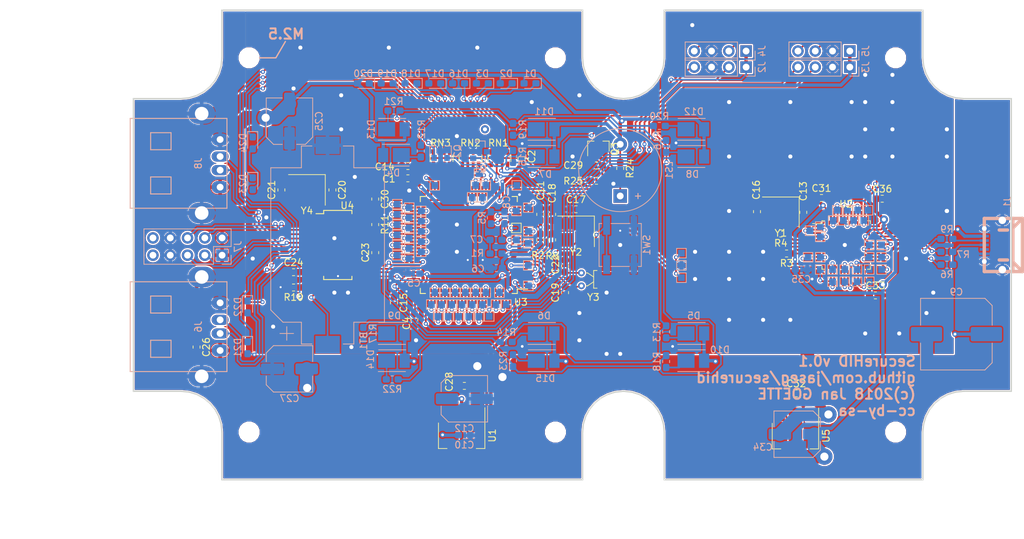
<source format=kicad_pcb>
(kicad_pcb (version 20171130) (host pcbnew "(5.0.1)")

  (general
    (thickness 1.6)
    (drawings 273)
    (tracks 1616)
    (zones 0)
    (modules 200)
    (nets 181)
  )

  (page A4)
  (layers
    (0 F.Cu signal)
    (31 B.Cu signal)
    (32 B.Adhes user hide)
    (33 F.Adhes user hide)
    (34 B.Paste user)
    (35 F.Paste user hide)
    (36 B.SilkS user)
    (37 F.SilkS user)
    (38 B.Mask user)
    (39 F.Mask user hide)
    (40 Dwgs.User user)
    (41 Cmts.User user)
    (42 Eco1.User user)
    (43 Eco2.User user)
    (44 Edge.Cuts user)
    (45 Margin user)
    (46 B.CrtYd user hide)
    (47 F.CrtYd user)
    (48 B.Fab user hide)
    (49 F.Fab user hide)
  )

  (setup
    (last_trace_width 0.25)
    (user_trace_width 0.1)
    (user_trace_width 0.15)
    (user_trace_width 0.2)
    (user_trace_width 0.3)
    (user_trace_width 0.5)
    (user_trace_width 0.8)
    (user_trace_width 1.2)
    (user_trace_width 2)
    (trace_clearance 0.2)
    (zone_clearance 0.1)
    (zone_45_only no)
    (trace_min 0.1)
    (segment_width 0.2)
    (edge_width 0.15)
    (via_size 0.6)
    (via_drill 0.3)
    (via_min_size 0.4)
    (via_min_drill 0.3)
    (user_via 0.6 0.3)
    (user_via 0.8 0.4)
    (user_via 1.2 0.6)
    (user_via 1.6 0.8)
    (user_via 2.4 1.2)
    (user_via 3 1.5)
    (user_via 3.5 2)
    (uvia_size 0.3)
    (uvia_drill 0.1)
    (uvias_allowed no)
    (uvia_min_size 0.2)
    (uvia_min_drill 0.1)
    (pcb_text_width 0.3)
    (pcb_text_size 1.5 1.5)
    (mod_edge_width 0.15)
    (mod_text_size 1 1)
    (mod_text_width 0.15)
    (pad_size 1.524 1.524)
    (pad_drill 0.762)
    (pad_to_mask_clearance 0.051)
    (solder_mask_min_width 0.25)
    (aux_axis_origin 0 0)
    (visible_elements FFFFFF7F)
    (pcbplotparams
      (layerselection 0x010fc_ffffffff)
      (usegerberextensions false)
      (usegerberattributes false)
      (usegerberadvancedattributes false)
      (creategerberjobfile false)
      (excludeedgelayer true)
      (linewidth 0.100000)
      (plotframeref false)
      (viasonmask false)
      (mode 1)
      (useauxorigin false)
      (hpglpennumber 1)
      (hpglpenspeed 20)
      (hpglpendiameter 15.000000)
      (psnegative false)
      (psa4output false)
      (plotreference true)
      (plotvalue true)
      (plotinvisibletext false)
      (padsonsilk false)
      (subtractmaskfromsilk false)
      (outputformat 1)
      (mirror false)
      (drillshape 0)
      (scaleselection 1)
      (outputdirectory "gerber"))
  )

  (net 0 "")
  (net 1 GND)
  (net 2 "Net-(BT1-Pad1)")
  (net 3 +3V3)
  (net 4 VSSA)
  (net 5 VDDA)
  (net 6 VBUS)
  (net 7 "Net-(C13-Pad2)")
  (net 8 "Net-(C14-Pad1)")
  (net 9 "Net-(C15-Pad1)")
  (net 10 "Net-(C16-Pad2)")
  (net 11 "Net-(C17-Pad2)")
  (net 12 "Net-(C18-Pad2)")
  (net 13 "Net-(C19-Pad2)")
  (net 14 "Net-(C20-Pad1)")
  (net 15 "Net-(C21-Pad1)")
  (net 16 "Net-(C22-Pad2)")
  (net 17 /3V3_HUB)
  (net 18 "Net-(C24-Pad2)")
  (net 19 "Net-(C29-Pad1)")
  (net 20 /LED0)
  (net 21 /LED1)
  (net 22 /LED2)
  (net 23 "Net-(D4-Pad1)")
  (net 24 "Net-(D10-Pad1)")
  (net 25 /LED3)
  (net 26 /LED4)
  (net 27 /LED5)
  (net 28 /LED6)
  (net 29 /LED7)
  (net 30 /LED8)
  (net 31 /LED9)
  (net 32 /LED10)
  (net 33 /LED11)
  (net 34 "Net-(J1-Pad2)")
  (net 35 "Net-(J1-Pad4)")
  (net 36 "Net-(J1-Pad3)")
  (net 37 /SWCLKH)
  (net 38 /SWDIOH)
  (net 39 /DBGH_TX)
  (net 40 /DBGH_RX)
  (net 41 /SWDIOD)
  (net 42 /SWCLKD)
  (net 43 /DBGD_RX)
  (net 44 /DBGD_TX)
  (net 45 "Net-(J6-Pad2)")
  (net 46 "Net-(J6-Pad3)")
  (net 47 "Net-(J7-Pad3)")
  (net 48 "Net-(J7-Pad4)")
  (net 49 "Net-(J7-Pad5)")
  (net 50 "Net-(J7-Pad6)")
  (net 51 "Net-(J7-Pad9)")
  (net 52 "Net-(J7-Pad10)")
  (net 53 "Net-(J8-Pad3)")
  (net 54 "Net-(J8-Pad2)")
  (net 55 "Net-(LS1-Pad1)")
  (net 56 /ALARM_LED_BLUE)
  (net 57 /ALARM_LED_PINK)
  (net 58 "Net-(R2-Pad1)")
  (net 59 "Net-(R3-Pad2)")
  (net 60 +3.3VA)
  (net 61 "Net-(R5-Pad1)")
  (net 62 /USBD_DP)
  (net 63 /USBD_DM)
  (net 64 "Net-(R10-Pad1)")
  (net 65 /HUB_NRST)
  (net 66 /PIEZO_OUT)
  (net 67 "Net-(SW1-Pad2)")
  (net 68 "Net-(TP1-Pad1)")
  (net 69 "Net-(TP2-Pad1)")
  (net 70 "Net-(TP3-Pad1)")
  (net 71 "Net-(TP4-Pad1)")
  (net 72 "Net-(TP5-Pad1)")
  (net 73 "Net-(TP6-Pad1)")
  (net 74 "Net-(TP7-Pad1)")
  (net 75 "Net-(TP8-Pad1)")
  (net 76 "Net-(TP9-Pad1)")
  (net 77 "Net-(TP10-Pad1)")
  (net 78 "Net-(TP11-Pad1)")
  (net 79 "Net-(TP12-Pad1)")
  (net 80 "Net-(TP13-Pad1)")
  (net 81 "Net-(TP14-Pad1)")
  (net 82 "Net-(TP15-Pad1)")
  (net 83 "Net-(TP16-Pad1)")
  (net 84 "Net-(TP17-Pad1)")
  (net 85 "Net-(TP18-Pad1)")
  (net 86 "Net-(TP19-Pad1)")
  (net 87 "Net-(TP20-Pad1)")
  (net 88 "Net-(TP21-Pad1)")
  (net 89 "Net-(TP22-Pad1)")
  (net 90 "Net-(TP23-Pad1)")
  (net 91 "Net-(TP24-Pad1)")
  (net 92 "Net-(TP25-Pad1)")
  (net 93 "Net-(TP26-Pad1)")
  (net 94 "Net-(TP27-Pad1)")
  (net 95 "Net-(TP28-Pad1)")
  (net 96 "Net-(TP29-Pad1)")
  (net 97 "Net-(TP30-Pad1)")
  (net 98 "Net-(TP31-Pad1)")
  (net 99 "Net-(TP32-Pad1)")
  (net 100 "Net-(TP33-Pad1)")
  (net 101 "Net-(TP34-Pad1)")
  (net 102 "Net-(TP35-Pad1)")
  (net 103 "Net-(TP36-Pad1)")
  (net 104 "Net-(TP37-Pad1)")
  (net 105 "Net-(TP38-Pad1)")
  (net 106 "Net-(TP39-Pad1)")
  (net 107 "Net-(TP40-Pad1)")
  (net 108 "Net-(TP41-Pad1)")
  (net 109 "Net-(TP42-Pad1)")
  (net 110 "Net-(TP43-Pad1)")
  (net 111 "Net-(TP44-Pad1)")
  (net 112 "Net-(TP45-Pad1)")
  (net 113 "Net-(TP46-Pad1)")
  (net 114 "Net-(TP47-Pad1)")
  (net 115 "Net-(TP48-Pad1)")
  (net 116 "Net-(TP49-Pad1)")
  (net 117 "Net-(TP50-Pad1)")
  (net 118 "Net-(TP51-Pad1)")
  (net 119 "Net-(TP52-Pad1)")
  (net 120 "Net-(TP53-Pad1)")
  (net 121 "Net-(TP54-Pad1)")
  (net 122 "Net-(TP55-Pad1)")
  (net 123 "Net-(TP56-Pad1)")
  (net 124 "Net-(TP57-Pad1)")
  (net 125 "Net-(TP58-Pad1)")
  (net 126 "Net-(TP59-Pad1)")
  (net 127 "Net-(TP60-Pad1)")
  (net 128 "Net-(TP61-Pad1)")
  (net 129 "Net-(TP62-Pad1)")
  (net 130 "Net-(TP63-Pad1)")
  (net 131 "Net-(TP64-Pad1)")
  (net 132 "Net-(TP65-Pad1)")
  (net 133 "Net-(TP66-Pad1)")
  (net 134 "Net-(TP67-Pad1)")
  (net 135 "Net-(TP68-Pad1)")
  (net 136 "Net-(TP69-Pad1)")
  (net 137 "Net-(TP70-Pad1)")
  (net 138 "Net-(TP71-Pad1)")
  (net 139 "Net-(TP72-Pad1)")
  (net 140 "Net-(TP73-Pad1)")
  (net 141 "Net-(TP74-Pad1)")
  (net 142 "Net-(TP75-Pad1)")
  (net 143 "Net-(TP76-Pad1)")
  (net 144 "Net-(TP77-Pad1)")
  (net 145 "Net-(TP78-Pad1)")
  (net 146 "Net-(TP79-Pad1)")
  (net 147 "Net-(TP80-Pad1)")
  (net 148 GNDA)
  (net 149 /SECURE_IF_F4RX)
  (net 150 /SECURE_IF_F4TX)
  (net 151 /USBH_DM)
  (net 152 /USBH_DP)
  (net 153 "Net-(U4-Pad22)")
  (net 154 "Net-(U4-Pad23)")
  (net 155 "Net-(U4-Pad24)")
  (net 156 "Net-(U4-Pad25)")
  (net 157 "Net-(D1-Pad1)")
  (net 158 "Net-(D2-Pad1)")
  (net 159 "Net-(D3-Pad1)")
  (net 160 "Net-(D16-Pad1)")
  (net 161 "Net-(D17-Pad1)")
  (net 162 "Net-(D18-Pad1)")
  (net 163 "Net-(D19-Pad1)")
  (net 164 "Net-(D20-Pad1)")
  (net 165 "Net-(D21-Pad1)")
  (net 166 "Net-(D22-Pad1)")
  (net 167 "Net-(D23-Pad1)")
  (net 168 "Net-(D24-Pad1)")
  (net 169 "Net-(D5-Pad1)")
  (net 170 "Net-(D6-Pad1)")
  (net 171 "Net-(D7-Pad1)")
  (net 172 "Net-(D8-Pad1)")
  (net 173 "Net-(D9-Pad1)")
  (net 174 "Net-(D11-Pad1)")
  (net 175 "Net-(D12-Pad1)")
  (net 176 "Net-(D13-Pad1)")
  (net 177 "Net-(D14-Pad1)")
  (net 178 "Net-(D15-Pad1)")
  (net 179 "Net-(Q2-Pad2)")
  (net 180 "Net-(Q1-Pad3)")

  (net_class Default "This is the default net class."
    (clearance 0.2)
    (trace_width 0.25)
    (via_dia 0.6)
    (via_drill 0.3)
    (uvia_dia 0.3)
    (uvia_drill 0.1)
    (add_net +3.3VA)
    (add_net +3V3)
    (add_net /3V3_HUB)
    (add_net /ALARM_LED_BLUE)
    (add_net /ALARM_LED_PINK)
    (add_net /DBGD_RX)
    (add_net /DBGD_TX)
    (add_net /DBGH_RX)
    (add_net /DBGH_TX)
    (add_net /HUB_NRST)
    (add_net /LED0)
    (add_net /LED1)
    (add_net /LED10)
    (add_net /LED11)
    (add_net /LED2)
    (add_net /LED3)
    (add_net /LED4)
    (add_net /LED5)
    (add_net /LED6)
    (add_net /LED7)
    (add_net /LED8)
    (add_net /LED9)
    (add_net /PIEZO_OUT)
    (add_net /SECURE_IF_F4RX)
    (add_net /SECURE_IF_F4TX)
    (add_net /SWCLKD)
    (add_net /SWCLKH)
    (add_net /SWDIOD)
    (add_net /SWDIOH)
    (add_net /USBD_DM)
    (add_net /USBD_DP)
    (add_net /USBH_DM)
    (add_net /USBH_DP)
    (add_net GND)
    (add_net GNDA)
    (add_net "Net-(BT1-Pad1)")
    (add_net "Net-(C13-Pad2)")
    (add_net "Net-(C14-Pad1)")
    (add_net "Net-(C15-Pad1)")
    (add_net "Net-(C16-Pad2)")
    (add_net "Net-(C17-Pad2)")
    (add_net "Net-(C18-Pad2)")
    (add_net "Net-(C19-Pad2)")
    (add_net "Net-(C20-Pad1)")
    (add_net "Net-(C21-Pad1)")
    (add_net "Net-(C22-Pad2)")
    (add_net "Net-(C24-Pad2)")
    (add_net "Net-(C29-Pad1)")
    (add_net "Net-(D1-Pad1)")
    (add_net "Net-(D10-Pad1)")
    (add_net "Net-(D11-Pad1)")
    (add_net "Net-(D12-Pad1)")
    (add_net "Net-(D13-Pad1)")
    (add_net "Net-(D14-Pad1)")
    (add_net "Net-(D15-Pad1)")
    (add_net "Net-(D16-Pad1)")
    (add_net "Net-(D17-Pad1)")
    (add_net "Net-(D18-Pad1)")
    (add_net "Net-(D19-Pad1)")
    (add_net "Net-(D2-Pad1)")
    (add_net "Net-(D20-Pad1)")
    (add_net "Net-(D21-Pad1)")
    (add_net "Net-(D22-Pad1)")
    (add_net "Net-(D23-Pad1)")
    (add_net "Net-(D24-Pad1)")
    (add_net "Net-(D3-Pad1)")
    (add_net "Net-(D4-Pad1)")
    (add_net "Net-(D5-Pad1)")
    (add_net "Net-(D6-Pad1)")
    (add_net "Net-(D7-Pad1)")
    (add_net "Net-(D8-Pad1)")
    (add_net "Net-(D9-Pad1)")
    (add_net "Net-(J1-Pad2)")
    (add_net "Net-(J1-Pad3)")
    (add_net "Net-(J1-Pad4)")
    (add_net "Net-(J6-Pad2)")
    (add_net "Net-(J6-Pad3)")
    (add_net "Net-(J7-Pad10)")
    (add_net "Net-(J7-Pad3)")
    (add_net "Net-(J7-Pad4)")
    (add_net "Net-(J7-Pad5)")
    (add_net "Net-(J7-Pad6)")
    (add_net "Net-(J7-Pad9)")
    (add_net "Net-(J8-Pad2)")
    (add_net "Net-(J8-Pad3)")
    (add_net "Net-(LS1-Pad1)")
    (add_net "Net-(Q1-Pad3)")
    (add_net "Net-(Q2-Pad2)")
    (add_net "Net-(R10-Pad1)")
    (add_net "Net-(R2-Pad1)")
    (add_net "Net-(R3-Pad2)")
    (add_net "Net-(R5-Pad1)")
    (add_net "Net-(SW1-Pad2)")
    (add_net "Net-(TP1-Pad1)")
    (add_net "Net-(TP10-Pad1)")
    (add_net "Net-(TP11-Pad1)")
    (add_net "Net-(TP12-Pad1)")
    (add_net "Net-(TP13-Pad1)")
    (add_net "Net-(TP14-Pad1)")
    (add_net "Net-(TP15-Pad1)")
    (add_net "Net-(TP16-Pad1)")
    (add_net "Net-(TP17-Pad1)")
    (add_net "Net-(TP18-Pad1)")
    (add_net "Net-(TP19-Pad1)")
    (add_net "Net-(TP2-Pad1)")
    (add_net "Net-(TP20-Pad1)")
    (add_net "Net-(TP21-Pad1)")
    (add_net "Net-(TP22-Pad1)")
    (add_net "Net-(TP23-Pad1)")
    (add_net "Net-(TP24-Pad1)")
    (add_net "Net-(TP25-Pad1)")
    (add_net "Net-(TP26-Pad1)")
    (add_net "Net-(TP27-Pad1)")
    (add_net "Net-(TP28-Pad1)")
    (add_net "Net-(TP29-Pad1)")
    (add_net "Net-(TP3-Pad1)")
    (add_net "Net-(TP30-Pad1)")
    (add_net "Net-(TP31-Pad1)")
    (add_net "Net-(TP32-Pad1)")
    (add_net "Net-(TP33-Pad1)")
    (add_net "Net-(TP34-Pad1)")
    (add_net "Net-(TP35-Pad1)")
    (add_net "Net-(TP36-Pad1)")
    (add_net "Net-(TP37-Pad1)")
    (add_net "Net-(TP38-Pad1)")
    (add_net "Net-(TP39-Pad1)")
    (add_net "Net-(TP4-Pad1)")
    (add_net "Net-(TP40-Pad1)")
    (add_net "Net-(TP41-Pad1)")
    (add_net "Net-(TP42-Pad1)")
    (add_net "Net-(TP43-Pad1)")
    (add_net "Net-(TP44-Pad1)")
    (add_net "Net-(TP45-Pad1)")
    (add_net "Net-(TP46-Pad1)")
    (add_net "Net-(TP47-Pad1)")
    (add_net "Net-(TP48-Pad1)")
    (add_net "Net-(TP49-Pad1)")
    (add_net "Net-(TP5-Pad1)")
    (add_net "Net-(TP50-Pad1)")
    (add_net "Net-(TP51-Pad1)")
    (add_net "Net-(TP52-Pad1)")
    (add_net "Net-(TP53-Pad1)")
    (add_net "Net-(TP54-Pad1)")
    (add_net "Net-(TP55-Pad1)")
    (add_net "Net-(TP56-Pad1)")
    (add_net "Net-(TP57-Pad1)")
    (add_net "Net-(TP58-Pad1)")
    (add_net "Net-(TP59-Pad1)")
    (add_net "Net-(TP6-Pad1)")
    (add_net "Net-(TP60-Pad1)")
    (add_net "Net-(TP61-Pad1)")
    (add_net "Net-(TP62-Pad1)")
    (add_net "Net-(TP63-Pad1)")
    (add_net "Net-(TP64-Pad1)")
    (add_net "Net-(TP65-Pad1)")
    (add_net "Net-(TP66-Pad1)")
    (add_net "Net-(TP67-Pad1)")
    (add_net "Net-(TP68-Pad1)")
    (add_net "Net-(TP69-Pad1)")
    (add_net "Net-(TP7-Pad1)")
    (add_net "Net-(TP70-Pad1)")
    (add_net "Net-(TP71-Pad1)")
    (add_net "Net-(TP72-Pad1)")
    (add_net "Net-(TP73-Pad1)")
    (add_net "Net-(TP74-Pad1)")
    (add_net "Net-(TP75-Pad1)")
    (add_net "Net-(TP76-Pad1)")
    (add_net "Net-(TP77-Pad1)")
    (add_net "Net-(TP78-Pad1)")
    (add_net "Net-(TP79-Pad1)")
    (add_net "Net-(TP8-Pad1)")
    (add_net "Net-(TP80-Pad1)")
    (add_net "Net-(TP9-Pad1)")
    (add_net "Net-(U4-Pad22)")
    (add_net "Net-(U4-Pad23)")
    (add_net "Net-(U4-Pad24)")
    (add_net "Net-(U4-Pad25)")
    (add_net VBUS)
    (add_net VDDA)
    (add_net VSSA)
  )

  (module footprints:microusb_ali_dovetail (layer B.Cu) (tedit 5BFF34EF) (tstamp 5C13150C)
    (at 159.5 81 90)
    (path /5BEEADC1)
    (fp_text reference J1 (at 6.3 3.4 90) (layer B.SilkS)
      (effects (font (size 1 1) (thickness 0.15)) (justify mirror))
    )
    (fp_text value USB_B_Micro (at 0 5.8 90) (layer B.Fab) hide
      (effects (font (size 1 1) (thickness 0.15)) (justify mirror))
    )
    (fp_line (start 2.2 3.4) (end 2.2 2.2) (layer B.SilkS) (width 0.5))
    (fp_line (start -2.2 3.4) (end -2.2 2.2) (layer B.SilkS) (width 0.5))
    (fp_line (start -3.9 5.6) (end -2.5 4.2) (layer B.SilkS) (width 0.5))
    (fp_line (start 3.9 5.6) (end 2.5 4.2) (layer B.SilkS) (width 0.5))
    (fp_line (start -3.9 4.2) (end 3.9 4.2) (layer B.SilkS) (width 0.5))
    (fp_line (start 3.9 5.6) (end -3.9 5.6) (layer B.SilkS) (width 0.5))
    (fp_line (start 3.9 0) (end 3.9 5.6) (layer B.SilkS) (width 0.5))
    (fp_line (start -3.9 0) (end 3.9 0) (layer B.SilkS) (width 0.5))
    (fp_line (start -3.9 5.6) (end -3.9 0) (layer B.SilkS) (width 0.5))
    (fp_line (start -3.9 0) (end -3.9 5.6) (layer B.CrtYd) (width 0.5))
    (fp_line (start 3.9 0) (end -3.9 0) (layer B.CrtYd) (width 0.5))
    (fp_line (start 3.9 5.6) (end 3.9 0) (layer B.CrtYd) (width 0.5))
    (fp_line (start -3.9 5.6) (end 3.9 5.6) (layer B.CrtYd) (width 0.5))
    (pad 5 smd rect (at -1.3 0 90) (size 0.4 1.35) (layers B.Cu B.Paste B.Mask)
      (net 1 GND))
    (pad 4 smd rect (at -0.65 0 90) (size 0.4 1.35) (layers B.Cu B.Paste B.Mask)
      (net 35 "Net-(J1-Pad4)"))
    (pad 1 smd rect (at 1.3 0 90) (size 0.4 1.35) (layers B.Cu B.Paste B.Mask)
      (net 6 VBUS))
    (pad 2 smd rect (at 0.65 0 90) (size 0.4 1.35) (layers B.Cu B.Paste B.Mask)
      (net 34 "Net-(J1-Pad2)"))
    (pad 3 smd rect (at 0 0 90) (size 0.4 1.35) (layers B.Cu B.Paste B.Mask)
      (net 36 "Net-(J1-Pad3)"))
    (pad 6 thru_hole oval (at 3.625 2.65 90) (size 1.5 2) (drill 1.1) (layers *.Cu *.Mask)
      (net 1 GND))
    (pad 6 thru_hole oval (at 2.425 0 90) (size 1 1.5) (drill 0.7) (layers *.Cu *.Mask)
      (net 1 GND))
    (pad 6 thru_hole oval (at -2.425 0 90) (size 1 1.5) (drill 0.7) (layers *.Cu *.Mask)
      (net 1 GND))
    (pad 6 thru_hole oval (at -3.625 2.65 90) (size 1.5 2) (drill 1.1) (layers *.Cu *.Mask)
      (net 1 GND))
  )

  (module MountingHole:MountingHole_2.7mm_M2.5 (layer F.Cu) (tedit 5BF601D6) (tstamp 5BF64D37)
    (at 96.48 108.49)
    (descr "Mounting Hole 2.7mm, no annular, M2.5")
    (tags "mounting hole 2.7mm no annular m2.5")
    (attr virtual)
    (fp_text reference REF** (at 0 -3.7) (layer F.SilkS) hide
      (effects (font (size 1 1) (thickness 0.15)))
    )
    (fp_text value MountingHole_2.7mm_M2.5 (at 0 3.7) (layer F.Fab)
      (effects (font (size 1 1) (thickness 0.15)))
    )
    (fp_text user %R (at 0.3 0) (layer F.Fab)
      (effects (font (size 1 1) (thickness 0.15)))
    )
    (fp_circle (center 0 0) (end 2.7 0) (layer Cmts.User) (width 0.15))
    (fp_circle (center 0 0) (end 2.95 0) (layer F.CrtYd) (width 0.05))
    (pad 1 np_thru_hole circle (at 0 0) (size 2.7 2.7) (drill 2.7) (layers *.Cu *.Mask))
  )

  (module MountingHole:MountingHole_2.7mm_M2.5 (layer F.Cu) (tedit 5BF601DA) (tstamp 5BF64D29)
    (at 146.47 108.49)
    (descr "Mounting Hole 2.7mm, no annular, M2.5")
    (tags "mounting hole 2.7mm no annular m2.5")
    (attr virtual)
    (fp_text reference REF** (at 0 -3.7) (layer F.SilkS) hide
      (effects (font (size 1 1) (thickness 0.15)))
    )
    (fp_text value MountingHole_2.7mm_M2.5 (at 0 3.7) (layer F.Fab)
      (effects (font (size 1 1) (thickness 0.15)))
    )
    (fp_circle (center 0 0) (end 2.95 0) (layer F.CrtYd) (width 0.05))
    (fp_circle (center 0 0) (end 2.7 0) (layer Cmts.User) (width 0.15))
    (fp_text user %R (at 0.3 0) (layer F.Fab)
      (effects (font (size 1 1) (thickness 0.15)))
    )
    (pad 1 np_thru_hole circle (at 0 0) (size 2.7 2.7) (drill 2.7) (layers *.Cu *.Mask))
  )

  (module MountingHole:MountingHole_2.7mm_M2.5 (layer F.Cu) (tedit 5BF601BC) (tstamp 5BF64D14)
    (at 146.47 53.49)
    (descr "Mounting Hole 2.7mm, no annular, M2.5")
    (tags "mounting hole 2.7mm no annular m2.5")
    (attr virtual)
    (fp_text reference REF** (at 0 -3.7) (layer F.SilkS) hide
      (effects (font (size 1 1) (thickness 0.15)))
    )
    (fp_text value MountingHole_2.7mm_M2.5 (at 0 3.7) (layer F.Fab)
      (effects (font (size 1 1) (thickness 0.15)))
    )
    (fp_text user %R (at 0.3 0) (layer F.Fab)
      (effects (font (size 1 1) (thickness 0.15)))
    )
    (fp_circle (center 0 0) (end 2.7 0) (layer Cmts.User) (width 0.15))
    (fp_circle (center 0 0) (end 2.95 0) (layer F.CrtYd) (width 0.05))
    (pad 1 np_thru_hole circle (at 0 0) (size 2.7 2.7) (drill 2.7) (layers *.Cu *.Mask))
  )

  (module MountingHole:MountingHole_2.7mm_M2.5 (layer F.Cu) (tedit 5BF601B8) (tstamp 5BF64D06)
    (at 96.47 53.49)
    (descr "Mounting Hole 2.7mm, no annular, M2.5")
    (tags "mounting hole 2.7mm no annular m2.5")
    (attr virtual)
    (fp_text reference REF** (at 0 -3.7) (layer F.SilkS) hide
      (effects (font (size 1 1) (thickness 0.15)))
    )
    (fp_text value MountingHole_2.7mm_M2.5 (at 0 3.7) (layer F.Fab)
      (effects (font (size 1 1) (thickness 0.15)))
    )
    (fp_circle (center 0 0) (end 2.95 0) (layer F.CrtYd) (width 0.05))
    (fp_circle (center 0 0) (end 2.7 0) (layer Cmts.User) (width 0.15))
    (fp_text user %R (at 0.3 0) (layer F.Fab)
      (effects (font (size 1 1) (thickness 0.15)))
    )
    (pad 1 np_thru_hole circle (at 0 0) (size 2.7 2.7) (drill 2.7) (layers *.Cu *.Mask))
  )

  (module MountingHole:MountingHole_2.7mm_M2.5 (layer F.Cu) (tedit 5BF601CD) (tstamp 5BF64CF8)
    (at 51.47 53.49)
    (descr "Mounting Hole 2.7mm, no annular, M2.5")
    (tags "mounting hole 2.7mm no annular m2.5")
    (attr virtual)
    (fp_text reference REF** (at 0 -3.7) (layer F.SilkS) hide
      (effects (font (size 1 1) (thickness 0.15)))
    )
    (fp_text value MountingHole_2.7mm_M2.5 (at 0 3.7) (layer F.Fab)
      (effects (font (size 1 1) (thickness 0.15)))
    )
    (fp_text user %R (at 0.3 0) (layer F.Fab)
      (effects (font (size 1 1) (thickness 0.15)))
    )
    (fp_circle (center 0 0) (end 2.7 0) (layer Cmts.User) (width 0.15))
    (fp_circle (center 0 0) (end 2.95 0) (layer F.CrtYd) (width 0.05))
    (pad 1 np_thru_hole circle (at 0 0) (size 2.7 2.7) (drill 2.7) (layers *.Cu *.Mask))
  )

  (module Resistor_SMD:R_0603_1608Metric_Pad1.05x0.95mm_HandSolder (layer B.Cu) (tedit 5B301BBD) (tstamp 5C23E93D)
    (at 89.25 95.25 180)
    (descr "Resistor SMD 0603 (1608 Metric), square (rectangular) end terminal, IPC_7351 nominal with elongated pad for handsoldering. (Body size source: http://www.tortai-tech.com/upload/download/2011102023233369053.pdf), generated with kicad-footprint-generator")
    (tags "resistor handsolder")
    (path /5C25EC8A)
    (attr smd)
    (fp_text reference R14 (at 0 1.43 180) (layer B.SilkS)
      (effects (font (size 1 1) (thickness 0.15)) (justify mirror))
    )
    (fp_text value 100 (at 0 -1.43 180) (layer B.Fab)
      (effects (font (size 1 1) (thickness 0.15)) (justify mirror))
    )
    (fp_line (start -0.8 -0.4) (end -0.8 0.4) (layer B.Fab) (width 0.1))
    (fp_line (start -0.8 0.4) (end 0.8 0.4) (layer B.Fab) (width 0.1))
    (fp_line (start 0.8 0.4) (end 0.8 -0.4) (layer B.Fab) (width 0.1))
    (fp_line (start 0.8 -0.4) (end -0.8 -0.4) (layer B.Fab) (width 0.1))
    (fp_line (start -0.171267 0.51) (end 0.171267 0.51) (layer B.SilkS) (width 0.12))
    (fp_line (start -0.171267 -0.51) (end 0.171267 -0.51) (layer B.SilkS) (width 0.12))
    (fp_line (start -1.65 -0.73) (end -1.65 0.73) (layer B.CrtYd) (width 0.05))
    (fp_line (start -1.65 0.73) (end 1.65 0.73) (layer B.CrtYd) (width 0.05))
    (fp_line (start 1.65 0.73) (end 1.65 -0.73) (layer B.CrtYd) (width 0.05))
    (fp_line (start 1.65 -0.73) (end -1.65 -0.73) (layer B.CrtYd) (width 0.05))
    (fp_text user %R (at 0 0 180) (layer B.Fab)
      (effects (font (size 0.4 0.4) (thickness 0.06)) (justify mirror))
    )
    (pad 1 smd roundrect (at -0.875 0 180) (size 1.05 0.95) (layers B.Cu B.Paste B.Mask) (roundrect_rratio 0.25)
      (net 170 "Net-(D6-Pad1)"))
    (pad 2 smd roundrect (at 0.875 0 180) (size 1.05 0.95) (layers B.Cu B.Paste B.Mask) (roundrect_rratio 0.25)
      (net 180 "Net-(Q1-Pad3)"))
    (model ${KISYS3DMOD}/Resistor_SMD.3dshapes/R_0603_1608Metric.wrl
      (at (xyz 0 0 0))
      (scale (xyz 1 1 1))
      (rotate (xyz 0 0 0))
    )
  )

  (module footprints:USB_A_FEMALE_THT (layer B.Cu) (tedit 5BF3A730) (tstamp 5C233C66)
    (at 44.5 69 90)
    (path /5C01D6A6)
    (fp_text reference J8 (at 0 -0.5 90) (layer B.SilkS)
      (effects (font (size 1 1) (thickness 0.15)) (justify mirror))
    )
    (fp_text value USB_A (at 0 0.5 90) (layer B.Fab)
      (effects (font (size 1 1) (thickness 0.15)) (justify mirror))
    )
    (fp_line (start 2 -4.5) (end 2 -7.5) (layer B.SilkS) (width 0.15))
    (fp_line (start 4.5 -7.5) (end 4.5 -4.5) (layer B.SilkS) (width 0.15))
    (fp_line (start 4.5 -4.5) (end 2 -4.5) (layer B.SilkS) (width 0.15))
    (fp_line (start 2 -7.5) (end 4.5 -7.5) (layer B.SilkS) (width 0.15))
    (fp_line (start -2 -4.5) (end -4.5 -4.5) (layer B.SilkS) (width 0.15))
    (fp_line (start -2 -7.5) (end -2 -4.5) (layer B.SilkS) (width 0.15))
    (fp_line (start -4.5 -7.5) (end -2 -7.5) (layer B.SilkS) (width 0.15))
    (fp_line (start -4.5 -4.5) (end -4.5 -7.5) (layer B.SilkS) (width 0.15))
    (fp_line (start -6.6 -10.5) (end 6.6 -10.5) (layer B.SilkS) (width 0.15))
    (fp_line (start 6.6 3.71) (end 6.6 -10.5) (layer B.SilkS) (width 0.15))
    (fp_line (start -6.6 3.71) (end -6.6 -10.5) (layer B.SilkS) (width 0.15))
    (fp_line (start -6.6 3.71) (end 6.6 3.71) (layer B.SilkS) (width 0.15))
    (pad 5 thru_hole oval (at -7.3 0 90) (size 3 4) (drill 2) (layers *.Cu *.Mask)
      (net 1 GND))
    (pad 5 thru_hole oval (at 7.3 0 90) (size 3 4) (drill 2) (layers *.Cu *.Mask)
      (net 1 GND))
    (pad 1 thru_hole oval (at -3.5 2.71 90) (size 1.8 2.5) (drill 1) (layers *.Cu *.Mask)
      (net 6 VBUS))
    (pad 4 thru_hole oval (at 3.5 2.71 90) (size 1.8 2.5) (drill 1) (layers *.Cu *.Mask)
      (net 1 GND))
    (pad 3 thru_hole oval (at 1 2.71 90) (size 1.5 2.5) (drill 1) (layers *.Cu *.Mask)
      (net 53 "Net-(J8-Pad3)"))
    (pad 2 thru_hole oval (at -1 2.71 90) (size 1.5 2.5) (drill 1) (layers *.Cu *.Mask)
      (net 54 "Net-(J8-Pad2)"))
  )

  (module Capacitor_SMD:C_Elec_10x10.2 (layer B.Cu) (tedit 5BC8D926) (tstamp 5C23840D)
    (at 155.4 94.1 180)
    (descr "SMD capacitor, aluminum electrolytic nonpolar, 10.0x10.2mm")
    (tags "capacitor electrolyic nonpolar")
    (path /5BEF69F7)
    (attr smd)
    (fp_text reference C9 (at 0 6.2 180) (layer B.SilkS)
      (effects (font (size 1 1) (thickness 0.15)) (justify mirror))
    )
    (fp_text value 220u (at 0 -6.2 180) (layer B.Fab)
      (effects (font (size 1 1) (thickness 0.15)) (justify mirror))
    )
    (fp_circle (center 0 0) (end 5 0) (layer B.Fab) (width 0.1))
    (fp_line (start 5.15 5.15) (end 5.15 -5.15) (layer B.Fab) (width 0.1))
    (fp_line (start -4.15 5.15) (end 5.15 5.15) (layer B.Fab) (width 0.1))
    (fp_line (start -4.15 -5.15) (end 5.15 -5.15) (layer B.Fab) (width 0.1))
    (fp_line (start -5.15 4.15) (end -5.15 -4.15) (layer B.Fab) (width 0.1))
    (fp_line (start -5.15 4.15) (end -4.15 5.15) (layer B.Fab) (width 0.1))
    (fp_line (start -5.15 -4.15) (end -4.15 -5.15) (layer B.Fab) (width 0.1))
    (fp_line (start 5.26 -5.26) (end 5.26 -1.31) (layer B.SilkS) (width 0.12))
    (fp_line (start 5.26 5.26) (end 5.26 1.31) (layer B.SilkS) (width 0.12))
    (fp_line (start -4.195563 5.26) (end 5.26 5.26) (layer B.SilkS) (width 0.12))
    (fp_line (start -4.195563 -5.26) (end 5.26 -5.26) (layer B.SilkS) (width 0.12))
    (fp_line (start -5.26 -4.195563) (end -5.26 -1.31) (layer B.SilkS) (width 0.12))
    (fp_line (start -5.26 4.195563) (end -5.26 1.31) (layer B.SilkS) (width 0.12))
    (fp_line (start -5.26 4.195563) (end -4.195563 5.26) (layer B.SilkS) (width 0.12))
    (fp_line (start -5.26 -4.195563) (end -4.195563 -5.26) (layer B.SilkS) (width 0.12))
    (fp_line (start 5.4 5.4) (end 5.4 1.3) (layer B.CrtYd) (width 0.05))
    (fp_line (start 5.4 1.3) (end 6.95 1.3) (layer B.CrtYd) (width 0.05))
    (fp_line (start 6.95 1.3) (end 6.95 -1.3) (layer B.CrtYd) (width 0.05))
    (fp_line (start 6.95 -1.3) (end 5.4 -1.3) (layer B.CrtYd) (width 0.05))
    (fp_line (start 5.4 -1.3) (end 5.4 -5.4) (layer B.CrtYd) (width 0.05))
    (fp_line (start -4.25 -5.4) (end 5.4 -5.4) (layer B.CrtYd) (width 0.05))
    (fp_line (start -4.25 5.4) (end 5.4 5.4) (layer B.CrtYd) (width 0.05))
    (fp_line (start -5.4 -4.25) (end -4.25 -5.4) (layer B.CrtYd) (width 0.05))
    (fp_line (start -5.4 4.25) (end -4.25 5.4) (layer B.CrtYd) (width 0.05))
    (fp_line (start -5.4 4.25) (end -5.4 1.3) (layer B.CrtYd) (width 0.05))
    (fp_line (start -5.4 -1.3) (end -5.4 -4.25) (layer B.CrtYd) (width 0.05))
    (fp_line (start -5.4 1.3) (end -6.95 1.3) (layer B.CrtYd) (width 0.05))
    (fp_line (start -6.95 1.3) (end -6.95 -1.3) (layer B.CrtYd) (width 0.05))
    (fp_line (start -6.95 -1.3) (end -5.4 -1.3) (layer B.CrtYd) (width 0.05))
    (fp_text user %R (at 0 0 180) (layer B.Fab)
      (effects (font (size 1 1) (thickness 0.15)) (justify mirror))
    )
    (pad 1 smd roundrect (at -4.4 0 180) (size 4.6 2.1) (layers B.Cu B.Paste B.Mask) (roundrect_rratio 0.119048)
      (net 6 VBUS))
    (pad 2 smd roundrect (at 4.4 0 180) (size 4.6 2.1) (layers B.Cu B.Paste B.Mask) (roundrect_rratio 0.119048)
      (net 1 GND))
    (model ${KISYS3DMOD}/Capacitor_SMD.3dshapes/C_Elec_10x10.2.wrl
      (at (xyz 0 0 0))
      (scale (xyz 1 1 1))
      (rotate (xyz 0 0 0))
    )
  )

  (module TestPoint:TestPoint_Pad_1.0x1.0mm (layer B.Cu) (tedit 5A0F774F) (tstamp 5C0F0DA3)
    (at 90.8 72.25)
    (descr "SMD rectangular pad as test Point, square 1.0mm side length")
    (tags "test point SMD pad rectangle square")
    (path /5CBBAA24)
    (attr virtual)
    (fp_text reference TP3 (at 0 1.448) (layer B.SilkS) hide
      (effects (font (size 1 1) (thickness 0.15)) (justify mirror))
    )
    (fp_text value TestPoint_Alt (at 0 -1.55) (layer B.Fab)
      (effects (font (size 1 1) (thickness 0.15)) (justify mirror))
    )
    (fp_line (start 1 -1) (end -1 -1) (layer B.CrtYd) (width 0.05))
    (fp_line (start 1 -1) (end 1 1) (layer B.CrtYd) (width 0.05))
    (fp_line (start -1 1) (end -1 -1) (layer B.CrtYd) (width 0.05))
    (fp_line (start -1 1) (end 1 1) (layer B.CrtYd) (width 0.05))
    (fp_line (start -0.7 -0.7) (end -0.7 0.7) (layer B.SilkS) (width 0.12))
    (fp_line (start 0.7 -0.7) (end -0.7 -0.7) (layer B.SilkS) (width 0.12))
    (fp_line (start 0.7 0.7) (end 0.7 -0.7) (layer B.SilkS) (width 0.12))
    (fp_line (start -0.7 0.7) (end 0.7 0.7) (layer B.SilkS) (width 0.12))
    (fp_text user %R (at 0 1.45) (layer B.Fab)
      (effects (font (size 1 1) (thickness 0.15)) (justify mirror))
    )
    (pad 1 smd rect (at 0 0) (size 1 1) (layers B.Cu B.Mask)
      (net 70 "Net-(TP3-Pad1)"))
  )

  (module TestPoint:TestPoint_Pad_1.0x1.0mm (layer B.Cu) (tedit 5A0F774F) (tstamp 5C0F4B3F)
    (at 73.25 75)
    (descr "SMD rectangular pad as test Point, square 1.0mm side length")
    (tags "test point SMD pad rectangle square")
    (path /5CC968FC)
    (attr virtual)
    (fp_text reference TP47 (at 0 1.448) (layer B.SilkS) hide
      (effects (font (size 1 1) (thickness 0.15)) (justify mirror))
    )
    (fp_text value TestPoint_Alt (at 0 -1.55) (layer B.Fab)
      (effects (font (size 1 1) (thickness 0.15)) (justify mirror))
    )
    (fp_line (start 1 -1) (end -1 -1) (layer B.CrtYd) (width 0.05))
    (fp_line (start 1 -1) (end 1 1) (layer B.CrtYd) (width 0.05))
    (fp_line (start -1 1) (end -1 -1) (layer B.CrtYd) (width 0.05))
    (fp_line (start -1 1) (end 1 1) (layer B.CrtYd) (width 0.05))
    (fp_line (start -0.7 -0.7) (end -0.7 0.7) (layer B.SilkS) (width 0.12))
    (fp_line (start 0.7 -0.7) (end -0.7 -0.7) (layer B.SilkS) (width 0.12))
    (fp_line (start 0.7 0.7) (end 0.7 -0.7) (layer B.SilkS) (width 0.12))
    (fp_line (start -0.7 0.7) (end 0.7 0.7) (layer B.SilkS) (width 0.12))
    (fp_text user %R (at 0 1.45) (layer B.Fab)
      (effects (font (size 1 1) (thickness 0.15)) (justify mirror))
    )
    (pad 1 smd rect (at 0 0) (size 1 1) (layers B.Cu B.Mask)
      (net 114 "Net-(TP47-Pad1)"))
  )

  (module Capacitor_SMD:C_0603_1608Metric_Pad1.05x0.95mm_HandSolder (layer F.Cu) (tedit 5B301BBE) (tstamp 5C0E9A35)
    (at 74.8 71.2 180)
    (descr "Capacitor SMD 0603 (1608 Metric), square (rectangular) end terminal, IPC_7351 nominal with elongated pad for handsoldering. (Body size source: http://www.tortai-tech.com/upload/download/2011102023233369053.pdf), generated with kicad-footprint-generator")
    (tags "capacitor handsolder")
    (path /5BF62211)
    (attr smd)
    (fp_text reference C1 (at 2.8 -0.1 180) (layer F.SilkS)
      (effects (font (size 1 1) (thickness 0.15)))
    )
    (fp_text value 100n (at 0 1.43 180) (layer F.Fab)
      (effects (font (size 1 1) (thickness 0.15)))
    )
    (fp_text user %R (at 0 0 180) (layer F.Fab)
      (effects (font (size 0.4 0.4) (thickness 0.06)))
    )
    (fp_line (start 1.65 0.73) (end -1.65 0.73) (layer F.CrtYd) (width 0.05))
    (fp_line (start 1.65 -0.73) (end 1.65 0.73) (layer F.CrtYd) (width 0.05))
    (fp_line (start -1.65 -0.73) (end 1.65 -0.73) (layer F.CrtYd) (width 0.05))
    (fp_line (start -1.65 0.73) (end -1.65 -0.73) (layer F.CrtYd) (width 0.05))
    (fp_line (start -0.171267 0.51) (end 0.171267 0.51) (layer F.SilkS) (width 0.12))
    (fp_line (start -0.171267 -0.51) (end 0.171267 -0.51) (layer F.SilkS) (width 0.12))
    (fp_line (start 0.8 0.4) (end -0.8 0.4) (layer F.Fab) (width 0.1))
    (fp_line (start 0.8 -0.4) (end 0.8 0.4) (layer F.Fab) (width 0.1))
    (fp_line (start -0.8 -0.4) (end 0.8 -0.4) (layer F.Fab) (width 0.1))
    (fp_line (start -0.8 0.4) (end -0.8 -0.4) (layer F.Fab) (width 0.1))
    (pad 2 smd roundrect (at 0.875 0 180) (size 1.05 0.95) (layers F.Cu F.Paste F.Mask) (roundrect_rratio 0.25)
      (net 1 GND))
    (pad 1 smd roundrect (at -0.875 0 180) (size 1.05 0.95) (layers F.Cu F.Paste F.Mask) (roundrect_rratio 0.25)
      (net 3 +3V3))
    (model ${KISYS3DMOD}/Capacitor_SMD.3dshapes/C_0603_1608Metric.wrl
      (at (xyz 0 0 0))
      (scale (xyz 1 1 1))
      (rotate (xyz 0 0 0))
    )
  )

  (module Capacitor_SMD:C_0603_1608Metric_Pad1.05x0.95mm_HandSolder (layer F.Cu) (tedit 5B301BBE) (tstamp 5C0F11CA)
    (at 91.5 68.25 90)
    (descr "Capacitor SMD 0603 (1608 Metric), square (rectangular) end terminal, IPC_7351 nominal with elongated pad for handsoldering. (Body size source: http://www.tortai-tech.com/upload/download/2011102023233369053.pdf), generated with kicad-footprint-generator")
    (tags "capacitor handsolder")
    (path /5BF6342B)
    (attr smd)
    (fp_text reference C2 (at 0.25 1.5 90) (layer F.SilkS)
      (effects (font (size 1 1) (thickness 0.15)))
    )
    (fp_text value 100n (at 0 1.43 90) (layer F.Fab)
      (effects (font (size 1 1) (thickness 0.15)))
    )
    (fp_line (start -0.8 0.4) (end -0.8 -0.4) (layer F.Fab) (width 0.1))
    (fp_line (start -0.8 -0.4) (end 0.8 -0.4) (layer F.Fab) (width 0.1))
    (fp_line (start 0.8 -0.4) (end 0.8 0.4) (layer F.Fab) (width 0.1))
    (fp_line (start 0.8 0.4) (end -0.8 0.4) (layer F.Fab) (width 0.1))
    (fp_line (start -0.171267 -0.51) (end 0.171267 -0.51) (layer F.SilkS) (width 0.12))
    (fp_line (start -0.171267 0.51) (end 0.171267 0.51) (layer F.SilkS) (width 0.12))
    (fp_line (start -1.65 0.73) (end -1.65 -0.73) (layer F.CrtYd) (width 0.05))
    (fp_line (start -1.65 -0.73) (end 1.65 -0.73) (layer F.CrtYd) (width 0.05))
    (fp_line (start 1.65 -0.73) (end 1.65 0.73) (layer F.CrtYd) (width 0.05))
    (fp_line (start 1.65 0.73) (end -1.65 0.73) (layer F.CrtYd) (width 0.05))
    (fp_text user %R (at 0 0 90) (layer F.Fab)
      (effects (font (size 0.4 0.4) (thickness 0.06)))
    )
    (pad 1 smd roundrect (at -0.875 0 90) (size 1.05 0.95) (layers F.Cu F.Paste F.Mask) (roundrect_rratio 0.25)
      (net 3 +3V3))
    (pad 2 smd roundrect (at 0.875 0 90) (size 1.05 0.95) (layers F.Cu F.Paste F.Mask) (roundrect_rratio 0.25)
      (net 1 GND))
    (model ${KISYS3DMOD}/Capacitor_SMD.3dshapes/C_0603_1608Metric.wrl
      (at (xyz 0 0 0))
      (scale (xyz 1 1 1))
      (rotate (xyz 0 0 0))
    )
  )

  (module Capacitor_SMD:C_0603_1608Metric_Pad1.05x0.95mm_HandSolder (layer F.Cu) (tedit 5B301BBE) (tstamp 5C0E9A68)
    (at 75.75 92 270)
    (descr "Capacitor SMD 0603 (1608 Metric), square (rectangular) end terminal, IPC_7351 nominal with elongated pad for handsoldering. (Body size source: http://www.tortai-tech.com/upload/download/2011102023233369053.pdf), generated with kicad-footprint-generator")
    (tags "capacitor handsolder")
    (path /5BF6483B)
    (attr smd)
    (fp_text reference C4 (at 0.5 1.15 270) (layer F.SilkS)
      (effects (font (size 1 1) (thickness 0.15)))
    )
    (fp_text value 100n (at 0 1.43 270) (layer F.Fab)
      (effects (font (size 1 1) (thickness 0.15)))
    )
    (fp_text user %R (at 0 0 270) (layer F.Fab)
      (effects (font (size 0.4 0.4) (thickness 0.06)))
    )
    (fp_line (start 1.65 0.73) (end -1.65 0.73) (layer F.CrtYd) (width 0.05))
    (fp_line (start 1.65 -0.73) (end 1.65 0.73) (layer F.CrtYd) (width 0.05))
    (fp_line (start -1.65 -0.73) (end 1.65 -0.73) (layer F.CrtYd) (width 0.05))
    (fp_line (start -1.65 0.73) (end -1.65 -0.73) (layer F.CrtYd) (width 0.05))
    (fp_line (start -0.171267 0.51) (end 0.171267 0.51) (layer F.SilkS) (width 0.12))
    (fp_line (start -0.171267 -0.51) (end 0.171267 -0.51) (layer F.SilkS) (width 0.12))
    (fp_line (start 0.8 0.4) (end -0.8 0.4) (layer F.Fab) (width 0.1))
    (fp_line (start 0.8 -0.4) (end 0.8 0.4) (layer F.Fab) (width 0.1))
    (fp_line (start -0.8 -0.4) (end 0.8 -0.4) (layer F.Fab) (width 0.1))
    (fp_line (start -0.8 0.4) (end -0.8 -0.4) (layer F.Fab) (width 0.1))
    (pad 2 smd roundrect (at 0.875 0 270) (size 1.05 0.95) (layers F.Cu F.Paste F.Mask) (roundrect_rratio 0.25)
      (net 1 GND))
    (pad 1 smd roundrect (at -0.875 0 270) (size 1.05 0.95) (layers F.Cu F.Paste F.Mask) (roundrect_rratio 0.25)
      (net 3 +3V3))
    (model ${KISYS3DMOD}/Capacitor_SMD.3dshapes/C_0603_1608Metric.wrl
      (at (xyz 0 0 0))
      (scale (xyz 1 1 1))
      (rotate (xyz 0 0 0))
    )
  )

  (module Capacitor_SMD:C_0603_1608Metric_Pad1.05x0.95mm_HandSolder (layer B.Cu) (tedit 5B301BBE) (tstamp 5C0E9A79)
    (at 75.675 85.2 180)
    (descr "Capacitor SMD 0603 (1608 Metric), square (rectangular) end terminal, IPC_7351 nominal with elongated pad for handsoldering. (Body size source: http://www.tortai-tech.com/upload/download/2011102023233369053.pdf), generated with kicad-footprint-generator")
    (tags "capacitor handsolder")
    (path /5BF65555)
    (attr smd)
    (fp_text reference C5 (at -0.025 -1.4 180) (layer B.SilkS)
      (effects (font (size 1 1) (thickness 0.15)) (justify mirror))
    )
    (fp_text value 100n (at 0 -1.43 180) (layer B.Fab)
      (effects (font (size 1 1) (thickness 0.15)) (justify mirror))
    )
    (fp_text user %R (at 0 0 180) (layer B.Fab)
      (effects (font (size 0.4 0.4) (thickness 0.06)) (justify mirror))
    )
    (fp_line (start 1.65 -0.73) (end -1.65 -0.73) (layer B.CrtYd) (width 0.05))
    (fp_line (start 1.65 0.73) (end 1.65 -0.73) (layer B.CrtYd) (width 0.05))
    (fp_line (start -1.65 0.73) (end 1.65 0.73) (layer B.CrtYd) (width 0.05))
    (fp_line (start -1.65 -0.73) (end -1.65 0.73) (layer B.CrtYd) (width 0.05))
    (fp_line (start -0.171267 -0.51) (end 0.171267 -0.51) (layer B.SilkS) (width 0.12))
    (fp_line (start -0.171267 0.51) (end 0.171267 0.51) (layer B.SilkS) (width 0.12))
    (fp_line (start 0.8 -0.4) (end -0.8 -0.4) (layer B.Fab) (width 0.1))
    (fp_line (start 0.8 0.4) (end 0.8 -0.4) (layer B.Fab) (width 0.1))
    (fp_line (start -0.8 0.4) (end 0.8 0.4) (layer B.Fab) (width 0.1))
    (fp_line (start -0.8 -0.4) (end -0.8 0.4) (layer B.Fab) (width 0.1))
    (pad 2 smd roundrect (at 0.875 0 180) (size 1.05 0.95) (layers B.Cu B.Paste B.Mask) (roundrect_rratio 0.25)
      (net 1 GND))
    (pad 1 smd roundrect (at -0.875 0 180) (size 1.05 0.95) (layers B.Cu B.Paste B.Mask) (roundrect_rratio 0.25)
      (net 3 +3V3))
    (model ${KISYS3DMOD}/Capacitor_SMD.3dshapes/C_0603_1608Metric.wrl
      (at (xyz 0 0 0))
      (scale (xyz 1 1 1))
      (rotate (xyz 0 0 0))
    )
  )

  (module Capacitor_SMD:C_0603_1608Metric_Pad1.05x0.95mm_HandSolder (layer B.Cu) (tedit 5B301BBE) (tstamp 5C0E9A8A)
    (at 87.8 84.4 180)
    (descr "Capacitor SMD 0603 (1608 Metric), square (rectangular) end terminal, IPC_7351 nominal with elongated pad for handsoldering. (Body size source: http://www.tortai-tech.com/upload/download/2011102023233369053.pdf), generated with kicad-footprint-generator")
    (tags "capacitor handsolder")
    (path /5BF65AAF)
    (attr smd)
    (fp_text reference C6 (at 2.7 -0.1 180) (layer B.SilkS)
      (effects (font (size 1 1) (thickness 0.15)) (justify mirror))
    )
    (fp_text value 100n (at 0 -1.43 180) (layer B.Fab)
      (effects (font (size 1 1) (thickness 0.15)) (justify mirror))
    )
    (fp_line (start -0.8 -0.4) (end -0.8 0.4) (layer B.Fab) (width 0.1))
    (fp_line (start -0.8 0.4) (end 0.8 0.4) (layer B.Fab) (width 0.1))
    (fp_line (start 0.8 0.4) (end 0.8 -0.4) (layer B.Fab) (width 0.1))
    (fp_line (start 0.8 -0.4) (end -0.8 -0.4) (layer B.Fab) (width 0.1))
    (fp_line (start -0.171267 0.51) (end 0.171267 0.51) (layer B.SilkS) (width 0.12))
    (fp_line (start -0.171267 -0.51) (end 0.171267 -0.51) (layer B.SilkS) (width 0.12))
    (fp_line (start -1.65 -0.73) (end -1.65 0.73) (layer B.CrtYd) (width 0.05))
    (fp_line (start -1.65 0.73) (end 1.65 0.73) (layer B.CrtYd) (width 0.05))
    (fp_line (start 1.65 0.73) (end 1.65 -0.73) (layer B.CrtYd) (width 0.05))
    (fp_line (start 1.65 -0.73) (end -1.65 -0.73) (layer B.CrtYd) (width 0.05))
    (fp_text user %R (at 0 0 180) (layer B.Fab)
      (effects (font (size 0.4 0.4) (thickness 0.06)) (justify mirror))
    )
    (pad 1 smd roundrect (at -0.875 0 180) (size 1.05 0.95) (layers B.Cu B.Paste B.Mask) (roundrect_rratio 0.25)
      (net 3 +3V3))
    (pad 2 smd roundrect (at 0.875 0 180) (size 1.05 0.95) (layers B.Cu B.Paste B.Mask) (roundrect_rratio 0.25)
      (net 1 GND))
    (model ${KISYS3DMOD}/Capacitor_SMD.3dshapes/C_0603_1608Metric.wrl
      (at (xyz 0 0 0))
      (scale (xyz 1 1 1))
      (rotate (xyz 0 0 0))
    )
  )

  (module Capacitor_SMD:C_0603_1608Metric_Pad1.05x0.95mm_HandSolder (layer B.Cu) (tedit 5B301BBE) (tstamp 5BF6E9CE)
    (at 87.75 80.25 180)
    (descr "Capacitor SMD 0603 (1608 Metric), square (rectangular) end terminal, IPC_7351 nominal with elongated pad for handsoldering. (Body size source: http://www.tortai-tech.com/upload/download/2011102023233369053.pdf), generated with kicad-footprint-generator")
    (tags "capacitor handsolder")
    (path /5BF38053)
    (attr smd)
    (fp_text reference C7 (at 2.85 0.05 180) (layer B.SilkS)
      (effects (font (size 1 1) (thickness 0.15)) (justify mirror))
    )
    (fp_text value 100n (at 0 -1.43 180) (layer B.Fab)
      (effects (font (size 1 1) (thickness 0.15)) (justify mirror))
    )
    (fp_line (start -0.8 -0.4) (end -0.8 0.4) (layer B.Fab) (width 0.1))
    (fp_line (start -0.8 0.4) (end 0.8 0.4) (layer B.Fab) (width 0.1))
    (fp_line (start 0.8 0.4) (end 0.8 -0.4) (layer B.Fab) (width 0.1))
    (fp_line (start 0.8 -0.4) (end -0.8 -0.4) (layer B.Fab) (width 0.1))
    (fp_line (start -0.171267 0.51) (end 0.171267 0.51) (layer B.SilkS) (width 0.12))
    (fp_line (start -0.171267 -0.51) (end 0.171267 -0.51) (layer B.SilkS) (width 0.12))
    (fp_line (start -1.65 -0.73) (end -1.65 0.73) (layer B.CrtYd) (width 0.05))
    (fp_line (start -1.65 0.73) (end 1.65 0.73) (layer B.CrtYd) (width 0.05))
    (fp_line (start 1.65 0.73) (end 1.65 -0.73) (layer B.CrtYd) (width 0.05))
    (fp_line (start 1.65 -0.73) (end -1.65 -0.73) (layer B.CrtYd) (width 0.05))
    (fp_text user %R (at 0 0 180) (layer B.Fab)
      (effects (font (size 0.4 0.4) (thickness 0.06)) (justify mirror))
    )
    (pad 1 smd roundrect (at -0.875 0 180) (size 1.05 0.95) (layers B.Cu B.Paste B.Mask) (roundrect_rratio 0.25)
      (net 4 VSSA))
    (pad 2 smd roundrect (at 0.875 0 180) (size 1.05 0.95) (layers B.Cu B.Paste B.Mask) (roundrect_rratio 0.25)
      (net 5 VDDA))
    (model ${KISYS3DMOD}/Capacitor_SMD.3dshapes/C_0603_1608Metric.wrl
      (at (xyz 0 0 0))
      (scale (xyz 1 1 1))
      (rotate (xyz 0 0 0))
    )
  )

  (module Capacitor_SMD:C_0603_1608Metric_Pad1.05x0.95mm_HandSolder (layer B.Cu) (tedit 5B301BBE) (tstamp 5C0E9AAC)
    (at 89 77 270)
    (descr "Capacitor SMD 0603 (1608 Metric), square (rectangular) end terminal, IPC_7351 nominal with elongated pad for handsoldering. (Body size source: http://www.tortai-tech.com/upload/download/2011102023233369053.pdf), generated with kicad-footprint-generator")
    (tags "capacitor handsolder")
    (path /5BF395B5)
    (attr smd)
    (fp_text reference C8 (at -2.3 -0.3 270) (layer B.SilkS)
      (effects (font (size 1 1) (thickness 0.15)) (justify mirror))
    )
    (fp_text value 10u (at 0 -1.43 270) (layer B.Fab)
      (effects (font (size 1 1) (thickness 0.15)) (justify mirror))
    )
    (fp_line (start -0.8 -0.4) (end -0.8 0.4) (layer B.Fab) (width 0.1))
    (fp_line (start -0.8 0.4) (end 0.8 0.4) (layer B.Fab) (width 0.1))
    (fp_line (start 0.8 0.4) (end 0.8 -0.4) (layer B.Fab) (width 0.1))
    (fp_line (start 0.8 -0.4) (end -0.8 -0.4) (layer B.Fab) (width 0.1))
    (fp_line (start -0.171267 0.51) (end 0.171267 0.51) (layer B.SilkS) (width 0.12))
    (fp_line (start -0.171267 -0.51) (end 0.171267 -0.51) (layer B.SilkS) (width 0.12))
    (fp_line (start -1.65 -0.73) (end -1.65 0.73) (layer B.CrtYd) (width 0.05))
    (fp_line (start -1.65 0.73) (end 1.65 0.73) (layer B.CrtYd) (width 0.05))
    (fp_line (start 1.65 0.73) (end 1.65 -0.73) (layer B.CrtYd) (width 0.05))
    (fp_line (start 1.65 -0.73) (end -1.65 -0.73) (layer B.CrtYd) (width 0.05))
    (fp_text user %R (at 0 0 270) (layer B.Fab)
      (effects (font (size 0.4 0.4) (thickness 0.06)) (justify mirror))
    )
    (pad 1 smd roundrect (at -0.875 0 270) (size 1.05 0.95) (layers B.Cu B.Paste B.Mask) (roundrect_rratio 0.25)
      (net 5 VDDA))
    (pad 2 smd roundrect (at 0.875 0 270) (size 1.05 0.95) (layers B.Cu B.Paste B.Mask) (roundrect_rratio 0.25)
      (net 4 VSSA))
    (model ${KISYS3DMOD}/Capacitor_SMD.3dshapes/C_0603_1608Metric.wrl
      (at (xyz 0 0 0))
      (scale (xyz 1 1 1))
      (rotate (xyz 0 0 0))
    )
  )

  (module Capacitor_SMD:C_0603_1608Metric_Pad1.05x0.95mm_HandSolder (layer B.Cu) (tedit 5B301BBE) (tstamp 5C0E9ACE)
    (at 83.1 108.95)
    (descr "Capacitor SMD 0603 (1608 Metric), square (rectangular) end terminal, IPC_7351 nominal with elongated pad for handsoldering. (Body size source: http://www.tortai-tech.com/upload/download/2011102023233369053.pdf), generated with kicad-footprint-generator")
    (tags "capacitor handsolder")
    (path /5BEF660D)
    (attr smd)
    (fp_text reference C10 (at 0 1.43) (layer B.SilkS)
      (effects (font (size 1 1) (thickness 0.15)) (justify mirror))
    )
    (fp_text value 100n (at 0 -1.43) (layer B.Fab)
      (effects (font (size 1 1) (thickness 0.15)) (justify mirror))
    )
    (fp_line (start -0.8 -0.4) (end -0.8 0.4) (layer B.Fab) (width 0.1))
    (fp_line (start -0.8 0.4) (end 0.8 0.4) (layer B.Fab) (width 0.1))
    (fp_line (start 0.8 0.4) (end 0.8 -0.4) (layer B.Fab) (width 0.1))
    (fp_line (start 0.8 -0.4) (end -0.8 -0.4) (layer B.Fab) (width 0.1))
    (fp_line (start -0.171267 0.51) (end 0.171267 0.51) (layer B.SilkS) (width 0.12))
    (fp_line (start -0.171267 -0.51) (end 0.171267 -0.51) (layer B.SilkS) (width 0.12))
    (fp_line (start -1.65 -0.73) (end -1.65 0.73) (layer B.CrtYd) (width 0.05))
    (fp_line (start -1.65 0.73) (end 1.65 0.73) (layer B.CrtYd) (width 0.05))
    (fp_line (start 1.65 0.73) (end 1.65 -0.73) (layer B.CrtYd) (width 0.05))
    (fp_line (start 1.65 -0.73) (end -1.65 -0.73) (layer B.CrtYd) (width 0.05))
    (fp_text user %R (at 0 0) (layer B.Fab)
      (effects (font (size 0.4 0.4) (thickness 0.06)) (justify mirror))
    )
    (pad 1 smd roundrect (at -0.875 0) (size 1.05 0.95) (layers B.Cu B.Paste B.Mask) (roundrect_rratio 0.25)
      (net 6 VBUS))
    (pad 2 smd roundrect (at 0.875 0) (size 1.05 0.95) (layers B.Cu B.Paste B.Mask) (roundrect_rratio 0.25)
      (net 1 GND))
    (model ${KISYS3DMOD}/Capacitor_SMD.3dshapes/C_0603_1608Metric.wrl
      (at (xyz 0 0 0))
      (scale (xyz 1 1 1))
      (rotate (xyz 0 0 0))
    )
  )

  (module Capacitor_SMD:C_0603_1608Metric_Pad1.05x0.95mm_HandSolder (layer F.Cu) (tedit 5B301BBE) (tstamp 5C240E90)
    (at 94.25 76.5 90)
    (descr "Capacitor SMD 0603 (1608 Metric), square (rectangular) end terminal, IPC_7351 nominal with elongated pad for handsoldering. (Body size source: http://www.tortai-tech.com/upload/download/2011102023233369053.pdf), generated with kicad-footprint-generator")
    (tags "capacitor handsolder")
    (path /5BEF7098)
    (attr smd)
    (fp_text reference C11 (at 3.5 0.05 90) (layer F.SilkS)
      (effects (font (size 1 1) (thickness 0.15)))
    )
    (fp_text value 100n (at 0 1.43 90) (layer F.Fab)
      (effects (font (size 1 1) (thickness 0.15)))
    )
    (fp_text user %R (at 0 0 90) (layer F.Fab)
      (effects (font (size 0.4 0.4) (thickness 0.06)))
    )
    (fp_line (start 1.65 0.73) (end -1.65 0.73) (layer F.CrtYd) (width 0.05))
    (fp_line (start 1.65 -0.73) (end 1.65 0.73) (layer F.CrtYd) (width 0.05))
    (fp_line (start -1.65 -0.73) (end 1.65 -0.73) (layer F.CrtYd) (width 0.05))
    (fp_line (start -1.65 0.73) (end -1.65 -0.73) (layer F.CrtYd) (width 0.05))
    (fp_line (start -0.171267 0.51) (end 0.171267 0.51) (layer F.SilkS) (width 0.12))
    (fp_line (start -0.171267 -0.51) (end 0.171267 -0.51) (layer F.SilkS) (width 0.12))
    (fp_line (start 0.8 0.4) (end -0.8 0.4) (layer F.Fab) (width 0.1))
    (fp_line (start 0.8 -0.4) (end 0.8 0.4) (layer F.Fab) (width 0.1))
    (fp_line (start -0.8 -0.4) (end 0.8 -0.4) (layer F.Fab) (width 0.1))
    (fp_line (start -0.8 0.4) (end -0.8 -0.4) (layer F.Fab) (width 0.1))
    (pad 2 smd roundrect (at 0.875 0 90) (size 1.05 0.95) (layers F.Cu F.Paste F.Mask) (roundrect_rratio 0.25)
      (net 1 GND))
    (pad 1 smd roundrect (at -0.875 0 90) (size 1.05 0.95) (layers F.Cu F.Paste F.Mask) (roundrect_rratio 0.25)
      (net 3 +3V3))
    (model ${KISYS3DMOD}/Capacitor_SMD.3dshapes/C_0603_1608Metric.wrl
      (at (xyz 0 0 0))
      (scale (xyz 1 1 1))
      (rotate (xyz 0 0 0))
    )
  )

  (module Capacitor_SMD:C_0603_1608Metric_Pad1.05x0.95mm_HandSolder (layer F.Cu) (tedit 5B301BBE) (tstamp 5C381F2B)
    (at 132.9 76.2 90)
    (descr "Capacitor SMD 0603 (1608 Metric), square (rectangular) end terminal, IPC_7351 nominal with elongated pad for handsoldering. (Body size source: http://www.tortai-tech.com/upload/download/2011102023233369053.pdf), generated with kicad-footprint-generator")
    (tags "capacitor handsolder")
    (path /5BFB4F8F)
    (attr smd)
    (fp_text reference C13 (at 3.1 0 90) (layer F.SilkS)
      (effects (font (size 1 1) (thickness 0.15)))
    )
    (fp_text value 12p (at 0 1.43 90) (layer F.Fab)
      (effects (font (size 1 1) (thickness 0.15)))
    )
    (fp_text user %R (at 0 0 90) (layer F.Fab)
      (effects (font (size 0.4 0.4) (thickness 0.06)))
    )
    (fp_line (start 1.65 0.73) (end -1.65 0.73) (layer F.CrtYd) (width 0.05))
    (fp_line (start 1.65 -0.73) (end 1.65 0.73) (layer F.CrtYd) (width 0.05))
    (fp_line (start -1.65 -0.73) (end 1.65 -0.73) (layer F.CrtYd) (width 0.05))
    (fp_line (start -1.65 0.73) (end -1.65 -0.73) (layer F.CrtYd) (width 0.05))
    (fp_line (start -0.171267 0.51) (end 0.171267 0.51) (layer F.SilkS) (width 0.12))
    (fp_line (start -0.171267 -0.51) (end 0.171267 -0.51) (layer F.SilkS) (width 0.12))
    (fp_line (start 0.8 0.4) (end -0.8 0.4) (layer F.Fab) (width 0.1))
    (fp_line (start 0.8 -0.4) (end 0.8 0.4) (layer F.Fab) (width 0.1))
    (fp_line (start -0.8 -0.4) (end 0.8 -0.4) (layer F.Fab) (width 0.1))
    (fp_line (start -0.8 0.4) (end -0.8 -0.4) (layer F.Fab) (width 0.1))
    (pad 2 smd roundrect (at 0.875 0 90) (size 1.05 0.95) (layers F.Cu F.Paste F.Mask) (roundrect_rratio 0.25)
      (net 7 "Net-(C13-Pad2)"))
    (pad 1 smd roundrect (at -0.875 0 90) (size 1.05 0.95) (layers F.Cu F.Paste F.Mask) (roundrect_rratio 0.25)
      (net 148 GNDA))
    (model ${KISYS3DMOD}/Capacitor_SMD.3dshapes/C_0603_1608Metric.wrl
      (at (xyz 0 0 0))
      (scale (xyz 1 1 1))
      (rotate (xyz 0 0 0))
    )
  )

  (module Capacitor_SMD:C_0603_1608Metric_Pad1.05x0.95mm_HandSolder (layer F.Cu) (tedit 5B301BBE) (tstamp 5C0E9B12)
    (at 74.8 69.4 180)
    (descr "Capacitor SMD 0603 (1608 Metric), square (rectangular) end terminal, IPC_7351 nominal with elongated pad for handsoldering. (Body size source: http://www.tortai-tech.com/upload/download/2011102023233369053.pdf), generated with kicad-footprint-generator")
    (tags "capacitor handsolder")
    (path /5BF1E83A)
    (attr smd)
    (fp_text reference C14 (at 3.4 -0.1 180) (layer F.SilkS)
      (effects (font (size 1 1) (thickness 0.15)))
    )
    (fp_text value 10u (at 0 1.43 180) (layer F.Fab)
      (effects (font (size 1 1) (thickness 0.15)))
    )
    (fp_line (start -0.8 0.4) (end -0.8 -0.4) (layer F.Fab) (width 0.1))
    (fp_line (start -0.8 -0.4) (end 0.8 -0.4) (layer F.Fab) (width 0.1))
    (fp_line (start 0.8 -0.4) (end 0.8 0.4) (layer F.Fab) (width 0.1))
    (fp_line (start 0.8 0.4) (end -0.8 0.4) (layer F.Fab) (width 0.1))
    (fp_line (start -0.171267 -0.51) (end 0.171267 -0.51) (layer F.SilkS) (width 0.12))
    (fp_line (start -0.171267 0.51) (end 0.171267 0.51) (layer F.SilkS) (width 0.12))
    (fp_line (start -1.65 0.73) (end -1.65 -0.73) (layer F.CrtYd) (width 0.05))
    (fp_line (start -1.65 -0.73) (end 1.65 -0.73) (layer F.CrtYd) (width 0.05))
    (fp_line (start 1.65 -0.73) (end 1.65 0.73) (layer F.CrtYd) (width 0.05))
    (fp_line (start 1.65 0.73) (end -1.65 0.73) (layer F.CrtYd) (width 0.05))
    (fp_text user %R (at 0 0 180) (layer F.Fab)
      (effects (font (size 0.4 0.4) (thickness 0.06)))
    )
    (pad 1 smd roundrect (at -0.875 0 180) (size 1.05 0.95) (layers F.Cu F.Paste F.Mask) (roundrect_rratio 0.25)
      (net 8 "Net-(C14-Pad1)"))
    (pad 2 smd roundrect (at 0.875 0 180) (size 1.05 0.95) (layers F.Cu F.Paste F.Mask) (roundrect_rratio 0.25)
      (net 1 GND))
    (model ${KISYS3DMOD}/Capacitor_SMD.3dshapes/C_0603_1608Metric.wrl
      (at (xyz 0 0 0))
      (scale (xyz 1 1 1))
      (rotate (xyz 0 0 0))
    )
  )

  (module Capacitor_SMD:C_0603_1608Metric_Pad1.05x0.95mm_HandSolder (layer F.Cu) (tedit 5B301BBE) (tstamp 5C0E9B23)
    (at 72.75 89.5 270)
    (descr "Capacitor SMD 0603 (1608 Metric), square (rectangular) end terminal, IPC_7351 nominal with elongated pad for handsoldering. (Body size source: http://www.tortai-tech.com/upload/download/2011102023233369053.pdf), generated with kicad-footprint-generator")
    (tags "capacitor handsolder")
    (path /5BF1FBEB)
    (attr smd)
    (fp_text reference C15 (at 0 -1.43 270) (layer F.SilkS)
      (effects (font (size 1 1) (thickness 0.15)))
    )
    (fp_text value 10u (at 0 1.43 270) (layer F.Fab)
      (effects (font (size 1 1) (thickness 0.15)))
    )
    (fp_text user %R (at 0 0 270) (layer F.Fab)
      (effects (font (size 0.4 0.4) (thickness 0.06)))
    )
    (fp_line (start 1.65 0.73) (end -1.65 0.73) (layer F.CrtYd) (width 0.05))
    (fp_line (start 1.65 -0.73) (end 1.65 0.73) (layer F.CrtYd) (width 0.05))
    (fp_line (start -1.65 -0.73) (end 1.65 -0.73) (layer F.CrtYd) (width 0.05))
    (fp_line (start -1.65 0.73) (end -1.65 -0.73) (layer F.CrtYd) (width 0.05))
    (fp_line (start -0.171267 0.51) (end 0.171267 0.51) (layer F.SilkS) (width 0.12))
    (fp_line (start -0.171267 -0.51) (end 0.171267 -0.51) (layer F.SilkS) (width 0.12))
    (fp_line (start 0.8 0.4) (end -0.8 0.4) (layer F.Fab) (width 0.1))
    (fp_line (start 0.8 -0.4) (end 0.8 0.4) (layer F.Fab) (width 0.1))
    (fp_line (start -0.8 -0.4) (end 0.8 -0.4) (layer F.Fab) (width 0.1))
    (fp_line (start -0.8 0.4) (end -0.8 -0.4) (layer F.Fab) (width 0.1))
    (pad 2 smd roundrect (at 0.875 0 270) (size 1.05 0.95) (layers F.Cu F.Paste F.Mask) (roundrect_rratio 0.25)
      (net 1 GND))
    (pad 1 smd roundrect (at -0.875 0 270) (size 1.05 0.95) (layers F.Cu F.Paste F.Mask) (roundrect_rratio 0.25)
      (net 9 "Net-(C15-Pad1)"))
    (model ${KISYS3DMOD}/Capacitor_SMD.3dshapes/C_0603_1608Metric.wrl
      (at (xyz 0 0 0))
      (scale (xyz 1 1 1))
      (rotate (xyz 0 0 0))
    )
  )

  (module Capacitor_SMD:C_0603_1608Metric_Pad1.05x0.95mm_HandSolder (layer F.Cu) (tedit 5B301BBE) (tstamp 5C381F64)
    (at 126.1 76.1 270)
    (descr "Capacitor SMD 0603 (1608 Metric), square (rectangular) end terminal, IPC_7351 nominal with elongated pad for handsoldering. (Body size source: http://www.tortai-tech.com/upload/download/2011102023233369053.pdf), generated with kicad-footprint-generator")
    (tags "capacitor handsolder")
    (path /5BFB4F96)
    (attr smd)
    (fp_text reference C16 (at -3.2 0.1 270) (layer F.SilkS)
      (effects (font (size 1 1) (thickness 0.15)))
    )
    (fp_text value 12p (at 0 1.43 270) (layer F.Fab)
      (effects (font (size 1 1) (thickness 0.15)))
    )
    (fp_line (start -0.8 0.4) (end -0.8 -0.4) (layer F.Fab) (width 0.1))
    (fp_line (start -0.8 -0.4) (end 0.8 -0.4) (layer F.Fab) (width 0.1))
    (fp_line (start 0.8 -0.4) (end 0.8 0.4) (layer F.Fab) (width 0.1))
    (fp_line (start 0.8 0.4) (end -0.8 0.4) (layer F.Fab) (width 0.1))
    (fp_line (start -0.171267 -0.51) (end 0.171267 -0.51) (layer F.SilkS) (width 0.12))
    (fp_line (start -0.171267 0.51) (end 0.171267 0.51) (layer F.SilkS) (width 0.12))
    (fp_line (start -1.65 0.73) (end -1.65 -0.73) (layer F.CrtYd) (width 0.05))
    (fp_line (start -1.65 -0.73) (end 1.65 -0.73) (layer F.CrtYd) (width 0.05))
    (fp_line (start 1.65 -0.73) (end 1.65 0.73) (layer F.CrtYd) (width 0.05))
    (fp_line (start 1.65 0.73) (end -1.65 0.73) (layer F.CrtYd) (width 0.05))
    (fp_text user %R (at 0 0 270) (layer F.Fab)
      (effects (font (size 0.4 0.4) (thickness 0.06)))
    )
    (pad 1 smd roundrect (at -0.875 0 270) (size 1.05 0.95) (layers F.Cu F.Paste F.Mask) (roundrect_rratio 0.25)
      (net 148 GNDA))
    (pad 2 smd roundrect (at 0.875 0 270) (size 1.05 0.95) (layers F.Cu F.Paste F.Mask) (roundrect_rratio 0.25)
      (net 10 "Net-(C16-Pad2)"))
    (model ${KISYS3DMOD}/Capacitor_SMD.3dshapes/C_0603_1608Metric.wrl
      (at (xyz 0 0 0))
      (scale (xyz 1 1 1))
      (rotate (xyz 0 0 0))
    )
  )

  (module Capacitor_SMD:C_0603_1608Metric_Pad1.05x0.95mm_HandSolder (layer F.Cu) (tedit 5B301BBE) (tstamp 5C375FAF)
    (at 99.5 75.75)
    (descr "Capacitor SMD 0603 (1608 Metric), square (rectangular) end terminal, IPC_7351 nominal with elongated pad for handsoldering. (Body size source: http://www.tortai-tech.com/upload/download/2011102023233369053.pdf), generated with kicad-footprint-generator")
    (tags "capacitor handsolder")
    (path /5BF11861)
    (attr smd)
    (fp_text reference C17 (at 0 -1.43) (layer F.SilkS)
      (effects (font (size 1 1) (thickness 0.15)))
    )
    (fp_text value 12p (at 0 1.43) (layer F.Fab)
      (effects (font (size 1 1) (thickness 0.15)))
    )
    (fp_line (start -0.8 0.4) (end -0.8 -0.4) (layer F.Fab) (width 0.1))
    (fp_line (start -0.8 -0.4) (end 0.8 -0.4) (layer F.Fab) (width 0.1))
    (fp_line (start 0.8 -0.4) (end 0.8 0.4) (layer F.Fab) (width 0.1))
    (fp_line (start 0.8 0.4) (end -0.8 0.4) (layer F.Fab) (width 0.1))
    (fp_line (start -0.171267 -0.51) (end 0.171267 -0.51) (layer F.SilkS) (width 0.12))
    (fp_line (start -0.171267 0.51) (end 0.171267 0.51) (layer F.SilkS) (width 0.12))
    (fp_line (start -1.65 0.73) (end -1.65 -0.73) (layer F.CrtYd) (width 0.05))
    (fp_line (start -1.65 -0.73) (end 1.65 -0.73) (layer F.CrtYd) (width 0.05))
    (fp_line (start 1.65 -0.73) (end 1.65 0.73) (layer F.CrtYd) (width 0.05))
    (fp_line (start 1.65 0.73) (end -1.65 0.73) (layer F.CrtYd) (width 0.05))
    (fp_text user %R (at 0 0) (layer F.Fab)
      (effects (font (size 0.4 0.4) (thickness 0.06)))
    )
    (pad 1 smd roundrect (at -0.875 0) (size 1.05 0.95) (layers F.Cu F.Paste F.Mask) (roundrect_rratio 0.25)
      (net 1 GND))
    (pad 2 smd roundrect (at 0.875 0) (size 1.05 0.95) (layers F.Cu F.Paste F.Mask) (roundrect_rratio 0.25)
      (net 11 "Net-(C17-Pad2)"))
    (model ${KISYS3DMOD}/Capacitor_SMD.3dshapes/C_0603_1608Metric.wrl
      (at (xyz 0 0 0))
      (scale (xyz 1 1 1))
      (rotate (xyz 0 0 0))
    )
  )

  (module Capacitor_SMD:C_0603_1608Metric_Pad1.05x0.95mm_HandSolder (layer F.Cu) (tedit 5B301BBE) (tstamp 5C376F57)
    (at 96 76.5 270)
    (descr "Capacitor SMD 0603 (1608 Metric), square (rectangular) end terminal, IPC_7351 nominal with elongated pad for handsoldering. (Body size source: http://www.tortai-tech.com/upload/download/2011102023233369053.pdf), generated with kicad-footprint-generator")
    (tags "capacitor handsolder")
    (path /5BF125C0)
    (attr smd)
    (fp_text reference C18 (at -3.1 0 270) (layer F.SilkS)
      (effects (font (size 1 1) (thickness 0.15)))
    )
    (fp_text value 12p (at 0 1.43 270) (layer F.Fab)
      (effects (font (size 1 1) (thickness 0.15)))
    )
    (fp_text user %R (at 0 0 270) (layer F.Fab)
      (effects (font (size 0.4 0.4) (thickness 0.06)))
    )
    (fp_line (start 1.65 0.73) (end -1.65 0.73) (layer F.CrtYd) (width 0.05))
    (fp_line (start 1.65 -0.73) (end 1.65 0.73) (layer F.CrtYd) (width 0.05))
    (fp_line (start -1.65 -0.73) (end 1.65 -0.73) (layer F.CrtYd) (width 0.05))
    (fp_line (start -1.65 0.73) (end -1.65 -0.73) (layer F.CrtYd) (width 0.05))
    (fp_line (start -0.171267 0.51) (end 0.171267 0.51) (layer F.SilkS) (width 0.12))
    (fp_line (start -0.171267 -0.51) (end 0.171267 -0.51) (layer F.SilkS) (width 0.12))
    (fp_line (start 0.8 0.4) (end -0.8 0.4) (layer F.Fab) (width 0.1))
    (fp_line (start 0.8 -0.4) (end 0.8 0.4) (layer F.Fab) (width 0.1))
    (fp_line (start -0.8 -0.4) (end 0.8 -0.4) (layer F.Fab) (width 0.1))
    (fp_line (start -0.8 0.4) (end -0.8 -0.4) (layer F.Fab) (width 0.1))
    (pad 2 smd roundrect (at 0.875 0 270) (size 1.05 0.95) (layers F.Cu F.Paste F.Mask) (roundrect_rratio 0.25)
      (net 12 "Net-(C18-Pad2)"))
    (pad 1 smd roundrect (at -0.875 0 270) (size 1.05 0.95) (layers F.Cu F.Paste F.Mask) (roundrect_rratio 0.25)
      (net 1 GND))
    (model ${KISYS3DMOD}/Capacitor_SMD.3dshapes/C_0603_1608Metric.wrl
      (at (xyz 0 0 0))
      (scale (xyz 1 1 1))
      (rotate (xyz 0 0 0))
    )
  )

  (module Capacitor_SMD:C_0603_1608Metric_Pad1.05x0.95mm_HandSolder (layer F.Cu) (tedit 5B301BBE) (tstamp 5C0F01D6)
    (at 97.9 88 90)
    (descr "Capacitor SMD 0603 (1608 Metric), square (rectangular) end terminal, IPC_7351 nominal with elongated pad for handsoldering. (Body size source: http://www.tortai-tech.com/upload/download/2011102023233369053.pdf), generated with kicad-footprint-generator")
    (tags "capacitor handsolder")
    (path /5C1E173E)
    (attr smd)
    (fp_text reference C19 (at 0 -1.43 90) (layer F.SilkS)
      (effects (font (size 1 1) (thickness 0.15)))
    )
    (fp_text value 12p (at 0 1.43 90) (layer F.Fab)
      (effects (font (size 1 1) (thickness 0.15)))
    )
    (fp_text user %R (at 0 0 90) (layer F.Fab)
      (effects (font (size 0.4 0.4) (thickness 0.06)))
    )
    (fp_line (start 1.65 0.73) (end -1.65 0.73) (layer F.CrtYd) (width 0.05))
    (fp_line (start 1.65 -0.73) (end 1.65 0.73) (layer F.CrtYd) (width 0.05))
    (fp_line (start -1.65 -0.73) (end 1.65 -0.73) (layer F.CrtYd) (width 0.05))
    (fp_line (start -1.65 0.73) (end -1.65 -0.73) (layer F.CrtYd) (width 0.05))
    (fp_line (start -0.171267 0.51) (end 0.171267 0.51) (layer F.SilkS) (width 0.12))
    (fp_line (start -0.171267 -0.51) (end 0.171267 -0.51) (layer F.SilkS) (width 0.12))
    (fp_line (start 0.8 0.4) (end -0.8 0.4) (layer F.Fab) (width 0.1))
    (fp_line (start 0.8 -0.4) (end 0.8 0.4) (layer F.Fab) (width 0.1))
    (fp_line (start -0.8 -0.4) (end 0.8 -0.4) (layer F.Fab) (width 0.1))
    (fp_line (start -0.8 0.4) (end -0.8 -0.4) (layer F.Fab) (width 0.1))
    (pad 2 smd roundrect (at 0.875 0 90) (size 1.05 0.95) (layers F.Cu F.Paste F.Mask) (roundrect_rratio 0.25)
      (net 13 "Net-(C19-Pad2)"))
    (pad 1 smd roundrect (at -0.875 0 90) (size 1.05 0.95) (layers F.Cu F.Paste F.Mask) (roundrect_rratio 0.25)
      (net 1 GND))
    (model ${KISYS3DMOD}/Capacitor_SMD.3dshapes/C_0603_1608Metric.wrl
      (at (xyz 0 0 0))
      (scale (xyz 1 1 1))
      (rotate (xyz 0 0 0))
    )
  )

  (module Capacitor_SMD:C_0603_1608Metric_Pad1.05x0.95mm_HandSolder (layer F.Cu) (tedit 5B301BBE) (tstamp 5C0E9B78)
    (at 63.711221 72.912062 270)
    (descr "Capacitor SMD 0603 (1608 Metric), square (rectangular) end terminal, IPC_7351 nominal with elongated pad for handsoldering. (Body size source: http://www.tortai-tech.com/upload/download/2011102023233369053.pdf), generated with kicad-footprint-generator")
    (tags "capacitor handsolder")
    (path /5C079071)
    (attr smd)
    (fp_text reference C20 (at 0 -1.43 270) (layer F.SilkS)
      (effects (font (size 1 1) (thickness 0.15)))
    )
    (fp_text value 22p (at 0 1.43 270) (layer F.Fab)
      (effects (font (size 1 1) (thickness 0.15)))
    )
    (fp_text user %R (at 0 0 270) (layer F.Fab)
      (effects (font (size 0.4 0.4) (thickness 0.06)))
    )
    (fp_line (start 1.65 0.73) (end -1.65 0.73) (layer F.CrtYd) (width 0.05))
    (fp_line (start 1.65 -0.73) (end 1.65 0.73) (layer F.CrtYd) (width 0.05))
    (fp_line (start -1.65 -0.73) (end 1.65 -0.73) (layer F.CrtYd) (width 0.05))
    (fp_line (start -1.65 0.73) (end -1.65 -0.73) (layer F.CrtYd) (width 0.05))
    (fp_line (start -0.171267 0.51) (end 0.171267 0.51) (layer F.SilkS) (width 0.12))
    (fp_line (start -0.171267 -0.51) (end 0.171267 -0.51) (layer F.SilkS) (width 0.12))
    (fp_line (start 0.8 0.4) (end -0.8 0.4) (layer F.Fab) (width 0.1))
    (fp_line (start 0.8 -0.4) (end 0.8 0.4) (layer F.Fab) (width 0.1))
    (fp_line (start -0.8 -0.4) (end 0.8 -0.4) (layer F.Fab) (width 0.1))
    (fp_line (start -0.8 0.4) (end -0.8 -0.4) (layer F.Fab) (width 0.1))
    (pad 2 smd roundrect (at 0.875 0 270) (size 1.05 0.95) (layers F.Cu F.Paste F.Mask) (roundrect_rratio 0.25)
      (net 1 GND))
    (pad 1 smd roundrect (at -0.875 0 270) (size 1.05 0.95) (layers F.Cu F.Paste F.Mask) (roundrect_rratio 0.25)
      (net 14 "Net-(C20-Pad1)"))
    (model ${KISYS3DMOD}/Capacitor_SMD.3dshapes/C_0603_1608Metric.wrl
      (at (xyz 0 0 0))
      (scale (xyz 1 1 1))
      (rotate (xyz 0 0 0))
    )
  )

  (module Capacitor_SMD:C_0603_1608Metric_Pad1.05x0.95mm_HandSolder (layer F.Cu) (tedit 5B301BBE) (tstamp 5C0E9B89)
    (at 56.211221 72.912062 90)
    (descr "Capacitor SMD 0603 (1608 Metric), square (rectangular) end terminal, IPC_7351 nominal with elongated pad for handsoldering. (Body size source: http://www.tortai-tech.com/upload/download/2011102023233369053.pdf), generated with kicad-footprint-generator")
    (tags "capacitor handsolder")
    (path /5C07723C)
    (attr smd)
    (fp_text reference C21 (at 0 -1.43 90) (layer F.SilkS)
      (effects (font (size 1 1) (thickness 0.15)))
    )
    (fp_text value 22p (at 0 1.43 90) (layer F.Fab)
      (effects (font (size 1 1) (thickness 0.15)))
    )
    (fp_line (start -0.8 0.4) (end -0.8 -0.4) (layer F.Fab) (width 0.1))
    (fp_line (start -0.8 -0.4) (end 0.8 -0.4) (layer F.Fab) (width 0.1))
    (fp_line (start 0.8 -0.4) (end 0.8 0.4) (layer F.Fab) (width 0.1))
    (fp_line (start 0.8 0.4) (end -0.8 0.4) (layer F.Fab) (width 0.1))
    (fp_line (start -0.171267 -0.51) (end 0.171267 -0.51) (layer F.SilkS) (width 0.12))
    (fp_line (start -0.171267 0.51) (end 0.171267 0.51) (layer F.SilkS) (width 0.12))
    (fp_line (start -1.65 0.73) (end -1.65 -0.73) (layer F.CrtYd) (width 0.05))
    (fp_line (start -1.65 -0.73) (end 1.65 -0.73) (layer F.CrtYd) (width 0.05))
    (fp_line (start 1.65 -0.73) (end 1.65 0.73) (layer F.CrtYd) (width 0.05))
    (fp_line (start 1.65 0.73) (end -1.65 0.73) (layer F.CrtYd) (width 0.05))
    (fp_text user %R (at 0 0 90) (layer F.Fab)
      (effects (font (size 0.4 0.4) (thickness 0.06)))
    )
    (pad 1 smd roundrect (at -0.875 0 90) (size 1.05 0.95) (layers F.Cu F.Paste F.Mask) (roundrect_rratio 0.25)
      (net 15 "Net-(C21-Pad1)"))
    (pad 2 smd roundrect (at 0.875 0 90) (size 1.05 0.95) (layers F.Cu F.Paste F.Mask) (roundrect_rratio 0.25)
      (net 1 GND))
    (model ${KISYS3DMOD}/Capacitor_SMD.3dshapes/C_0603_1608Metric.wrl
      (at (xyz 0 0 0))
      (scale (xyz 1 1 1))
      (rotate (xyz 0 0 0))
    )
  )

  (module Capacitor_SMD:C_0603_1608Metric_Pad1.05x0.95mm_HandSolder (layer F.Cu) (tedit 5B301BBE) (tstamp 5C0E9B9A)
    (at 97.9 84.1 270)
    (descr "Capacitor SMD 0603 (1608 Metric), square (rectangular) end terminal, IPC_7351 nominal with elongated pad for handsoldering. (Body size source: http://www.tortai-tech.com/upload/download/2011102023233369053.pdf), generated with kicad-footprint-generator")
    (tags "capacitor handsolder")
    (path /5C1E1745)
    (attr smd)
    (fp_text reference C22 (at -0.25 1.4 270) (layer F.SilkS)
      (effects (font (size 1 1) (thickness 0.15)))
    )
    (fp_text value 12p (at 0 1.43 270) (layer F.Fab)
      (effects (font (size 1 1) (thickness 0.15)))
    )
    (fp_line (start -0.8 0.4) (end -0.8 -0.4) (layer F.Fab) (width 0.1))
    (fp_line (start -0.8 -0.4) (end 0.8 -0.4) (layer F.Fab) (width 0.1))
    (fp_line (start 0.8 -0.4) (end 0.8 0.4) (layer F.Fab) (width 0.1))
    (fp_line (start 0.8 0.4) (end -0.8 0.4) (layer F.Fab) (width 0.1))
    (fp_line (start -0.171267 -0.51) (end 0.171267 -0.51) (layer F.SilkS) (width 0.12))
    (fp_line (start -0.171267 0.51) (end 0.171267 0.51) (layer F.SilkS) (width 0.12))
    (fp_line (start -1.65 0.73) (end -1.65 -0.73) (layer F.CrtYd) (width 0.05))
    (fp_line (start -1.65 -0.73) (end 1.65 -0.73) (layer F.CrtYd) (width 0.05))
    (fp_line (start 1.65 -0.73) (end 1.65 0.73) (layer F.CrtYd) (width 0.05))
    (fp_line (start 1.65 0.73) (end -1.65 0.73) (layer F.CrtYd) (width 0.05))
    (fp_text user %R (at 0 0 270) (layer F.Fab)
      (effects (font (size 0.4 0.4) (thickness 0.06)))
    )
    (pad 1 smd roundrect (at -0.875 0 270) (size 1.05 0.95) (layers F.Cu F.Paste F.Mask) (roundrect_rratio 0.25)
      (net 1 GND))
    (pad 2 smd roundrect (at 0.875 0 270) (size 1.05 0.95) (layers F.Cu F.Paste F.Mask) (roundrect_rratio 0.25)
      (net 16 "Net-(C22-Pad2)"))
    (model ${KISYS3DMOD}/Capacitor_SMD.3dshapes/C_0603_1608Metric.wrl
      (at (xyz 0 0 0))
      (scale (xyz 1 1 1))
      (rotate (xyz 0 0 0))
    )
  )

  (module Capacitor_SMD:C_0603_1608Metric_Pad1.05x0.95mm_HandSolder (layer F.Cu) (tedit 5B301BBE) (tstamp 5C0E9BAB)
    (at 70 82.125 90)
    (descr "Capacitor SMD 0603 (1608 Metric), square (rectangular) end terminal, IPC_7351 nominal with elongated pad for handsoldering. (Body size source: http://www.tortai-tech.com/upload/download/2011102023233369053.pdf), generated with kicad-footprint-generator")
    (tags "capacitor handsolder")
    (path /5C048AFF)
    (attr smd)
    (fp_text reference C23 (at 0 -1.43 90) (layer F.SilkS)
      (effects (font (size 1 1) (thickness 0.15)))
    )
    (fp_text value 10u (at 0 1.43 90) (layer F.Fab)
      (effects (font (size 1 1) (thickness 0.15)))
    )
    (fp_line (start -0.8 0.4) (end -0.8 -0.4) (layer F.Fab) (width 0.1))
    (fp_line (start -0.8 -0.4) (end 0.8 -0.4) (layer F.Fab) (width 0.1))
    (fp_line (start 0.8 -0.4) (end 0.8 0.4) (layer F.Fab) (width 0.1))
    (fp_line (start 0.8 0.4) (end -0.8 0.4) (layer F.Fab) (width 0.1))
    (fp_line (start -0.171267 -0.51) (end 0.171267 -0.51) (layer F.SilkS) (width 0.12))
    (fp_line (start -0.171267 0.51) (end 0.171267 0.51) (layer F.SilkS) (width 0.12))
    (fp_line (start -1.65 0.73) (end -1.65 -0.73) (layer F.CrtYd) (width 0.05))
    (fp_line (start -1.65 -0.73) (end 1.65 -0.73) (layer F.CrtYd) (width 0.05))
    (fp_line (start 1.65 -0.73) (end 1.65 0.73) (layer F.CrtYd) (width 0.05))
    (fp_line (start 1.65 0.73) (end -1.65 0.73) (layer F.CrtYd) (width 0.05))
    (fp_text user %R (at 0 0 90) (layer F.Fab)
      (effects (font (size 0.4 0.4) (thickness 0.06)))
    )
    (pad 1 smd roundrect (at -0.875 0 90) (size 1.05 0.95) (layers F.Cu F.Paste F.Mask) (roundrect_rratio 0.25)
      (net 1 GND))
    (pad 2 smd roundrect (at 0.875 0 90) (size 1.05 0.95) (layers F.Cu F.Paste F.Mask) (roundrect_rratio 0.25)
      (net 17 /3V3_HUB))
    (model ${KISYS3DMOD}/Capacitor_SMD.3dshapes/C_0603_1608Metric.wrl
      (at (xyz 0 0 0))
      (scale (xyz 1 1 1))
      (rotate (xyz 0 0 0))
    )
  )

  (module Capacitor_SMD:C_0603_1608Metric_Pad1.05x0.95mm_HandSolder (layer F.Cu) (tedit 5B301BBE) (tstamp 5C0E9BBC)
    (at 58 85)
    (descr "Capacitor SMD 0603 (1608 Metric), square (rectangular) end terminal, IPC_7351 nominal with elongated pad for handsoldering. (Body size source: http://www.tortai-tech.com/upload/download/2011102023233369053.pdf), generated with kicad-footprint-generator")
    (tags "capacitor handsolder")
    (path /5C047824)
    (attr smd)
    (fp_text reference C24 (at 0 -1.43) (layer F.SilkS)
      (effects (font (size 1 1) (thickness 0.15)))
    )
    (fp_text value 10u (at 0 1.43) (layer F.Fab)
      (effects (font (size 1 1) (thickness 0.15)))
    )
    (fp_text user %R (at 0 0) (layer F.Fab)
      (effects (font (size 0.4 0.4) (thickness 0.06)))
    )
    (fp_line (start 1.65 0.73) (end -1.65 0.73) (layer F.CrtYd) (width 0.05))
    (fp_line (start 1.65 -0.73) (end 1.65 0.73) (layer F.CrtYd) (width 0.05))
    (fp_line (start -1.65 -0.73) (end 1.65 -0.73) (layer F.CrtYd) (width 0.05))
    (fp_line (start -1.65 0.73) (end -1.65 -0.73) (layer F.CrtYd) (width 0.05))
    (fp_line (start -0.171267 0.51) (end 0.171267 0.51) (layer F.SilkS) (width 0.12))
    (fp_line (start -0.171267 -0.51) (end 0.171267 -0.51) (layer F.SilkS) (width 0.12))
    (fp_line (start 0.8 0.4) (end -0.8 0.4) (layer F.Fab) (width 0.1))
    (fp_line (start 0.8 -0.4) (end 0.8 0.4) (layer F.Fab) (width 0.1))
    (fp_line (start -0.8 -0.4) (end 0.8 -0.4) (layer F.Fab) (width 0.1))
    (fp_line (start -0.8 0.4) (end -0.8 -0.4) (layer F.Fab) (width 0.1))
    (pad 2 smd roundrect (at 0.875 0) (size 1.05 0.95) (layers F.Cu F.Paste F.Mask) (roundrect_rratio 0.25)
      (net 18 "Net-(C24-Pad2)"))
    (pad 1 smd roundrect (at -0.875 0) (size 1.05 0.95) (layers F.Cu F.Paste F.Mask) (roundrect_rratio 0.25)
      (net 1 GND))
    (model ${KISYS3DMOD}/Capacitor_SMD.3dshapes/C_0603_1608Metric.wrl
      (at (xyz 0 0 0))
      (scale (xyz 1 1 1))
      (rotate (xyz 0 0 0))
    )
  )

  (module Capacitor_SMD:C_0603_1608Metric_Pad1.05x0.95mm_HandSolder (layer F.Cu) (tedit 5B301BBE) (tstamp 5C0E9BDE)
    (at 43.75 96 270)
    (descr "Capacitor SMD 0603 (1608 Metric), square (rectangular) end terminal, IPC_7351 nominal with elongated pad for handsoldering. (Body size source: http://www.tortai-tech.com/upload/download/2011102023233369053.pdf), generated with kicad-footprint-generator")
    (tags "capacitor handsolder")
    (path /5C51BE00)
    (attr smd)
    (fp_text reference C26 (at 0 -1.43 270) (layer F.SilkS)
      (effects (font (size 1 1) (thickness 0.15)))
    )
    (fp_text value 100n (at 0 1.43 270) (layer F.Fab)
      (effects (font (size 1 1) (thickness 0.15)))
    )
    (fp_line (start -0.8 0.4) (end -0.8 -0.4) (layer F.Fab) (width 0.1))
    (fp_line (start -0.8 -0.4) (end 0.8 -0.4) (layer F.Fab) (width 0.1))
    (fp_line (start 0.8 -0.4) (end 0.8 0.4) (layer F.Fab) (width 0.1))
    (fp_line (start 0.8 0.4) (end -0.8 0.4) (layer F.Fab) (width 0.1))
    (fp_line (start -0.171267 -0.51) (end 0.171267 -0.51) (layer F.SilkS) (width 0.12))
    (fp_line (start -0.171267 0.51) (end 0.171267 0.51) (layer F.SilkS) (width 0.12))
    (fp_line (start -1.65 0.73) (end -1.65 -0.73) (layer F.CrtYd) (width 0.05))
    (fp_line (start -1.65 -0.73) (end 1.65 -0.73) (layer F.CrtYd) (width 0.05))
    (fp_line (start 1.65 -0.73) (end 1.65 0.73) (layer F.CrtYd) (width 0.05))
    (fp_line (start 1.65 0.73) (end -1.65 0.73) (layer F.CrtYd) (width 0.05))
    (fp_text user %R (at 0 0 270) (layer F.Fab)
      (effects (font (size 0.4 0.4) (thickness 0.06)))
    )
    (pad 1 smd roundrect (at -0.875 0 270) (size 1.05 0.95) (layers F.Cu F.Paste F.Mask) (roundrect_rratio 0.25)
      (net 1 GND))
    (pad 2 smd roundrect (at 0.875 0 270) (size 1.05 0.95) (layers F.Cu F.Paste F.Mask) (roundrect_rratio 0.25)
      (net 6 VBUS))
    (model ${KISYS3DMOD}/Capacitor_SMD.3dshapes/C_0603_1608Metric.wrl
      (at (xyz 0 0 0))
      (scale (xyz 1 1 1))
      (rotate (xyz 0 0 0))
    )
  )

  (module Capacitor_SMD:C_0603_1608Metric_Pad1.05x0.95mm_HandSolder (layer F.Cu) (tedit 5B301BBE) (tstamp 5C0E9C00)
    (at 83.1 101.7 180)
    (descr "Capacitor SMD 0603 (1608 Metric), square (rectangular) end terminal, IPC_7351 nominal with elongated pad for handsoldering. (Body size source: http://www.tortai-tech.com/upload/download/2011102023233369053.pdf), generated with kicad-footprint-generator")
    (tags "capacitor handsolder")
    (path /5C562864)
    (attr smd)
    (fp_text reference C28 (at 2.23 0.6 90) (layer F.SilkS)
      (effects (font (size 1 1) (thickness 0.15)))
    )
    (fp_text value 100n (at 0 1.43 180) (layer F.Fab)
      (effects (font (size 1 1) (thickness 0.15)))
    )
    (fp_line (start -0.8 0.4) (end -0.8 -0.4) (layer F.Fab) (width 0.1))
    (fp_line (start -0.8 -0.4) (end 0.8 -0.4) (layer F.Fab) (width 0.1))
    (fp_line (start 0.8 -0.4) (end 0.8 0.4) (layer F.Fab) (width 0.1))
    (fp_line (start 0.8 0.4) (end -0.8 0.4) (layer F.Fab) (width 0.1))
    (fp_line (start -0.171267 -0.51) (end 0.171267 -0.51) (layer F.SilkS) (width 0.12))
    (fp_line (start -0.171267 0.51) (end 0.171267 0.51) (layer F.SilkS) (width 0.12))
    (fp_line (start -1.65 0.73) (end -1.65 -0.73) (layer F.CrtYd) (width 0.05))
    (fp_line (start -1.65 -0.73) (end 1.65 -0.73) (layer F.CrtYd) (width 0.05))
    (fp_line (start 1.65 -0.73) (end 1.65 0.73) (layer F.CrtYd) (width 0.05))
    (fp_line (start 1.65 0.73) (end -1.65 0.73) (layer F.CrtYd) (width 0.05))
    (fp_text user %R (at 0 0 180) (layer F.Fab)
      (effects (font (size 0.4 0.4) (thickness 0.06)))
    )
    (pad 1 smd roundrect (at -0.875 0 180) (size 1.05 0.95) (layers F.Cu F.Paste F.Mask) (roundrect_rratio 0.25)
      (net 1 GND))
    (pad 2 smd roundrect (at 0.875 0 180) (size 1.05 0.95) (layers F.Cu F.Paste F.Mask) (roundrect_rratio 0.25)
      (net 6 VBUS))
    (model ${KISYS3DMOD}/Capacitor_SMD.3dshapes/C_0603_1608Metric.wrl
      (at (xyz 0 0 0))
      (scale (xyz 1 1 1))
      (rotate (xyz 0 0 0))
    )
  )

  (module Capacitor_SMD:C_0603_1608Metric_Pad1.05x0.95mm_HandSolder (layer F.Cu) (tedit 5B301BBE) (tstamp 5C24055B)
    (at 102.50704 69.312058 180)
    (descr "Capacitor SMD 0603 (1608 Metric), square (rectangular) end terminal, IPC_7351 nominal with elongated pad for handsoldering. (Body size source: http://www.tortai-tech.com/upload/download/2011102023233369053.pdf), generated with kicad-footprint-generator")
    (tags "capacitor handsolder")
    (path /5C36E3E6)
    (attr smd)
    (fp_text reference C29 (at 3.40704 0.012058 180) (layer F.SilkS)
      (effects (font (size 1 1) (thickness 0.15)))
    )
    (fp_text value 100p (at 0 1.43 180) (layer F.Fab)
      (effects (font (size 1 1) (thickness 0.15)))
    )
    (fp_line (start -0.8 0.4) (end -0.8 -0.4) (layer F.Fab) (width 0.1))
    (fp_line (start -0.8 -0.4) (end 0.8 -0.4) (layer F.Fab) (width 0.1))
    (fp_line (start 0.8 -0.4) (end 0.8 0.4) (layer F.Fab) (width 0.1))
    (fp_line (start 0.8 0.4) (end -0.8 0.4) (layer F.Fab) (width 0.1))
    (fp_line (start -0.171267 -0.51) (end 0.171267 -0.51) (layer F.SilkS) (width 0.12))
    (fp_line (start -0.171267 0.51) (end 0.171267 0.51) (layer F.SilkS) (width 0.12))
    (fp_line (start -1.65 0.73) (end -1.65 -0.73) (layer F.CrtYd) (width 0.05))
    (fp_line (start -1.65 -0.73) (end 1.65 -0.73) (layer F.CrtYd) (width 0.05))
    (fp_line (start 1.65 -0.73) (end 1.65 0.73) (layer F.CrtYd) (width 0.05))
    (fp_line (start 1.65 0.73) (end -1.65 0.73) (layer F.CrtYd) (width 0.05))
    (fp_text user %R (at 0 0 180) (layer F.Fab)
      (effects (font (size 0.4 0.4) (thickness 0.06)))
    )
    (pad 1 smd roundrect (at -0.875 0 180) (size 1.05 0.95) (layers F.Cu F.Paste F.Mask) (roundrect_rratio 0.25)
      (net 19 "Net-(C29-Pad1)"))
    (pad 2 smd roundrect (at 0.875 0 180) (size 1.05 0.95) (layers F.Cu F.Paste F.Mask) (roundrect_rratio 0.25)
      (net 1 GND))
    (model ${KISYS3DMOD}/Capacitor_SMD.3dshapes/C_0603_1608Metric.wrl
      (at (xyz 0 0 0))
      (scale (xyz 1 1 1))
      (rotate (xyz 0 0 0))
    )
  )

  (module LED_SMD:LED_0603_1608Metric_Pad1.05x0.95mm_HandSolder (layer B.Cu) (tedit 5B4B45C9) (tstamp 5C0E9C24)
    (at 92.75 57.25 180)
    (descr "LED SMD 0603 (1608 Metric), square (rectangular) end terminal, IPC_7351 nominal, (Body size source: http://www.tortai-tech.com/upload/download/2011102023233369053.pdf), generated with kicad-footprint-generator")
    (tags "LED handsolder")
    (path /5C5B8E64)
    (attr smd)
    (fp_text reference D1 (at 0 1.43 180) (layer B.SilkS)
      (effects (font (size 1 1) (thickness 0.15)) (justify mirror))
    )
    (fp_text value red (at 0 -1.43 180) (layer B.Fab)
      (effects (font (size 1 1) (thickness 0.15)) (justify mirror))
    )
    (fp_text user %R (at 0 0 180) (layer B.Fab)
      (effects (font (size 0.4 0.4) (thickness 0.06)) (justify mirror))
    )
    (fp_line (start 1.65 -0.73) (end -1.65 -0.73) (layer B.CrtYd) (width 0.05))
    (fp_line (start 1.65 0.73) (end 1.65 -0.73) (layer B.CrtYd) (width 0.05))
    (fp_line (start -1.65 0.73) (end 1.65 0.73) (layer B.CrtYd) (width 0.05))
    (fp_line (start -1.65 -0.73) (end -1.65 0.73) (layer B.CrtYd) (width 0.05))
    (fp_line (start -1.66 -0.735) (end 0.8 -0.735) (layer B.SilkS) (width 0.12))
    (fp_line (start -1.66 0.735) (end -1.66 -0.735) (layer B.SilkS) (width 0.12))
    (fp_line (start 0.8 0.735) (end -1.66 0.735) (layer B.SilkS) (width 0.12))
    (fp_line (start 0.8 -0.4) (end 0.8 0.4) (layer B.Fab) (width 0.1))
    (fp_line (start -0.8 -0.4) (end 0.8 -0.4) (layer B.Fab) (width 0.1))
    (fp_line (start -0.8 0.1) (end -0.8 -0.4) (layer B.Fab) (width 0.1))
    (fp_line (start -0.5 0.4) (end -0.8 0.1) (layer B.Fab) (width 0.1))
    (fp_line (start 0.8 0.4) (end -0.5 0.4) (layer B.Fab) (width 0.1))
    (pad 2 smd roundrect (at 0.875 0 180) (size 1.05 0.95) (layers B.Cu B.Paste B.Mask) (roundrect_rratio 0.25)
      (net 6 VBUS))
    (pad 1 smd roundrect (at -0.875 0 180) (size 1.05 0.95) (layers B.Cu B.Paste B.Mask) (roundrect_rratio 0.25)
      (net 157 "Net-(D1-Pad1)"))
    (model ${KISYS3DMOD}/LED_SMD.3dshapes/LED_0603_1608Metric.wrl
      (at (xyz 0 0 0))
      (scale (xyz 1 1 1))
      (rotate (xyz 0 0 0))
    )
  )

  (module LED_SMD:LED_0603_1608Metric_Pad1.05x0.95mm_HandSolder (layer B.Cu) (tedit 5B4B45C9) (tstamp 5C0E9C37)
    (at 89.25 57.25 180)
    (descr "LED SMD 0603 (1608 Metric), square (rectangular) end terminal, IPC_7351 nominal, (Body size source: http://www.tortai-tech.com/upload/download/2011102023233369053.pdf), generated with kicad-footprint-generator")
    (tags "LED handsolder")
    (path /5C5C2170)
    (attr smd)
    (fp_text reference D2 (at 0 1.43 180) (layer B.SilkS)
      (effects (font (size 1 1) (thickness 0.15)) (justify mirror))
    )
    (fp_text value red (at 0 -1.43 180) (layer B.Fab)
      (effects (font (size 1 1) (thickness 0.15)) (justify mirror))
    )
    (fp_line (start 0.8 0.4) (end -0.5 0.4) (layer B.Fab) (width 0.1))
    (fp_line (start -0.5 0.4) (end -0.8 0.1) (layer B.Fab) (width 0.1))
    (fp_line (start -0.8 0.1) (end -0.8 -0.4) (layer B.Fab) (width 0.1))
    (fp_line (start -0.8 -0.4) (end 0.8 -0.4) (layer B.Fab) (width 0.1))
    (fp_line (start 0.8 -0.4) (end 0.8 0.4) (layer B.Fab) (width 0.1))
    (fp_line (start 0.8 0.735) (end -1.66 0.735) (layer B.SilkS) (width 0.12))
    (fp_line (start -1.66 0.735) (end -1.66 -0.735) (layer B.SilkS) (width 0.12))
    (fp_line (start -1.66 -0.735) (end 0.8 -0.735) (layer B.SilkS) (width 0.12))
    (fp_line (start -1.65 -0.73) (end -1.65 0.73) (layer B.CrtYd) (width 0.05))
    (fp_line (start -1.65 0.73) (end 1.65 0.73) (layer B.CrtYd) (width 0.05))
    (fp_line (start 1.65 0.73) (end 1.65 -0.73) (layer B.CrtYd) (width 0.05))
    (fp_line (start 1.65 -0.73) (end -1.65 -0.73) (layer B.CrtYd) (width 0.05))
    (fp_text user %R (at 0 0 180) (layer B.Fab)
      (effects (font (size 0.4 0.4) (thickness 0.06)) (justify mirror))
    )
    (pad 1 smd roundrect (at -0.875 0 180) (size 1.05 0.95) (layers B.Cu B.Paste B.Mask) (roundrect_rratio 0.25)
      (net 158 "Net-(D2-Pad1)"))
    (pad 2 smd roundrect (at 0.875 0 180) (size 1.05 0.95) (layers B.Cu B.Paste B.Mask) (roundrect_rratio 0.25)
      (net 6 VBUS))
    (model ${KISYS3DMOD}/LED_SMD.3dshapes/LED_0603_1608Metric.wrl
      (at (xyz 0 0 0))
      (scale (xyz 1 1 1))
      (rotate (xyz 0 0 0))
    )
  )

  (module LED_SMD:LED_0603_1608Metric_Pad1.05x0.95mm_HandSolder (layer B.Cu) (tedit 5B4B45C9) (tstamp 5C0E9C4A)
    (at 85.75 57.25 180)
    (descr "LED SMD 0603 (1608 Metric), square (rectangular) end terminal, IPC_7351 nominal, (Body size source: http://www.tortai-tech.com/upload/download/2011102023233369053.pdf), generated with kicad-footprint-generator")
    (tags "LED handsolder")
    (path /5C5C4C69)
    (attr smd)
    (fp_text reference D3 (at 0 1.43 180) (layer B.SilkS)
      (effects (font (size 1 1) (thickness 0.15)) (justify mirror))
    )
    (fp_text value red (at 0 -1.43 180) (layer B.Fab)
      (effects (font (size 1 1) (thickness 0.15)) (justify mirror))
    )
    (fp_text user %R (at 0 0 180) (layer B.Fab)
      (effects (font (size 0.4 0.4) (thickness 0.06)) (justify mirror))
    )
    (fp_line (start 1.65 -0.73) (end -1.65 -0.73) (layer B.CrtYd) (width 0.05))
    (fp_line (start 1.65 0.73) (end 1.65 -0.73) (layer B.CrtYd) (width 0.05))
    (fp_line (start -1.65 0.73) (end 1.65 0.73) (layer B.CrtYd) (width 0.05))
    (fp_line (start -1.65 -0.73) (end -1.65 0.73) (layer B.CrtYd) (width 0.05))
    (fp_line (start -1.66 -0.735) (end 0.8 -0.735) (layer B.SilkS) (width 0.12))
    (fp_line (start -1.66 0.735) (end -1.66 -0.735) (layer B.SilkS) (width 0.12))
    (fp_line (start 0.8 0.735) (end -1.66 0.735) (layer B.SilkS) (width 0.12))
    (fp_line (start 0.8 -0.4) (end 0.8 0.4) (layer B.Fab) (width 0.1))
    (fp_line (start -0.8 -0.4) (end 0.8 -0.4) (layer B.Fab) (width 0.1))
    (fp_line (start -0.8 0.1) (end -0.8 -0.4) (layer B.Fab) (width 0.1))
    (fp_line (start -0.5 0.4) (end -0.8 0.1) (layer B.Fab) (width 0.1))
    (fp_line (start 0.8 0.4) (end -0.5 0.4) (layer B.Fab) (width 0.1))
    (pad 2 smd roundrect (at 0.875 0 180) (size 1.05 0.95) (layers B.Cu B.Paste B.Mask) (roundrect_rratio 0.25)
      (net 6 VBUS))
    (pad 1 smd roundrect (at -0.875 0 180) (size 1.05 0.95) (layers B.Cu B.Paste B.Mask) (roundrect_rratio 0.25)
      (net 159 "Net-(D3-Pad1)"))
    (model ${KISYS3DMOD}/LED_SMD.3dshapes/LED_0603_1608Metric.wrl
      (at (xyz 0 0 0))
      (scale (xyz 1 1 1))
      (rotate (xyz 0 0 0))
    )
  )

  (module LED_SMD:LED_PLCC_2835_Handsoldering (layer B.Cu) (tedit 575B2B12) (tstamp 5C0E9C65)
    (at 72.5 67.8 180)
    (descr http://www.everlight.com/file/ProductFile/67-21S-KK2C-H4040QAR32835Z15-2T.pdf)
    (tags LED)
    (path /5C249B1C)
    (attr smd)
    (fp_text reference D4 (at -0.18 -2.6 180) (layer B.SilkS)
      (effects (font (size 1 1) (thickness 0.15)) (justify mirror))
    )
    (fp_text value "Ice blue" (at -0.2 2.6 180) (layer B.Fab)
      (effects (font (size 1 1) (thickness 0.15)) (justify mirror))
    )
    (fp_line (start 1.15 0.65) (end 0.7 0.65) (layer B.Fab) (width 0.1))
    (fp_line (start 0.93 0.4) (end 0.93 0.9) (layer B.Fab) (width 0.1))
    (fp_line (start 2.3 1.75) (end 2.3 -1.75) (layer B.CrtYd) (width 0.05))
    (fp_line (start -2.8 1.75) (end 2.3 1.75) (layer B.CrtYd) (width 0.05))
    (fp_line (start -2.8 -1.75) (end -2.8 1.75) (layer B.CrtYd) (width 0.05))
    (fp_line (start 2.3 -1.75) (end -2.8 -1.75) (layer B.CrtYd) (width 0.05))
    (fp_line (start 1.45 1.6) (end -2.55 1.6) (layer B.SilkS) (width 0.12))
    (fp_line (start 1.5 -1.6) (end -2.5 -1.6) (layer B.SilkS) (width 0.12))
    (fp_line (start 1.4 0.8) (end 1.4 0) (layer B.Fab) (width 0.1))
    (fp_line (start 1 1.2) (end 1.4 0.8) (layer B.Fab) (width 0.1))
    (fp_line (start -1.4 1.2) (end 1 1.2) (layer B.Fab) (width 0.1))
    (fp_line (start -1.8 0.8) (end -1.4 1.2) (layer B.Fab) (width 0.1))
    (fp_line (start -1.8 -0.8) (end -1.8 0.8) (layer B.Fab) (width 0.1))
    (fp_line (start -1.4 -1.2) (end -1.8 -0.8) (layer B.Fab) (width 0.1))
    (fp_line (start 1 -1.2) (end -1.4 -1.2) (layer B.Fab) (width 0.1))
    (fp_line (start 1.4 -0.8) (end 1 -1.2) (layer B.Fab) (width 0.1))
    (fp_line (start 1.4 0) (end 1.4 -0.8) (layer B.Fab) (width 0.1))
    (fp_line (start 1.55 1.4) (end 1.55 -1.4) (layer B.Fab) (width 0.1))
    (fp_line (start -1.95 1.4) (end 1.55 1.4) (layer B.Fab) (width 0.1))
    (fp_line (start -1.95 -1.4) (end -1.95 1.4) (layer B.Fab) (width 0.1))
    (fp_line (start 1.55 -1.4) (end -1.95 -1.4) (layer B.Fab) (width 0.1))
    (pad 1 smd rect (at -1.33 0) (size 2.5 2.1) (layers B.Cu B.Paste B.Mask)
      (net 23 "Net-(D4-Pad1)"))
    (pad 2 smd rect (at 1.33 0) (size 1.5 2.1) (layers B.Cu B.Paste B.Mask)
      (net 6 VBUS))
    (model ${KISYS3DMOD}/LED_SMD.3dshapes\LED_PLCC_2835_Handsoldering.wrl
      (at (xyz 0 0 0))
      (scale (xyz 1 1 1))
      (rotate (xyz 0 0 0))
    )
  )

  (module LED_SMD:LED_PLCC_2835_Handsoldering (layer B.Cu) (tedit 575B2B12) (tstamp 5C0E9C80)
    (at 117 94)
    (descr http://www.everlight.com/file/ProductFile/67-21S-KK2C-H4040QAR32835Z15-2T.pdf)
    (tags LED)
    (path /5C51EE78)
    (attr smd)
    (fp_text reference D5 (at -0.18 -2.6) (layer B.SilkS)
      (effects (font (size 1 1) (thickness 0.15)) (justify mirror))
    )
    (fp_text value "Ice blue" (at -0.2 2.6) (layer B.Fab)
      (effects (font (size 1 1) (thickness 0.15)) (justify mirror))
    )
    (fp_line (start 1.15 0.65) (end 0.7 0.65) (layer B.Fab) (width 0.1))
    (fp_line (start 0.93 0.4) (end 0.93 0.9) (layer B.Fab) (width 0.1))
    (fp_line (start 2.3 1.75) (end 2.3 -1.75) (layer B.CrtYd) (width 0.05))
    (fp_line (start -2.8 1.75) (end 2.3 1.75) (layer B.CrtYd) (width 0.05))
    (fp_line (start -2.8 -1.75) (end -2.8 1.75) (layer B.CrtYd) (width 0.05))
    (fp_line (start 2.3 -1.75) (end -2.8 -1.75) (layer B.CrtYd) (width 0.05))
    (fp_line (start 1.45 1.6) (end -2.55 1.6) (layer B.SilkS) (width 0.12))
    (fp_line (start 1.5 -1.6) (end -2.5 -1.6) (layer B.SilkS) (width 0.12))
    (fp_line (start 1.4 0.8) (end 1.4 0) (layer B.Fab) (width 0.1))
    (fp_line (start 1 1.2) (end 1.4 0.8) (layer B.Fab) (width 0.1))
    (fp_line (start -1.4 1.2) (end 1 1.2) (layer B.Fab) (width 0.1))
    (fp_line (start -1.8 0.8) (end -1.4 1.2) (layer B.Fab) (width 0.1))
    (fp_line (start -1.8 -0.8) (end -1.8 0.8) (layer B.Fab) (width 0.1))
    (fp_line (start -1.4 -1.2) (end -1.8 -0.8) (layer B.Fab) (width 0.1))
    (fp_line (start 1 -1.2) (end -1.4 -1.2) (layer B.Fab) (width 0.1))
    (fp_line (start 1.4 -0.8) (end 1 -1.2) (layer B.Fab) (width 0.1))
    (fp_line (start 1.4 0) (end 1.4 -0.8) (layer B.Fab) (width 0.1))
    (fp_line (start 1.55 1.4) (end 1.55 -1.4) (layer B.Fab) (width 0.1))
    (fp_line (start -1.95 1.4) (end 1.55 1.4) (layer B.Fab) (width 0.1))
    (fp_line (start -1.95 -1.4) (end -1.95 1.4) (layer B.Fab) (width 0.1))
    (fp_line (start 1.55 -1.4) (end -1.95 -1.4) (layer B.Fab) (width 0.1))
    (pad 1 smd rect (at -1.33 0 180) (size 2.5 2.1) (layers B.Cu B.Paste B.Mask)
      (net 169 "Net-(D5-Pad1)"))
    (pad 2 smd rect (at 1.33 0 180) (size 1.5 2.1) (layers B.Cu B.Paste B.Mask)
      (net 6 VBUS))
    (model ${KISYS3DMOD}/LED_SMD.3dshapes\LED_PLCC_2835_Handsoldering.wrl
      (at (xyz 0 0 0))
      (scale (xyz 1 1 1))
      (rotate (xyz 0 0 0))
    )
  )

  (module LED_SMD:LED_PLCC_2835_Handsoldering (layer B.Cu) (tedit 575B2B12) (tstamp 5C0E9C9B)
    (at 95 94)
    (descr http://www.everlight.com/file/ProductFile/67-21S-KK2C-H4040QAR32835Z15-2T.pdf)
    (tags LED)
    (path /5C51FC8E)
    (attr smd)
    (fp_text reference D6 (at -0.18 -2.6) (layer B.SilkS)
      (effects (font (size 1 1) (thickness 0.15)) (justify mirror))
    )
    (fp_text value "Ice blue" (at -0.2 2.6) (layer B.Fab)
      (effects (font (size 1 1) (thickness 0.15)) (justify mirror))
    )
    (fp_line (start 1.55 -1.4) (end -1.95 -1.4) (layer B.Fab) (width 0.1))
    (fp_line (start -1.95 -1.4) (end -1.95 1.4) (layer B.Fab) (width 0.1))
    (fp_line (start -1.95 1.4) (end 1.55 1.4) (layer B.Fab) (width 0.1))
    (fp_line (start 1.55 1.4) (end 1.55 -1.4) (layer B.Fab) (width 0.1))
    (fp_line (start 1.4 0) (end 1.4 -0.8) (layer B.Fab) (width 0.1))
    (fp_line (start 1.4 -0.8) (end 1 -1.2) (layer B.Fab) (width 0.1))
    (fp_line (start 1 -1.2) (end -1.4 -1.2) (layer B.Fab) (width 0.1))
    (fp_line (start -1.4 -1.2) (end -1.8 -0.8) (layer B.Fab) (width 0.1))
    (fp_line (start -1.8 -0.8) (end -1.8 0.8) (layer B.Fab) (width 0.1))
    (fp_line (start -1.8 0.8) (end -1.4 1.2) (layer B.Fab) (width 0.1))
    (fp_line (start -1.4 1.2) (end 1 1.2) (layer B.Fab) (width 0.1))
    (fp_line (start 1 1.2) (end 1.4 0.8) (layer B.Fab) (width 0.1))
    (fp_line (start 1.4 0.8) (end 1.4 0) (layer B.Fab) (width 0.1))
    (fp_line (start 1.5 -1.6) (end -2.5 -1.6) (layer B.SilkS) (width 0.12))
    (fp_line (start 1.45 1.6) (end -2.55 1.6) (layer B.SilkS) (width 0.12))
    (fp_line (start 2.3 -1.75) (end -2.8 -1.75) (layer B.CrtYd) (width 0.05))
    (fp_line (start -2.8 -1.75) (end -2.8 1.75) (layer B.CrtYd) (width 0.05))
    (fp_line (start -2.8 1.75) (end 2.3 1.75) (layer B.CrtYd) (width 0.05))
    (fp_line (start 2.3 1.75) (end 2.3 -1.75) (layer B.CrtYd) (width 0.05))
    (fp_line (start 0.93 0.4) (end 0.93 0.9) (layer B.Fab) (width 0.1))
    (fp_line (start 1.15 0.65) (end 0.7 0.65) (layer B.Fab) (width 0.1))
    (pad 2 smd rect (at 1.33 0 180) (size 1.5 2.1) (layers B.Cu B.Paste B.Mask)
      (net 6 VBUS))
    (pad 1 smd rect (at -1.33 0 180) (size 2.5 2.1) (layers B.Cu B.Paste B.Mask)
      (net 170 "Net-(D6-Pad1)"))
    (model ${KISYS3DMOD}/LED_SMD.3dshapes\LED_PLCC_2835_Handsoldering.wrl
      (at (xyz 0 0 0))
      (scale (xyz 1 1 1))
      (rotate (xyz 0 0 0))
    )
  )

  (module LED_SMD:LED_PLCC_2835_Handsoldering (layer B.Cu) (tedit 575B2B12) (tstamp 5C0E9CB6)
    (at 95 68)
    (descr http://www.everlight.com/file/ProductFile/67-21S-KK2C-H4040QAR32835Z15-2T.pdf)
    (tags LED)
    (path /5C52067C)
    (attr smd)
    (fp_text reference D7 (at 0 2.6) (layer B.SilkS)
      (effects (font (size 1 1) (thickness 0.15)) (justify mirror))
    )
    (fp_text value "Ice blue" (at -0.2 2.6) (layer B.Fab)
      (effects (font (size 1 1) (thickness 0.15)) (justify mirror))
    )
    (fp_line (start 1.15 0.65) (end 0.7 0.65) (layer B.Fab) (width 0.1))
    (fp_line (start 0.93 0.4) (end 0.93 0.9) (layer B.Fab) (width 0.1))
    (fp_line (start 2.3 1.75) (end 2.3 -1.75) (layer B.CrtYd) (width 0.05))
    (fp_line (start -2.8 1.75) (end 2.3 1.75) (layer B.CrtYd) (width 0.05))
    (fp_line (start -2.8 -1.75) (end -2.8 1.75) (layer B.CrtYd) (width 0.05))
    (fp_line (start 2.3 -1.75) (end -2.8 -1.75) (layer B.CrtYd) (width 0.05))
    (fp_line (start 1.45 1.6) (end -2.55 1.6) (layer B.SilkS) (width 0.12))
    (fp_line (start 1.5 -1.6) (end -2.5 -1.6) (layer B.SilkS) (width 0.12))
    (fp_line (start 1.4 0.8) (end 1.4 0) (layer B.Fab) (width 0.1))
    (fp_line (start 1 1.2) (end 1.4 0.8) (layer B.Fab) (width 0.1))
    (fp_line (start -1.4 1.2) (end 1 1.2) (layer B.Fab) (width 0.1))
    (fp_line (start -1.8 0.8) (end -1.4 1.2) (layer B.Fab) (width 0.1))
    (fp_line (start -1.8 -0.8) (end -1.8 0.8) (layer B.Fab) (width 0.1))
    (fp_line (start -1.4 -1.2) (end -1.8 -0.8) (layer B.Fab) (width 0.1))
    (fp_line (start 1 -1.2) (end -1.4 -1.2) (layer B.Fab) (width 0.1))
    (fp_line (start 1.4 -0.8) (end 1 -1.2) (layer B.Fab) (width 0.1))
    (fp_line (start 1.4 0) (end 1.4 -0.8) (layer B.Fab) (width 0.1))
    (fp_line (start 1.55 1.4) (end 1.55 -1.4) (layer B.Fab) (width 0.1))
    (fp_line (start -1.95 1.4) (end 1.55 1.4) (layer B.Fab) (width 0.1))
    (fp_line (start -1.95 -1.4) (end -1.95 1.4) (layer B.Fab) (width 0.1))
    (fp_line (start 1.55 -1.4) (end -1.95 -1.4) (layer B.Fab) (width 0.1))
    (pad 1 smd rect (at -1.33 0 180) (size 2.5 2.1) (layers B.Cu B.Paste B.Mask)
      (net 171 "Net-(D7-Pad1)"))
    (pad 2 smd rect (at 1.33 0 180) (size 1.5 2.1) (layers B.Cu B.Paste B.Mask)
      (net 6 VBUS))
    (model ${KISYS3DMOD}/LED_SMD.3dshapes\LED_PLCC_2835_Handsoldering.wrl
      (at (xyz 0 0 0))
      (scale (xyz 1 1 1))
      (rotate (xyz 0 0 0))
    )
  )

  (module LED_SMD:LED_PLCC_2835_Handsoldering (layer B.Cu) (tedit 575B2B12) (tstamp 5C0E9CD1)
    (at 117 68)
    (descr http://www.everlight.com/file/ProductFile/67-21S-KK2C-H4040QAR32835Z15-2T.pdf)
    (tags LED)
    (path /5C527E21)
    (attr smd)
    (fp_text reference D8 (at -0.4 2.6) (layer B.SilkS)
      (effects (font (size 1 1) (thickness 0.15)) (justify mirror))
    )
    (fp_text value "Ice blue" (at -0.2 2.6) (layer B.Fab)
      (effects (font (size 1 1) (thickness 0.15)) (justify mirror))
    )
    (fp_line (start 1.55 -1.4) (end -1.95 -1.4) (layer B.Fab) (width 0.1))
    (fp_line (start -1.95 -1.4) (end -1.95 1.4) (layer B.Fab) (width 0.1))
    (fp_line (start -1.95 1.4) (end 1.55 1.4) (layer B.Fab) (width 0.1))
    (fp_line (start 1.55 1.4) (end 1.55 -1.4) (layer B.Fab) (width 0.1))
    (fp_line (start 1.4 0) (end 1.4 -0.8) (layer B.Fab) (width 0.1))
    (fp_line (start 1.4 -0.8) (end 1 -1.2) (layer B.Fab) (width 0.1))
    (fp_line (start 1 -1.2) (end -1.4 -1.2) (layer B.Fab) (width 0.1))
    (fp_line (start -1.4 -1.2) (end -1.8 -0.8) (layer B.Fab) (width 0.1))
    (fp_line (start -1.8 -0.8) (end -1.8 0.8) (layer B.Fab) (width 0.1))
    (fp_line (start -1.8 0.8) (end -1.4 1.2) (layer B.Fab) (width 0.1))
    (fp_line (start -1.4 1.2) (end 1 1.2) (layer B.Fab) (width 0.1))
    (fp_line (start 1 1.2) (end 1.4 0.8) (layer B.Fab) (width 0.1))
    (fp_line (start 1.4 0.8) (end 1.4 0) (layer B.Fab) (width 0.1))
    (fp_line (start 1.5 -1.6) (end -2.5 -1.6) (layer B.SilkS) (width 0.12))
    (fp_line (start 1.45 1.6) (end -2.55 1.6) (layer B.SilkS) (width 0.12))
    (fp_line (start 2.3 -1.75) (end -2.8 -1.75) (layer B.CrtYd) (width 0.05))
    (fp_line (start -2.8 -1.75) (end -2.8 1.75) (layer B.CrtYd) (width 0.05))
    (fp_line (start -2.8 1.75) (end 2.3 1.75) (layer B.CrtYd) (width 0.05))
    (fp_line (start 2.3 1.75) (end 2.3 -1.75) (layer B.CrtYd) (width 0.05))
    (fp_line (start 0.93 0.4) (end 0.93 0.9) (layer B.Fab) (width 0.1))
    (fp_line (start 1.15 0.65) (end 0.7 0.65) (layer B.Fab) (width 0.1))
    (pad 2 smd rect (at 1.33 0 180) (size 1.5 2.1) (layers B.Cu B.Paste B.Mask)
      (net 6 VBUS))
    (pad 1 smd rect (at -1.33 0 180) (size 2.5 2.1) (layers B.Cu B.Paste B.Mask)
      (net 172 "Net-(D8-Pad1)"))
    (model ${KISYS3DMOD}/LED_SMD.3dshapes\LED_PLCC_2835_Handsoldering.wrl
      (at (xyz 0 0 0))
      (scale (xyz 1 1 1))
      (rotate (xyz 0 0 0))
    )
  )

  (module LED_SMD:LED_PLCC_2835_Handsoldering (layer B.Cu) (tedit 575B2B12) (tstamp 5C0E9CEC)
    (at 73 94)
    (descr http://www.everlight.com/file/ProductFile/67-21S-KK2C-H4040QAR32835Z15-2T.pdf)
    (tags LED)
    (path /5C5294FF)
    (attr smd)
    (fp_text reference D9 (at -0.18 -2.6) (layer B.SilkS)
      (effects (font (size 1 1) (thickness 0.15)) (justify mirror))
    )
    (fp_text value "Ice blue" (at -0.2 2.6) (layer B.Fab)
      (effects (font (size 1 1) (thickness 0.15)) (justify mirror))
    )
    (fp_line (start 1.55 -1.4) (end -1.95 -1.4) (layer B.Fab) (width 0.1))
    (fp_line (start -1.95 -1.4) (end -1.95 1.4) (layer B.Fab) (width 0.1))
    (fp_line (start -1.95 1.4) (end 1.55 1.4) (layer B.Fab) (width 0.1))
    (fp_line (start 1.55 1.4) (end 1.55 -1.4) (layer B.Fab) (width 0.1))
    (fp_line (start 1.4 0) (end 1.4 -0.8) (layer B.Fab) (width 0.1))
    (fp_line (start 1.4 -0.8) (end 1 -1.2) (layer B.Fab) (width 0.1))
    (fp_line (start 1 -1.2) (end -1.4 -1.2) (layer B.Fab) (width 0.1))
    (fp_line (start -1.4 -1.2) (end -1.8 -0.8) (layer B.Fab) (width 0.1))
    (fp_line (start -1.8 -0.8) (end -1.8 0.8) (layer B.Fab) (width 0.1))
    (fp_line (start -1.8 0.8) (end -1.4 1.2) (layer B.Fab) (width 0.1))
    (fp_line (start -1.4 1.2) (end 1 1.2) (layer B.Fab) (width 0.1))
    (fp_line (start 1 1.2) (end 1.4 0.8) (layer B.Fab) (width 0.1))
    (fp_line (start 1.4 0.8) (end 1.4 0) (layer B.Fab) (width 0.1))
    (fp_line (start 1.5 -1.6) (end -2.5 -1.6) (layer B.SilkS) (width 0.12))
    (fp_line (start 1.45 1.6) (end -2.55 1.6) (layer B.SilkS) (width 0.12))
    (fp_line (start 2.3 -1.75) (end -2.8 -1.75) (layer B.CrtYd) (width 0.05))
    (fp_line (start -2.8 -1.75) (end -2.8 1.75) (layer B.CrtYd) (width 0.05))
    (fp_line (start -2.8 1.75) (end 2.3 1.75) (layer B.CrtYd) (width 0.05))
    (fp_line (start 2.3 1.75) (end 2.3 -1.75) (layer B.CrtYd) (width 0.05))
    (fp_line (start 0.93 0.4) (end 0.93 0.9) (layer B.Fab) (width 0.1))
    (fp_line (start 1.15 0.65) (end 0.7 0.65) (layer B.Fab) (width 0.1))
    (pad 2 smd rect (at 1.33 0 180) (size 1.5 2.1) (layers B.Cu B.Paste B.Mask)
      (net 6 VBUS))
    (pad 1 smd rect (at -1.33 0 180) (size 2.5 2.1) (layers B.Cu B.Paste B.Mask)
      (net 173 "Net-(D9-Pad1)"))
    (model ${KISYS3DMOD}/LED_SMD.3dshapes\LED_PLCC_2835_Handsoldering.wrl
      (at (xyz 0 0 0))
      (scale (xyz 1 1 1))
      (rotate (xyz 0 0 0))
    )
  )

  (module LED_SMD:LED_PLCC_2835_Handsoldering (layer B.Cu) (tedit 575B2B12) (tstamp 5BF6E8A7)
    (at 117 98)
    (descr http://www.everlight.com/file/ProductFile/67-21S-KK2C-H4040QAR32835Z15-2T.pdf)
    (tags LED)
    (path /5C2E1C8C)
    (attr smd)
    (fp_text reference D10 (at 3.65 -1.6) (layer B.SilkS)
      (effects (font (size 1 1) (thickness 0.15)) (justify mirror))
    )
    (fp_text value pink (at -0.2 2.6) (layer B.Fab)
      (effects (font (size 1 1) (thickness 0.15)) (justify mirror))
    )
    (fp_line (start 1.55 -1.4) (end -1.95 -1.4) (layer B.Fab) (width 0.1))
    (fp_line (start -1.95 -1.4) (end -1.95 1.4) (layer B.Fab) (width 0.1))
    (fp_line (start -1.95 1.4) (end 1.55 1.4) (layer B.Fab) (width 0.1))
    (fp_line (start 1.55 1.4) (end 1.55 -1.4) (layer B.Fab) (width 0.1))
    (fp_line (start 1.4 0) (end 1.4 -0.8) (layer B.Fab) (width 0.1))
    (fp_line (start 1.4 -0.8) (end 1 -1.2) (layer B.Fab) (width 0.1))
    (fp_line (start 1 -1.2) (end -1.4 -1.2) (layer B.Fab) (width 0.1))
    (fp_line (start -1.4 -1.2) (end -1.8 -0.8) (layer B.Fab) (width 0.1))
    (fp_line (start -1.8 -0.8) (end -1.8 0.8) (layer B.Fab) (width 0.1))
    (fp_line (start -1.8 0.8) (end -1.4 1.2) (layer B.Fab) (width 0.1))
    (fp_line (start -1.4 1.2) (end 1 1.2) (layer B.Fab) (width 0.1))
    (fp_line (start 1 1.2) (end 1.4 0.8) (layer B.Fab) (width 0.1))
    (fp_line (start 1.4 0.8) (end 1.4 0) (layer B.Fab) (width 0.1))
    (fp_line (start 1.5 -1.6) (end -2.5 -1.6) (layer B.SilkS) (width 0.12))
    (fp_line (start 1.45 1.6) (end -2.55 1.6) (layer B.SilkS) (width 0.12))
    (fp_line (start 2.3 -1.75) (end -2.8 -1.75) (layer B.CrtYd) (width 0.05))
    (fp_line (start -2.8 -1.75) (end -2.8 1.75) (layer B.CrtYd) (width 0.05))
    (fp_line (start -2.8 1.75) (end 2.3 1.75) (layer B.CrtYd) (width 0.05))
    (fp_line (start 2.3 1.75) (end 2.3 -1.75) (layer B.CrtYd) (width 0.05))
    (fp_line (start 0.93 0.4) (end 0.93 0.9) (layer B.Fab) (width 0.1))
    (fp_line (start 1.15 0.65) (end 0.7 0.65) (layer B.Fab) (width 0.1))
    (pad 2 smd rect (at 1.33 0 180) (size 1.5 2.1) (layers B.Cu B.Paste B.Mask)
      (net 6 VBUS))
    (pad 1 smd rect (at -1.33 0 180) (size 2.5 2.1) (layers B.Cu B.Paste B.Mask)
      (net 24 "Net-(D10-Pad1)"))
    (model ${KISYS3DMOD}/LED_SMD.3dshapes\LED_PLCC_2835_Handsoldering.wrl
      (at (xyz 0 0 0))
      (scale (xyz 1 1 1))
      (rotate (xyz 0 0 0))
    )
  )

  (module LED_SMD:LED_PLCC_2835_Handsoldering (layer B.Cu) (tedit 575B2B12) (tstamp 5C0E9D22)
    (at 95 64)
    (descr http://www.everlight.com/file/ProductFile/67-21S-KK2C-H4040QAR32835Z15-2T.pdf)
    (tags LED)
    (path /5C51A7AC)
    (attr smd)
    (fp_text reference D11 (at -0.18 -2.6) (layer B.SilkS)
      (effects (font (size 1 1) (thickness 0.15)) (justify mirror))
    )
    (fp_text value pink (at -0.2 2.6) (layer B.Fab)
      (effects (font (size 1 1) (thickness 0.15)) (justify mirror))
    )
    (fp_line (start 1.15 0.65) (end 0.7 0.65) (layer B.Fab) (width 0.1))
    (fp_line (start 0.93 0.4) (end 0.93 0.9) (layer B.Fab) (width 0.1))
    (fp_line (start 2.3 1.75) (end 2.3 -1.75) (layer B.CrtYd) (width 0.05))
    (fp_line (start -2.8 1.75) (end 2.3 1.75) (layer B.CrtYd) (width 0.05))
    (fp_line (start -2.8 -1.75) (end -2.8 1.75) (layer B.CrtYd) (width 0.05))
    (fp_line (start 2.3 -1.75) (end -2.8 -1.75) (layer B.CrtYd) (width 0.05))
    (fp_line (start 1.45 1.6) (end -2.55 1.6) (layer B.SilkS) (width 0.12))
    (fp_line (start 1.5 -1.6) (end -2.5 -1.6) (layer B.SilkS) (width 0.12))
    (fp_line (start 1.4 0.8) (end 1.4 0) (layer B.Fab) (width 0.1))
    (fp_line (start 1 1.2) (end 1.4 0.8) (layer B.Fab) (width 0.1))
    (fp_line (start -1.4 1.2) (end 1 1.2) (layer B.Fab) (width 0.1))
    (fp_line (start -1.8 0.8) (end -1.4 1.2) (layer B.Fab) (width 0.1))
    (fp_line (start -1.8 -0.8) (end -1.8 0.8) (layer B.Fab) (width 0.1))
    (fp_line (start -1.4 -1.2) (end -1.8 -0.8) (layer B.Fab) (width 0.1))
    (fp_line (start 1 -1.2) (end -1.4 -1.2) (layer B.Fab) (width 0.1))
    (fp_line (start 1.4 -0.8) (end 1 -1.2) (layer B.Fab) (width 0.1))
    (fp_line (start 1.4 0) (end 1.4 -0.8) (layer B.Fab) (width 0.1))
    (fp_line (start 1.55 1.4) (end 1.55 -1.4) (layer B.Fab) (width 0.1))
    (fp_line (start -1.95 1.4) (end 1.55 1.4) (layer B.Fab) (width 0.1))
    (fp_line (start -1.95 -1.4) (end -1.95 1.4) (layer B.Fab) (width 0.1))
    (fp_line (start 1.55 -1.4) (end -1.95 -1.4) (layer B.Fab) (width 0.1))
    (pad 1 smd rect (at -1.33 0 180) (size 2.5 2.1) (layers B.Cu B.Paste B.Mask)
      (net 174 "Net-(D11-Pad1)"))
    (pad 2 smd rect (at 1.33 0 180) (size 1.5 2.1) (layers B.Cu B.Paste B.Mask)
      (net 6 VBUS))
    (model ${KISYS3DMOD}/LED_SMD.3dshapes\LED_PLCC_2835_Handsoldering.wrl
      (at (xyz 0 0 0))
      (scale (xyz 1 1 1))
      (rotate (xyz 0 0 0))
    )
  )

  (module LED_SMD:LED_PLCC_2835_Handsoldering (layer B.Cu) (tedit 575B2B12) (tstamp 5C0E9D3D)
    (at 117 64)
    (descr http://www.everlight.com/file/ProductFile/67-21S-KK2C-H4040QAR32835Z15-2T.pdf)
    (tags LED)
    (path /5C51AF3E)
    (attr smd)
    (fp_text reference D12 (at -0.18 -2.6) (layer B.SilkS)
      (effects (font (size 1 1) (thickness 0.15)) (justify mirror))
    )
    (fp_text value pink (at -0.2 2.6) (layer B.Fab)
      (effects (font (size 1 1) (thickness 0.15)) (justify mirror))
    )
    (fp_line (start 1.55 -1.4) (end -1.95 -1.4) (layer B.Fab) (width 0.1))
    (fp_line (start -1.95 -1.4) (end -1.95 1.4) (layer B.Fab) (width 0.1))
    (fp_line (start -1.95 1.4) (end 1.55 1.4) (layer B.Fab) (width 0.1))
    (fp_line (start 1.55 1.4) (end 1.55 -1.4) (layer B.Fab) (width 0.1))
    (fp_line (start 1.4 0) (end 1.4 -0.8) (layer B.Fab) (width 0.1))
    (fp_line (start 1.4 -0.8) (end 1 -1.2) (layer B.Fab) (width 0.1))
    (fp_line (start 1 -1.2) (end -1.4 -1.2) (layer B.Fab) (width 0.1))
    (fp_line (start -1.4 -1.2) (end -1.8 -0.8) (layer B.Fab) (width 0.1))
    (fp_line (start -1.8 -0.8) (end -1.8 0.8) (layer B.Fab) (width 0.1))
    (fp_line (start -1.8 0.8) (end -1.4 1.2) (layer B.Fab) (width 0.1))
    (fp_line (start -1.4 1.2) (end 1 1.2) (layer B.Fab) (width 0.1))
    (fp_line (start 1 1.2) (end 1.4 0.8) (layer B.Fab) (width 0.1))
    (fp_line (start 1.4 0.8) (end 1.4 0) (layer B.Fab) (width 0.1))
    (fp_line (start 1.5 -1.6) (end -2.5 -1.6) (layer B.SilkS) (width 0.12))
    (fp_line (start 1.45 1.6) (end -2.55 1.6) (layer B.SilkS) (width 0.12))
    (fp_line (start 2.3 -1.75) (end -2.8 -1.75) (layer B.CrtYd) (width 0.05))
    (fp_line (start -2.8 -1.75) (end -2.8 1.75) (layer B.CrtYd) (width 0.05))
    (fp_line (start -2.8 1.75) (end 2.3 1.75) (layer B.CrtYd) (width 0.05))
    (fp_line (start 2.3 1.75) (end 2.3 -1.75) (layer B.CrtYd) (width 0.05))
    (fp_line (start 0.93 0.4) (end 0.93 0.9) (layer B.Fab) (width 0.1))
    (fp_line (start 1.15 0.65) (end 0.7 0.65) (layer B.Fab) (width 0.1))
    (pad 2 smd rect (at 1.33 0 180) (size 1.5 2.1) (layers B.Cu B.Paste B.Mask)
      (net 6 VBUS))
    (pad 1 smd rect (at -1.33 0 180) (size 2.5 2.1) (layers B.Cu B.Paste B.Mask)
      (net 175 "Net-(D12-Pad1)"))
    (model ${KISYS3DMOD}/LED_SMD.3dshapes\LED_PLCC_2835_Handsoldering.wrl
      (at (xyz 0 0 0))
      (scale (xyz 1 1 1))
      (rotate (xyz 0 0 0))
    )
  )

  (module LED_SMD:LED_PLCC_2835_Handsoldering (layer B.Cu) (tedit 575B2B12) (tstamp 5C388D98)
    (at 73 64)
    (descr http://www.everlight.com/file/ProductFile/67-21S-KK2C-H4040QAR32835Z15-2T.pdf)
    (tags LED)
    (path /5C51B8E6)
    (attr smd)
    (fp_text reference D13 (at -3.6 0 90) (layer B.SilkS)
      (effects (font (size 1 1) (thickness 0.15)) (justify mirror))
    )
    (fp_text value pink (at -0.2 2.6) (layer B.Fab)
      (effects (font (size 1 1) (thickness 0.15)) (justify mirror))
    )
    (fp_line (start 1.55 -1.4) (end -1.95 -1.4) (layer B.Fab) (width 0.1))
    (fp_line (start -1.95 -1.4) (end -1.95 1.4) (layer B.Fab) (width 0.1))
    (fp_line (start -1.95 1.4) (end 1.55 1.4) (layer B.Fab) (width 0.1))
    (fp_line (start 1.55 1.4) (end 1.55 -1.4) (layer B.Fab) (width 0.1))
    (fp_line (start 1.4 0) (end 1.4 -0.8) (layer B.Fab) (width 0.1))
    (fp_line (start 1.4 -0.8) (end 1 -1.2) (layer B.Fab) (width 0.1))
    (fp_line (start 1 -1.2) (end -1.4 -1.2) (layer B.Fab) (width 0.1))
    (fp_line (start -1.4 -1.2) (end -1.8 -0.8) (layer B.Fab) (width 0.1))
    (fp_line (start -1.8 -0.8) (end -1.8 0.8) (layer B.Fab) (width 0.1))
    (fp_line (start -1.8 0.8) (end -1.4 1.2) (layer B.Fab) (width 0.1))
    (fp_line (start -1.4 1.2) (end 1 1.2) (layer B.Fab) (width 0.1))
    (fp_line (start 1 1.2) (end 1.4 0.8) (layer B.Fab) (width 0.1))
    (fp_line (start 1.4 0.8) (end 1.4 0) (layer B.Fab) (width 0.1))
    (fp_line (start 1.5 -1.6) (end -2.5 -1.6) (layer B.SilkS) (width 0.12))
    (fp_line (start 1.45 1.6) (end -2.55 1.6) (layer B.SilkS) (width 0.12))
    (fp_line (start 2.3 -1.75) (end -2.8 -1.75) (layer B.CrtYd) (width 0.05))
    (fp_line (start -2.8 -1.75) (end -2.8 1.75) (layer B.CrtYd) (width 0.05))
    (fp_line (start -2.8 1.75) (end 2.3 1.75) (layer B.CrtYd) (width 0.05))
    (fp_line (start 2.3 1.75) (end 2.3 -1.75) (layer B.CrtYd) (width 0.05))
    (fp_line (start 0.93 0.4) (end 0.93 0.9) (layer B.Fab) (width 0.1))
    (fp_line (start 1.15 0.65) (end 0.7 0.65) (layer B.Fab) (width 0.1))
    (pad 2 smd rect (at 1.33 0 180) (size 1.5 2.1) (layers B.Cu B.Paste B.Mask)
      (net 6 VBUS))
    (pad 1 smd rect (at -1.33 0 180) (size 2.5 2.1) (layers B.Cu B.Paste B.Mask)
      (net 176 "Net-(D13-Pad1)"))
    (model ${KISYS3DMOD}/LED_SMD.3dshapes\LED_PLCC_2835_Handsoldering.wrl
      (at (xyz 0 0 0))
      (scale (xyz 1 1 1))
      (rotate (xyz 0 0 0))
    )
  )

  (module LED_SMD:LED_PLCC_2835_Handsoldering (layer B.Cu) (tedit 575B2B12) (tstamp 5C0E9D73)
    (at 73 98)
    (descr http://www.everlight.com/file/ProductFile/67-21S-KK2C-H4040QAR32835Z15-2T.pdf)
    (tags LED)
    (path /5C51CDA8)
    (attr smd)
    (fp_text reference D14 (at -3.7 -0.2 90) (layer B.SilkS)
      (effects (font (size 1 1) (thickness 0.15)) (justify mirror))
    )
    (fp_text value pink (at -0.2 2.6) (layer B.Fab)
      (effects (font (size 1 1) (thickness 0.15)) (justify mirror))
    )
    (fp_line (start 1.15 0.65) (end 0.7 0.65) (layer B.Fab) (width 0.1))
    (fp_line (start 0.93 0.4) (end 0.93 0.9) (layer B.Fab) (width 0.1))
    (fp_line (start 2.3 1.75) (end 2.3 -1.75) (layer B.CrtYd) (width 0.05))
    (fp_line (start -2.8 1.75) (end 2.3 1.75) (layer B.CrtYd) (width 0.05))
    (fp_line (start -2.8 -1.75) (end -2.8 1.75) (layer B.CrtYd) (width 0.05))
    (fp_line (start 2.3 -1.75) (end -2.8 -1.75) (layer B.CrtYd) (width 0.05))
    (fp_line (start 1.45 1.6) (end -2.55 1.6) (layer B.SilkS) (width 0.12))
    (fp_line (start 1.5 -1.6) (end -2.5 -1.6) (layer B.SilkS) (width 0.12))
    (fp_line (start 1.4 0.8) (end 1.4 0) (layer B.Fab) (width 0.1))
    (fp_line (start 1 1.2) (end 1.4 0.8) (layer B.Fab) (width 0.1))
    (fp_line (start -1.4 1.2) (end 1 1.2) (layer B.Fab) (width 0.1))
    (fp_line (start -1.8 0.8) (end -1.4 1.2) (layer B.Fab) (width 0.1))
    (fp_line (start -1.8 -0.8) (end -1.8 0.8) (layer B.Fab) (width 0.1))
    (fp_line (start -1.4 -1.2) (end -1.8 -0.8) (layer B.Fab) (width 0.1))
    (fp_line (start 1 -1.2) (end -1.4 -1.2) (layer B.Fab) (width 0.1))
    (fp_line (start 1.4 -0.8) (end 1 -1.2) (layer B.Fab) (width 0.1))
    (fp_line (start 1.4 0) (end 1.4 -0.8) (layer B.Fab) (width 0.1))
    (fp_line (start 1.55 1.4) (end 1.55 -1.4) (layer B.Fab) (width 0.1))
    (fp_line (start -1.95 1.4) (end 1.55 1.4) (layer B.Fab) (width 0.1))
    (fp_line (start -1.95 -1.4) (end -1.95 1.4) (layer B.Fab) (width 0.1))
    (fp_line (start 1.55 -1.4) (end -1.95 -1.4) (layer B.Fab) (width 0.1))
    (pad 1 smd rect (at -1.33 0 180) (size 2.5 2.1) (layers B.Cu B.Paste B.Mask)
      (net 177 "Net-(D14-Pad1)"))
    (pad 2 smd rect (at 1.33 0 180) (size 1.5 2.1) (layers B.Cu B.Paste B.Mask)
      (net 6 VBUS))
    (model ${KISYS3DMOD}/LED_SMD.3dshapes\LED_PLCC_2835_Handsoldering.wrl
      (at (xyz 0 0 0))
      (scale (xyz 1 1 1))
      (rotate (xyz 0 0 0))
    )
  )

  (module LED_SMD:LED_PLCC_2835_Handsoldering (layer B.Cu) (tedit 575B2B12) (tstamp 5C0E9D8E)
    (at 95 98)
    (descr http://www.everlight.com/file/ProductFile/67-21S-KK2C-H4040QAR32835Z15-2T.pdf)
    (tags LED)
    (path /5C51D76E)
    (attr smd)
    (fp_text reference D15 (at 0 2.6) (layer B.SilkS)
      (effects (font (size 1 1) (thickness 0.15)) (justify mirror))
    )
    (fp_text value pink (at -0.2 2.6) (layer B.Fab)
      (effects (font (size 1 1) (thickness 0.15)) (justify mirror))
    )
    (fp_line (start 1.15 0.65) (end 0.7 0.65) (layer B.Fab) (width 0.1))
    (fp_line (start 0.93 0.4) (end 0.93 0.9) (layer B.Fab) (width 0.1))
    (fp_line (start 2.3 1.75) (end 2.3 -1.75) (layer B.CrtYd) (width 0.05))
    (fp_line (start -2.8 1.75) (end 2.3 1.75) (layer B.CrtYd) (width 0.05))
    (fp_line (start -2.8 -1.75) (end -2.8 1.75) (layer B.CrtYd) (width 0.05))
    (fp_line (start 2.3 -1.75) (end -2.8 -1.75) (layer B.CrtYd) (width 0.05))
    (fp_line (start 1.45 1.6) (end -2.55 1.6) (layer B.SilkS) (width 0.12))
    (fp_line (start 1.5 -1.6) (end -2.5 -1.6) (layer B.SilkS) (width 0.12))
    (fp_line (start 1.4 0.8) (end 1.4 0) (layer B.Fab) (width 0.1))
    (fp_line (start 1 1.2) (end 1.4 0.8) (layer B.Fab) (width 0.1))
    (fp_line (start -1.4 1.2) (end 1 1.2) (layer B.Fab) (width 0.1))
    (fp_line (start -1.8 0.8) (end -1.4 1.2) (layer B.Fab) (width 0.1))
    (fp_line (start -1.8 -0.8) (end -1.8 0.8) (layer B.Fab) (width 0.1))
    (fp_line (start -1.4 -1.2) (end -1.8 -0.8) (layer B.Fab) (width 0.1))
    (fp_line (start 1 -1.2) (end -1.4 -1.2) (layer B.Fab) (width 0.1))
    (fp_line (start 1.4 -0.8) (end 1 -1.2) (layer B.Fab) (width 0.1))
    (fp_line (start 1.4 0) (end 1.4 -0.8) (layer B.Fab) (width 0.1))
    (fp_line (start 1.55 1.4) (end 1.55 -1.4) (layer B.Fab) (width 0.1))
    (fp_line (start -1.95 1.4) (end 1.55 1.4) (layer B.Fab) (width 0.1))
    (fp_line (start -1.95 -1.4) (end -1.95 1.4) (layer B.Fab) (width 0.1))
    (fp_line (start 1.55 -1.4) (end -1.95 -1.4) (layer B.Fab) (width 0.1))
    (pad 1 smd rect (at -1.33 0 180) (size 2.5 2.1) (layers B.Cu B.Paste B.Mask)
      (net 178 "Net-(D15-Pad1)"))
    (pad 2 smd rect (at 1.33 0 180) (size 1.5 2.1) (layers B.Cu B.Paste B.Mask)
      (net 6 VBUS))
    (model ${KISYS3DMOD}/LED_SMD.3dshapes\LED_PLCC_2835_Handsoldering.wrl
      (at (xyz 0 0 0))
      (scale (xyz 1 1 1))
      (rotate (xyz 0 0 0))
    )
  )

  (module LED_SMD:LED_0603_1608Metric_Pad1.05x0.95mm_HandSolder (layer B.Cu) (tedit 5B4B45C9) (tstamp 5C0F072F)
    (at 82.25 57.25 180)
    (descr "LED SMD 0603 (1608 Metric), square (rectangular) end terminal, IPC_7351 nominal, (Body size source: http://www.tortai-tech.com/upload/download/2011102023233369053.pdf), generated with kicad-footprint-generator")
    (tags "LED handsolder")
    (path /5C5C8AAB)
    (attr smd)
    (fp_text reference D16 (at 0 1.43 180) (layer B.SilkS)
      (effects (font (size 1 1) (thickness 0.15)) (justify mirror))
    )
    (fp_text value red (at 0 -1.43 180) (layer B.Fab)
      (effects (font (size 1 1) (thickness 0.15)) (justify mirror))
    )
    (fp_line (start 0.8 0.4) (end -0.5 0.4) (layer B.Fab) (width 0.1))
    (fp_line (start -0.5 0.4) (end -0.8 0.1) (layer B.Fab) (width 0.1))
    (fp_line (start -0.8 0.1) (end -0.8 -0.4) (layer B.Fab) (width 0.1))
    (fp_line (start -0.8 -0.4) (end 0.8 -0.4) (layer B.Fab) (width 0.1))
    (fp_line (start 0.8 -0.4) (end 0.8 0.4) (layer B.Fab) (width 0.1))
    (fp_line (start 0.8 0.735) (end -1.66 0.735) (layer B.SilkS) (width 0.12))
    (fp_line (start -1.66 0.735) (end -1.66 -0.735) (layer B.SilkS) (width 0.12))
    (fp_line (start -1.66 -0.735) (end 0.8 -0.735) (layer B.SilkS) (width 0.12))
    (fp_line (start -1.65 -0.73) (end -1.65 0.73) (layer B.CrtYd) (width 0.05))
    (fp_line (start -1.65 0.73) (end 1.65 0.73) (layer B.CrtYd) (width 0.05))
    (fp_line (start 1.65 0.73) (end 1.65 -0.73) (layer B.CrtYd) (width 0.05))
    (fp_line (start 1.65 -0.73) (end -1.65 -0.73) (layer B.CrtYd) (width 0.05))
    (fp_text user %R (at 0 0 180) (layer B.Fab)
      (effects (font (size 0.4 0.4) (thickness 0.06)) (justify mirror))
    )
    (pad 1 smd roundrect (at -0.875 0 180) (size 1.05 0.95) (layers B.Cu B.Paste B.Mask) (roundrect_rratio 0.25)
      (net 160 "Net-(D16-Pad1)"))
    (pad 2 smd roundrect (at 0.875 0 180) (size 1.05 0.95) (layers B.Cu B.Paste B.Mask) (roundrect_rratio 0.25)
      (net 6 VBUS))
    (model ${KISYS3DMOD}/LED_SMD.3dshapes/LED_0603_1608Metric.wrl
      (at (xyz 0 0 0))
      (scale (xyz 1 1 1))
      (rotate (xyz 0 0 0))
    )
  )

  (module LED_SMD:LED_0603_1608Metric_Pad1.05x0.95mm_HandSolder (layer B.Cu) (tedit 5B4B45C9) (tstamp 5C0F07D1)
    (at 78.75 57.25 180)
    (descr "LED SMD 0603 (1608 Metric), square (rectangular) end terminal, IPC_7351 nominal, (Body size source: http://www.tortai-tech.com/upload/download/2011102023233369053.pdf), generated with kicad-footprint-generator")
    (tags "LED handsolder")
    (path /5C5CCC8D)
    (attr smd)
    (fp_text reference D17 (at 0 1.43 180) (layer B.SilkS)
      (effects (font (size 1 1) (thickness 0.15)) (justify mirror))
    )
    (fp_text value red (at 0 -1.43 180) (layer B.Fab)
      (effects (font (size 1 1) (thickness 0.15)) (justify mirror))
    )
    (fp_text user %R (at 0 0 180) (layer B.Fab)
      (effects (font (size 0.4 0.4) (thickness 0.06)) (justify mirror))
    )
    (fp_line (start 1.65 -0.73) (end -1.65 -0.73) (layer B.CrtYd) (width 0.05))
    (fp_line (start 1.65 0.73) (end 1.65 -0.73) (layer B.CrtYd) (width 0.05))
    (fp_line (start -1.65 0.73) (end 1.65 0.73) (layer B.CrtYd) (width 0.05))
    (fp_line (start -1.65 -0.73) (end -1.65 0.73) (layer B.CrtYd) (width 0.05))
    (fp_line (start -1.66 -0.735) (end 0.8 -0.735) (layer B.SilkS) (width 0.12))
    (fp_line (start -1.66 0.735) (end -1.66 -0.735) (layer B.SilkS) (width 0.12))
    (fp_line (start 0.8 0.735) (end -1.66 0.735) (layer B.SilkS) (width 0.12))
    (fp_line (start 0.8 -0.4) (end 0.8 0.4) (layer B.Fab) (width 0.1))
    (fp_line (start -0.8 -0.4) (end 0.8 -0.4) (layer B.Fab) (width 0.1))
    (fp_line (start -0.8 0.1) (end -0.8 -0.4) (layer B.Fab) (width 0.1))
    (fp_line (start -0.5 0.4) (end -0.8 0.1) (layer B.Fab) (width 0.1))
    (fp_line (start 0.8 0.4) (end -0.5 0.4) (layer B.Fab) (width 0.1))
    (pad 2 smd roundrect (at 0.875 0 180) (size 1.05 0.95) (layers B.Cu B.Paste B.Mask) (roundrect_rratio 0.25)
      (net 6 VBUS))
    (pad 1 smd roundrect (at -0.875 0 180) (size 1.05 0.95) (layers B.Cu B.Paste B.Mask) (roundrect_rratio 0.25)
      (net 161 "Net-(D17-Pad1)"))
    (model ${KISYS3DMOD}/LED_SMD.3dshapes/LED_0603_1608Metric.wrl
      (at (xyz 0 0 0))
      (scale (xyz 1 1 1))
      (rotate (xyz 0 0 0))
    )
  )

  (module LED_SMD:LED_0603_1608Metric_Pad1.05x0.95mm_HandSolder (layer B.Cu) (tedit 5B4B45C9) (tstamp 5C0E9DC7)
    (at 75.25 57.25 180)
    (descr "LED SMD 0603 (1608 Metric), square (rectangular) end terminal, IPC_7351 nominal, (Body size source: http://www.tortai-tech.com/upload/download/2011102023233369053.pdf), generated with kicad-footprint-generator")
    (tags "LED handsolder")
    (path /5C5CF123)
    (attr smd)
    (fp_text reference D18 (at 0 1.43 180) (layer B.SilkS)
      (effects (font (size 1 1) (thickness 0.15)) (justify mirror))
    )
    (fp_text value red (at 0 -1.43 180) (layer B.Fab)
      (effects (font (size 1 1) (thickness 0.15)) (justify mirror))
    )
    (fp_line (start 0.8 0.4) (end -0.5 0.4) (layer B.Fab) (width 0.1))
    (fp_line (start -0.5 0.4) (end -0.8 0.1) (layer B.Fab) (width 0.1))
    (fp_line (start -0.8 0.1) (end -0.8 -0.4) (layer B.Fab) (width 0.1))
    (fp_line (start -0.8 -0.4) (end 0.8 -0.4) (layer B.Fab) (width 0.1))
    (fp_line (start 0.8 -0.4) (end 0.8 0.4) (layer B.Fab) (width 0.1))
    (fp_line (start 0.8 0.735) (end -1.66 0.735) (layer B.SilkS) (width 0.12))
    (fp_line (start -1.66 0.735) (end -1.66 -0.735) (layer B.SilkS) (width 0.12))
    (fp_line (start -1.66 -0.735) (end 0.8 -0.735) (layer B.SilkS) (width 0.12))
    (fp_line (start -1.65 -0.73) (end -1.65 0.73) (layer B.CrtYd) (width 0.05))
    (fp_line (start -1.65 0.73) (end 1.65 0.73) (layer B.CrtYd) (width 0.05))
    (fp_line (start 1.65 0.73) (end 1.65 -0.73) (layer B.CrtYd) (width 0.05))
    (fp_line (start 1.65 -0.73) (end -1.65 -0.73) (layer B.CrtYd) (width 0.05))
    (fp_text user %R (at 0 0 180) (layer B.Fab)
      (effects (font (size 0.4 0.4) (thickness 0.06)) (justify mirror))
    )
    (pad 1 smd roundrect (at -0.875 0 180) (size 1.05 0.95) (layers B.Cu B.Paste B.Mask) (roundrect_rratio 0.25)
      (net 162 "Net-(D18-Pad1)"))
    (pad 2 smd roundrect (at 0.875 0 180) (size 1.05 0.95) (layers B.Cu B.Paste B.Mask) (roundrect_rratio 0.25)
      (net 6 VBUS))
    (model ${KISYS3DMOD}/LED_SMD.3dshapes/LED_0603_1608Metric.wrl
      (at (xyz 0 0 0))
      (scale (xyz 1 1 1))
      (rotate (xyz 0 0 0))
    )
  )

  (module LED_SMD:LED_0603_1608Metric_Pad1.05x0.95mm_HandSolder (layer B.Cu) (tedit 5B4B45C9) (tstamp 5C0F079B)
    (at 71.75 57.25 180)
    (descr "LED SMD 0603 (1608 Metric), square (rectangular) end terminal, IPC_7351 nominal, (Body size source: http://www.tortai-tech.com/upload/download/2011102023233369053.pdf), generated with kicad-footprint-generator")
    (tags "LED handsolder")
    (path /5C5CFFD0)
    (attr smd)
    (fp_text reference D19 (at 0 1.43 180) (layer B.SilkS)
      (effects (font (size 1 1) (thickness 0.15)) (justify mirror))
    )
    (fp_text value red (at 0 -1.43 180) (layer B.Fab)
      (effects (font (size 1 1) (thickness 0.15)) (justify mirror))
    )
    (fp_text user %R (at 0 0 180) (layer B.Fab)
      (effects (font (size 0.4 0.4) (thickness 0.06)) (justify mirror))
    )
    (fp_line (start 1.65 -0.73) (end -1.65 -0.73) (layer B.CrtYd) (width 0.05))
    (fp_line (start 1.65 0.73) (end 1.65 -0.73) (layer B.CrtYd) (width 0.05))
    (fp_line (start -1.65 0.73) (end 1.65 0.73) (layer B.CrtYd) (width 0.05))
    (fp_line (start -1.65 -0.73) (end -1.65 0.73) (layer B.CrtYd) (width 0.05))
    (fp_line (start -1.66 -0.735) (end 0.8 -0.735) (layer B.SilkS) (width 0.12))
    (fp_line (start -1.66 0.735) (end -1.66 -0.735) (layer B.SilkS) (width 0.12))
    (fp_line (start 0.8 0.735) (end -1.66 0.735) (layer B.SilkS) (width 0.12))
    (fp_line (start 0.8 -0.4) (end 0.8 0.4) (layer B.Fab) (width 0.1))
    (fp_line (start -0.8 -0.4) (end 0.8 -0.4) (layer B.Fab) (width 0.1))
    (fp_line (start -0.8 0.1) (end -0.8 -0.4) (layer B.Fab) (width 0.1))
    (fp_line (start -0.5 0.4) (end -0.8 0.1) (layer B.Fab) (width 0.1))
    (fp_line (start 0.8 0.4) (end -0.5 0.4) (layer B.Fab) (width 0.1))
    (pad 2 smd roundrect (at 0.875 0 180) (size 1.05 0.95) (layers B.Cu B.Paste B.Mask) (roundrect_rratio 0.25)
      (net 6 VBUS))
    (pad 1 smd roundrect (at -0.875 0 180) (size 1.05 0.95) (layers B.Cu B.Paste B.Mask) (roundrect_rratio 0.25)
      (net 163 "Net-(D19-Pad1)"))
    (model ${KISYS3DMOD}/LED_SMD.3dshapes/LED_0603_1608Metric.wrl
      (at (xyz 0 0 0))
      (scale (xyz 1 1 1))
      (rotate (xyz 0 0 0))
    )
  )

  (module LED_SMD:LED_0603_1608Metric_Pad1.05x0.95mm_HandSolder (layer B.Cu) (tedit 5B4B45C9) (tstamp 5C23ECF0)
    (at 68.25 57.25 180)
    (descr "LED SMD 0603 (1608 Metric), square (rectangular) end terminal, IPC_7351 nominal, (Body size source: http://www.tortai-tech.com/upload/download/2011102023233369053.pdf), generated with kicad-footprint-generator")
    (tags "LED handsolder")
    (path /5C5D158A)
    (attr smd)
    (fp_text reference D20 (at 0 1.43 180) (layer B.SilkS)
      (effects (font (size 1 1) (thickness 0.15)) (justify mirror))
    )
    (fp_text value red (at 0 -1.43 180) (layer B.Fab)
      (effects (font (size 1 1) (thickness 0.15)) (justify mirror))
    )
    (fp_line (start 0.8 0.4) (end -0.5 0.4) (layer B.Fab) (width 0.1))
    (fp_line (start -0.5 0.4) (end -0.8 0.1) (layer B.Fab) (width 0.1))
    (fp_line (start -0.8 0.1) (end -0.8 -0.4) (layer B.Fab) (width 0.1))
    (fp_line (start -0.8 -0.4) (end 0.8 -0.4) (layer B.Fab) (width 0.1))
    (fp_line (start 0.8 -0.4) (end 0.8 0.4) (layer B.Fab) (width 0.1))
    (fp_line (start 0.8 0.735) (end -1.66 0.735) (layer B.SilkS) (width 0.12))
    (fp_line (start -1.66 0.735) (end -1.66 -0.735) (layer B.SilkS) (width 0.12))
    (fp_line (start -1.66 -0.735) (end 0.8 -0.735) (layer B.SilkS) (width 0.12))
    (fp_line (start -1.65 -0.73) (end -1.65 0.73) (layer B.CrtYd) (width 0.05))
    (fp_line (start -1.65 0.73) (end 1.65 0.73) (layer B.CrtYd) (width 0.05))
    (fp_line (start 1.65 0.73) (end 1.65 -0.73) (layer B.CrtYd) (width 0.05))
    (fp_line (start 1.65 -0.73) (end -1.65 -0.73) (layer B.CrtYd) (width 0.05))
    (fp_text user %R (at 0 0 180) (layer B.Fab)
      (effects (font (size 0.4 0.4) (thickness 0.06)) (justify mirror))
    )
    (pad 1 smd roundrect (at -0.875 0 180) (size 1.05 0.95) (layers B.Cu B.Paste B.Mask) (roundrect_rratio 0.25)
      (net 164 "Net-(D20-Pad1)"))
    (pad 2 smd roundrect (at 0.875 0 180) (size 1.05 0.95) (layers B.Cu B.Paste B.Mask) (roundrect_rratio 0.25)
      (net 6 VBUS))
    (model ${KISYS3DMOD}/LED_SMD.3dshapes/LED_0603_1608Metric.wrl
      (at (xyz 0 0 0))
      (scale (xyz 1 1 1))
      (rotate (xyz 0 0 0))
    )
  )

  (module LED_SMD:LED_0603_1608Metric_Pad1.05x0.95mm_HandSolder (layer B.Cu) (tedit 5B4B45C9) (tstamp 5C0F0765)
    (at 51.25 96.1 270)
    (descr "LED SMD 0603 (1608 Metric), square (rectangular) end terminal, IPC_7351 nominal, (Body size source: http://www.tortai-tech.com/upload/download/2011102023233369053.pdf), generated with kicad-footprint-generator")
    (tags "LED handsolder")
    (path /5C5D3F1F)
    (attr smd)
    (fp_text reference D21 (at 0 1.43 270) (layer B.SilkS)
      (effects (font (size 1 1) (thickness 0.15)) (justify mirror))
    )
    (fp_text value red (at 0 -1.43 270) (layer B.Fab)
      (effects (font (size 1 1) (thickness 0.15)) (justify mirror))
    )
    (fp_text user %R (at 0 0 270) (layer B.Fab)
      (effects (font (size 0.4 0.4) (thickness 0.06)) (justify mirror))
    )
    (fp_line (start 1.65 -0.73) (end -1.65 -0.73) (layer B.CrtYd) (width 0.05))
    (fp_line (start 1.65 0.73) (end 1.65 -0.73) (layer B.CrtYd) (width 0.05))
    (fp_line (start -1.65 0.73) (end 1.65 0.73) (layer B.CrtYd) (width 0.05))
    (fp_line (start -1.65 -0.73) (end -1.65 0.73) (layer B.CrtYd) (width 0.05))
    (fp_line (start -1.66 -0.735) (end 0.8 -0.735) (layer B.SilkS) (width 0.12))
    (fp_line (start -1.66 0.735) (end -1.66 -0.735) (layer B.SilkS) (width 0.12))
    (fp_line (start 0.8 0.735) (end -1.66 0.735) (layer B.SilkS) (width 0.12))
    (fp_line (start 0.8 -0.4) (end 0.8 0.4) (layer B.Fab) (width 0.1))
    (fp_line (start -0.8 -0.4) (end 0.8 -0.4) (layer B.Fab) (width 0.1))
    (fp_line (start -0.8 0.1) (end -0.8 -0.4) (layer B.Fab) (width 0.1))
    (fp_line (start -0.5 0.4) (end -0.8 0.1) (layer B.Fab) (width 0.1))
    (fp_line (start 0.8 0.4) (end -0.5 0.4) (layer B.Fab) (width 0.1))
    (pad 2 smd roundrect (at 0.875 0 270) (size 1.05 0.95) (layers B.Cu B.Paste B.Mask) (roundrect_rratio 0.25)
      (net 6 VBUS))
    (pad 1 smd roundrect (at -0.875 0 270) (size 1.05 0.95) (layers B.Cu B.Paste B.Mask) (roundrect_rratio 0.25)
      (net 165 "Net-(D21-Pad1)"))
    (model ${KISYS3DMOD}/LED_SMD.3dshapes/LED_0603_1608Metric.wrl
      (at (xyz 0 0 0))
      (scale (xyz 1 1 1))
      (rotate (xyz 0 0 0))
    )
  )

  (module LED_SMD:LED_0603_1608Metric_Pad1.05x0.95mm_HandSolder (layer B.Cu) (tedit 5B4B45C9) (tstamp 5C0F7BD0)
    (at 51.25 90.1 270)
    (descr "LED SMD 0603 (1608 Metric), square (rectangular) end terminal, IPC_7351 nominal, (Body size source: http://www.tortai-tech.com/upload/download/2011102023233369053.pdf), generated with kicad-footprint-generator")
    (tags "LED handsolder")
    (path /5C5D4845)
    (attr smd)
    (fp_text reference D22 (at 0 1.43 270) (layer B.SilkS)
      (effects (font (size 1 1) (thickness 0.15)) (justify mirror))
    )
    (fp_text value red (at 0 -1.43 270) (layer B.Fab)
      (effects (font (size 1 1) (thickness 0.15)) (justify mirror))
    )
    (fp_line (start 0.8 0.4) (end -0.5 0.4) (layer B.Fab) (width 0.1))
    (fp_line (start -0.5 0.4) (end -0.8 0.1) (layer B.Fab) (width 0.1))
    (fp_line (start -0.8 0.1) (end -0.8 -0.4) (layer B.Fab) (width 0.1))
    (fp_line (start -0.8 -0.4) (end 0.8 -0.4) (layer B.Fab) (width 0.1))
    (fp_line (start 0.8 -0.4) (end 0.8 0.4) (layer B.Fab) (width 0.1))
    (fp_line (start 0.8 0.735) (end -1.66 0.735) (layer B.SilkS) (width 0.12))
    (fp_line (start -1.66 0.735) (end -1.66 -0.735) (layer B.SilkS) (width 0.12))
    (fp_line (start -1.66 -0.735) (end 0.8 -0.735) (layer B.SilkS) (width 0.12))
    (fp_line (start -1.65 -0.73) (end -1.65 0.73) (layer B.CrtYd) (width 0.05))
    (fp_line (start -1.65 0.73) (end 1.65 0.73) (layer B.CrtYd) (width 0.05))
    (fp_line (start 1.65 0.73) (end 1.65 -0.73) (layer B.CrtYd) (width 0.05))
    (fp_line (start 1.65 -0.73) (end -1.65 -0.73) (layer B.CrtYd) (width 0.05))
    (fp_text user %R (at 0 0 270) (layer B.Fab)
      (effects (font (size 0.4 0.4) (thickness 0.06)) (justify mirror))
    )
    (pad 1 smd roundrect (at -0.875 0 270) (size 1.05 0.95) (layers B.Cu B.Paste B.Mask) (roundrect_rratio 0.25)
      (net 166 "Net-(D22-Pad1)"))
    (pad 2 smd roundrect (at 0.875 0 270) (size 1.05 0.95) (layers B.Cu B.Paste B.Mask) (roundrect_rratio 0.25)
      (net 6 VBUS))
    (model ${KISYS3DMOD}/LED_SMD.3dshapes/LED_0603_1608Metric.wrl
      (at (xyz 0 0 0))
      (scale (xyz 1 1 1))
      (rotate (xyz 0 0 0))
    )
  )

  (module LED_SMD:LED_0603_1608Metric_Pad1.05x0.95mm_HandSolder (layer B.Cu) (tedit 5B4B45C9) (tstamp 5C0F7B3F)
    (at 52 72 270)
    (descr "LED SMD 0603 (1608 Metric), square (rectangular) end terminal, IPC_7351 nominal, (Body size source: http://www.tortai-tech.com/upload/download/2011102023233369053.pdf), generated with kicad-footprint-generator")
    (tags "LED handsolder")
    (path /5C5D5CC9)
    (attr smd)
    (fp_text reference D23 (at 0 1.43 270) (layer B.SilkS)
      (effects (font (size 1 1) (thickness 0.15)) (justify mirror))
    )
    (fp_text value red (at 0 -1.43 270) (layer B.Fab)
      (effects (font (size 1 1) (thickness 0.15)) (justify mirror))
    )
    (fp_text user %R (at 0 0 270) (layer B.Fab)
      (effects (font (size 0.4 0.4) (thickness 0.06)) (justify mirror))
    )
    (fp_line (start 1.65 -0.73) (end -1.65 -0.73) (layer B.CrtYd) (width 0.05))
    (fp_line (start 1.65 0.73) (end 1.65 -0.73) (layer B.CrtYd) (width 0.05))
    (fp_line (start -1.65 0.73) (end 1.65 0.73) (layer B.CrtYd) (width 0.05))
    (fp_line (start -1.65 -0.73) (end -1.65 0.73) (layer B.CrtYd) (width 0.05))
    (fp_line (start -1.66 -0.735) (end 0.8 -0.735) (layer B.SilkS) (width 0.12))
    (fp_line (start -1.66 0.735) (end -1.66 -0.735) (layer B.SilkS) (width 0.12))
    (fp_line (start 0.8 0.735) (end -1.66 0.735) (layer B.SilkS) (width 0.12))
    (fp_line (start 0.8 -0.4) (end 0.8 0.4) (layer B.Fab) (width 0.1))
    (fp_line (start -0.8 -0.4) (end 0.8 -0.4) (layer B.Fab) (width 0.1))
    (fp_line (start -0.8 0.1) (end -0.8 -0.4) (layer B.Fab) (width 0.1))
    (fp_line (start -0.5 0.4) (end -0.8 0.1) (layer B.Fab) (width 0.1))
    (fp_line (start 0.8 0.4) (end -0.5 0.4) (layer B.Fab) (width 0.1))
    (pad 2 smd roundrect (at 0.875 0 270) (size 1.05 0.95) (layers B.Cu B.Paste B.Mask) (roundrect_rratio 0.25)
      (net 6 VBUS))
    (pad 1 smd roundrect (at -0.875 0 270) (size 1.05 0.95) (layers B.Cu B.Paste B.Mask) (roundrect_rratio 0.25)
      (net 167 "Net-(D23-Pad1)"))
    (model ${KISYS3DMOD}/LED_SMD.3dshapes/LED_0603_1608Metric.wrl
      (at (xyz 0 0 0))
      (scale (xyz 1 1 1))
      (rotate (xyz 0 0 0))
    )
  )

  (module LED_SMD:LED_0603_1608Metric_Pad1.05x0.95mm_HandSolder (layer B.Cu) (tedit 5B4B45C9) (tstamp 5C237BEA)
    (at 52 66 270)
    (descr "LED SMD 0603 (1608 Metric), square (rectangular) end terminal, IPC_7351 nominal, (Body size source: http://www.tortai-tech.com/upload/download/2011102023233369053.pdf), generated with kicad-footprint-generator")
    (tags "LED handsolder")
    (path /5C6C0DF6)
    (attr smd)
    (fp_text reference D24 (at 0 1.43 270) (layer B.SilkS)
      (effects (font (size 1 1) (thickness 0.15)) (justify mirror))
    )
    (fp_text value red (at 0 -1.43 270) (layer B.Fab)
      (effects (font (size 1 1) (thickness 0.15)) (justify mirror))
    )
    (fp_line (start 0.8 0.4) (end -0.5 0.4) (layer B.Fab) (width 0.1))
    (fp_line (start -0.5 0.4) (end -0.8 0.1) (layer B.Fab) (width 0.1))
    (fp_line (start -0.8 0.1) (end -0.8 -0.4) (layer B.Fab) (width 0.1))
    (fp_line (start -0.8 -0.4) (end 0.8 -0.4) (layer B.Fab) (width 0.1))
    (fp_line (start 0.8 -0.4) (end 0.8 0.4) (layer B.Fab) (width 0.1))
    (fp_line (start 0.8 0.735) (end -1.66 0.735) (layer B.SilkS) (width 0.12))
    (fp_line (start -1.66 0.735) (end -1.66 -0.735) (layer B.SilkS) (width 0.12))
    (fp_line (start -1.66 -0.735) (end 0.8 -0.735) (layer B.SilkS) (width 0.12))
    (fp_line (start -1.65 -0.73) (end -1.65 0.73) (layer B.CrtYd) (width 0.05))
    (fp_line (start -1.65 0.73) (end 1.65 0.73) (layer B.CrtYd) (width 0.05))
    (fp_line (start 1.65 0.73) (end 1.65 -0.73) (layer B.CrtYd) (width 0.05))
    (fp_line (start 1.65 -0.73) (end -1.65 -0.73) (layer B.CrtYd) (width 0.05))
    (fp_text user %R (at 0 0 270) (layer B.Fab)
      (effects (font (size 0.4 0.4) (thickness 0.06)) (justify mirror))
    )
    (pad 1 smd roundrect (at -0.875 0 270) (size 1.05 0.95) (layers B.Cu B.Paste B.Mask) (roundrect_rratio 0.25)
      (net 168 "Net-(D24-Pad1)"))
    (pad 2 smd roundrect (at 0.875 0 270) (size 1.05 0.95) (layers B.Cu B.Paste B.Mask) (roundrect_rratio 0.25)
      (net 6 VBUS))
    (model ${KISYS3DMOD}/LED_SMD.3dshapes/LED_0603_1608Metric.wrl
      (at (xyz 0 0 0))
      (scale (xyz 1 1 1))
      (rotate (xyz 0 0 0))
    )
  )

  (module Connector_PinHeader_2.54mm:PinHeader_1x04_P2.54mm_Vertical (layer B.Cu) (tedit 59FED5CC) (tstamp 5C0E9E78)
    (at 124.5 54.86 90)
    (descr "Through hole straight pin header, 1x04, 2.54mm pitch, single row")
    (tags "Through hole pin header THT 1x04 2.54mm single row")
    (path /5BF8388D)
    (fp_text reference J2 (at 0 2.33 90) (layer B.SilkS)
      (effects (font (size 1 1) (thickness 0.15)) (justify mirror))
    )
    (fp_text value SWD_HOST (at 0 -9.95 90) (layer B.Fab)
      (effects (font (size 1 1) (thickness 0.15)) (justify mirror))
    )
    (fp_text user %R (at 0 -3.81) (layer B.Fab)
      (effects (font (size 1 1) (thickness 0.15)) (justify mirror))
    )
    (fp_line (start 1.8 1.8) (end -1.8 1.8) (layer B.CrtYd) (width 0.05))
    (fp_line (start 1.8 -9.4) (end 1.8 1.8) (layer B.CrtYd) (width 0.05))
    (fp_line (start -1.8 -9.4) (end 1.8 -9.4) (layer B.CrtYd) (width 0.05))
    (fp_line (start -1.8 1.8) (end -1.8 -9.4) (layer B.CrtYd) (width 0.05))
    (fp_line (start -1.33 1.33) (end 0 1.33) (layer B.SilkS) (width 0.12))
    (fp_line (start -1.33 0) (end -1.33 1.33) (layer B.SilkS) (width 0.12))
    (fp_line (start -1.33 -1.27) (end 1.33 -1.27) (layer B.SilkS) (width 0.12))
    (fp_line (start 1.33 -1.27) (end 1.33 -8.95) (layer B.SilkS) (width 0.12))
    (fp_line (start -1.33 -1.27) (end -1.33 -8.95) (layer B.SilkS) (width 0.12))
    (fp_line (start -1.33 -8.95) (end 1.33 -8.95) (layer B.SilkS) (width 0.12))
    (fp_line (start -1.27 0.635) (end -0.635 1.27) (layer B.Fab) (width 0.1))
    (fp_line (start -1.27 -8.89) (end -1.27 0.635) (layer B.Fab) (width 0.1))
    (fp_line (start 1.27 -8.89) (end -1.27 -8.89) (layer B.Fab) (width 0.1))
    (fp_line (start 1.27 1.27) (end 1.27 -8.89) (layer B.Fab) (width 0.1))
    (fp_line (start -0.635 1.27) (end 1.27 1.27) (layer B.Fab) (width 0.1))
    (pad 4 thru_hole oval (at 0 -7.62 90) (size 1.7 1.7) (drill 1) (layers *.Cu *.Mask)
      (net 38 /SWDIOH))
    (pad 3 thru_hole oval (at 0 -5.08 90) (size 1.7 1.7) (drill 1) (layers *.Cu *.Mask)
      (net 148 GNDA))
    (pad 2 thru_hole oval (at 0 -2.54 90) (size 1.7 1.7) (drill 1) (layers *.Cu *.Mask)
      (net 37 /SWCLKH))
    (pad 1 thru_hole rect (at 0 0 90) (size 1.7 1.7) (drill 1) (layers *.Cu *.Mask)
      (net 3 +3V3))
    (model ${KISYS3DMOD}/Connector_PinHeader_2.54mm.3dshapes/PinHeader_1x04_P2.54mm_Vertical.wrl
      (at (xyz 0 0 0))
      (scale (xyz 1 1 1))
      (rotate (xyz 0 0 0))
    )
  )

  (module Connector_PinHeader_2.54mm:PinHeader_1x04_P2.54mm_Vertical (layer B.Cu) (tedit 59FED5CC) (tstamp 5C23AA10)
    (at 139.74 54.86 90)
    (descr "Through hole straight pin header, 1x04, 2.54mm pitch, single row")
    (tags "Through hole pin header THT 1x04 2.54mm single row")
    (path /5BFBEF9F)
    (fp_text reference J3 (at 0 2.33 90) (layer B.SilkS)
      (effects (font (size 1 1) (thickness 0.15)) (justify mirror))
    )
    (fp_text value UART_HOST (at 0 -9.95 90) (layer B.Fab)
      (effects (font (size 1 1) (thickness 0.15)) (justify mirror))
    )
    (fp_text user %R (at 0 -3.81) (layer B.Fab)
      (effects (font (size 1 1) (thickness 0.15)) (justify mirror))
    )
    (fp_line (start 1.8 1.8) (end -1.8 1.8) (layer B.CrtYd) (width 0.05))
    (fp_line (start 1.8 -9.4) (end 1.8 1.8) (layer B.CrtYd) (width 0.05))
    (fp_line (start -1.8 -9.4) (end 1.8 -9.4) (layer B.CrtYd) (width 0.05))
    (fp_line (start -1.8 1.8) (end -1.8 -9.4) (layer B.CrtYd) (width 0.05))
    (fp_line (start -1.33 1.33) (end 0 1.33) (layer B.SilkS) (width 0.12))
    (fp_line (start -1.33 0) (end -1.33 1.33) (layer B.SilkS) (width 0.12))
    (fp_line (start -1.33 -1.27) (end 1.33 -1.27) (layer B.SilkS) (width 0.12))
    (fp_line (start 1.33 -1.27) (end 1.33 -8.95) (layer B.SilkS) (width 0.12))
    (fp_line (start -1.33 -1.27) (end -1.33 -8.95) (layer B.SilkS) (width 0.12))
    (fp_line (start -1.33 -8.95) (end 1.33 -8.95) (layer B.SilkS) (width 0.12))
    (fp_line (start -1.27 0.635) (end -0.635 1.27) (layer B.Fab) (width 0.1))
    (fp_line (start -1.27 -8.89) (end -1.27 0.635) (layer B.Fab) (width 0.1))
    (fp_line (start 1.27 -8.89) (end -1.27 -8.89) (layer B.Fab) (width 0.1))
    (fp_line (start 1.27 1.27) (end 1.27 -8.89) (layer B.Fab) (width 0.1))
    (fp_line (start -0.635 1.27) (end 1.27 1.27) (layer B.Fab) (width 0.1))
    (pad 4 thru_hole oval (at 0 -7.62 90) (size 1.7 1.7) (drill 1) (layers *.Cu *.Mask)
      (net 39 /DBGH_TX))
    (pad 3 thru_hole oval (at 0 -5.08 90) (size 1.7 1.7) (drill 1) (layers *.Cu *.Mask)
      (net 40 /DBGH_RX))
    (pad 2 thru_hole oval (at 0 -2.54 90) (size 1.7 1.7) (drill 1) (layers *.Cu *.Mask)
      (net 148 GNDA))
    (pad 1 thru_hole rect (at 0 0 90) (size 1.7 1.7) (drill 1) (layers *.Cu *.Mask)
      (net 6 VBUS))
    (model ${KISYS3DMOD}/Connector_PinHeader_2.54mm.3dshapes/PinHeader_1x04_P2.54mm_Vertical.wrl
      (at (xyz 0 0 0))
      (scale (xyz 1 1 1))
      (rotate (xyz 0 0 0))
    )
  )

  (module Connector_PinHeader_2.54mm:PinHeader_1x04_P2.54mm_Vertical (layer B.Cu) (tedit 59FED5CC) (tstamp 5C0E9EA8)
    (at 124.5 52.5 90)
    (descr "Through hole straight pin header, 1x04, 2.54mm pitch, single row")
    (tags "Through hole pin header THT 1x04 2.54mm single row")
    (path /5C397A42)
    (fp_text reference J4 (at 0 2.33 90) (layer B.SilkS)
      (effects (font (size 1 1) (thickness 0.15)) (justify mirror))
    )
    (fp_text value SWD_DEVICE (at 0 -9.95 90) (layer B.Fab)
      (effects (font (size 1 1) (thickness 0.15)) (justify mirror))
    )
    (fp_text user %R (at 0 -3.81 180) (layer F.Fab)
      (effects (font (size 1 1) (thickness 0.15)))
    )
    (fp_line (start 1.8 1.8) (end -1.8 1.8) (layer B.CrtYd) (width 0.05))
    (fp_line (start 1.8 -9.4) (end 1.8 1.8) (layer B.CrtYd) (width 0.05))
    (fp_line (start -1.8 -9.4) (end 1.8 -9.4) (layer B.CrtYd) (width 0.05))
    (fp_line (start -1.8 1.8) (end -1.8 -9.4) (layer B.CrtYd) (width 0.05))
    (fp_line (start -1.33 1.33) (end 0 1.33) (layer B.SilkS) (width 0.12))
    (fp_line (start -1.33 0) (end -1.33 1.33) (layer B.SilkS) (width 0.12))
    (fp_line (start -1.33 -1.27) (end 1.33 -1.27) (layer B.SilkS) (width 0.12))
    (fp_line (start 1.33 -1.27) (end 1.33 -8.95) (layer B.SilkS) (width 0.12))
    (fp_line (start -1.33 -1.27) (end -1.33 -8.95) (layer B.SilkS) (width 0.12))
    (fp_line (start -1.33 -8.95) (end 1.33 -8.95) (layer B.SilkS) (width 0.12))
    (fp_line (start -1.27 0.635) (end -0.635 1.27) (layer B.Fab) (width 0.1))
    (fp_line (start -1.27 -8.89) (end -1.27 0.635) (layer B.Fab) (width 0.1))
    (fp_line (start 1.27 -8.89) (end -1.27 -8.89) (layer B.Fab) (width 0.1))
    (fp_line (start 1.27 1.27) (end 1.27 -8.89) (layer B.Fab) (width 0.1))
    (fp_line (start -0.635 1.27) (end 1.27 1.27) (layer B.Fab) (width 0.1))
    (pad 4 thru_hole oval (at 0 -7.62 90) (size 1.7 1.7) (drill 1) (layers *.Cu *.Mask)
      (net 41 /SWDIOD))
    (pad 3 thru_hole oval (at 0 -5.08 90) (size 1.7 1.7) (drill 1) (layers *.Cu *.Mask)
      (net 148 GNDA))
    (pad 2 thru_hole oval (at 0 -2.54 90) (size 1.7 1.7) (drill 1) (layers *.Cu *.Mask)
      (net 42 /SWCLKD))
    (pad 1 thru_hole rect (at 0 0 90) (size 1.7 1.7) (drill 1) (layers *.Cu *.Mask)
      (net 3 +3V3))
    (model ${KISYS3DMOD}/Connector_PinHeader_2.54mm.3dshapes/PinHeader_1x04_P2.54mm_Vertical.wrl
      (at (xyz 0 0 0))
      (scale (xyz 1 1 1))
      (rotate (xyz 0 0 0))
    )
  )

  (module Connector_PinHeader_2.54mm:PinHeader_1x04_P2.54mm_Vertical (layer B.Cu) (tedit 59FED5CC) (tstamp 5C23A99C)
    (at 139.74 52.5 90)
    (descr "Through hole straight pin header, 1x04, 2.54mm pitch, single row")
    (tags "Through hole pin header THT 1x04 2.54mm single row")
    (path /5BFCCF0F)
    (fp_text reference J5 (at 0 2.33 90) (layer B.SilkS)
      (effects (font (size 1 1) (thickness 0.15)) (justify mirror))
    )
    (fp_text value UART_DEVICE (at 0 -9.95 90) (layer B.Fab)
      (effects (font (size 1 1) (thickness 0.15)) (justify mirror))
    )
    (fp_line (start -0.635 1.27) (end 1.27 1.27) (layer B.Fab) (width 0.1))
    (fp_line (start 1.27 1.27) (end 1.27 -8.89) (layer B.Fab) (width 0.1))
    (fp_line (start 1.27 -8.89) (end -1.27 -8.89) (layer B.Fab) (width 0.1))
    (fp_line (start -1.27 -8.89) (end -1.27 0.635) (layer B.Fab) (width 0.1))
    (fp_line (start -1.27 0.635) (end -0.635 1.27) (layer B.Fab) (width 0.1))
    (fp_line (start -1.33 -8.95) (end 1.33 -8.95) (layer B.SilkS) (width 0.12))
    (fp_line (start -1.33 -1.27) (end -1.33 -8.95) (layer B.SilkS) (width 0.12))
    (fp_line (start 1.33 -1.27) (end 1.33 -8.95) (layer B.SilkS) (width 0.12))
    (fp_line (start -1.33 -1.27) (end 1.33 -1.27) (layer B.SilkS) (width 0.12))
    (fp_line (start -1.33 0) (end -1.33 1.33) (layer B.SilkS) (width 0.12))
    (fp_line (start -1.33 1.33) (end 0 1.33) (layer B.SilkS) (width 0.12))
    (fp_line (start -1.8 1.8) (end -1.8 -9.4) (layer B.CrtYd) (width 0.05))
    (fp_line (start -1.8 -9.4) (end 1.8 -9.4) (layer B.CrtYd) (width 0.05))
    (fp_line (start 1.8 -9.4) (end 1.8 1.8) (layer B.CrtYd) (width 0.05))
    (fp_line (start 1.8 1.8) (end -1.8 1.8) (layer B.CrtYd) (width 0.05))
    (fp_text user %R (at 0 -3.81) (layer B.Fab)
      (effects (font (size 1 1) (thickness 0.15)) (justify mirror))
    )
    (pad 1 thru_hole rect (at 0 0 90) (size 1.7 1.7) (drill 1) (layers *.Cu *.Mask)
      (net 6 VBUS))
    (pad 2 thru_hole oval (at 0 -2.54 90) (size 1.7 1.7) (drill 1) (layers *.Cu *.Mask)
      (net 148 GNDA))
    (pad 3 thru_hole oval (at 0 -5.08 90) (size 1.7 1.7) (drill 1) (layers *.Cu *.Mask)
      (net 43 /DBGD_RX))
    (pad 4 thru_hole oval (at 0 -7.62 90) (size 1.7 1.7) (drill 1) (layers *.Cu *.Mask)
      (net 44 /DBGD_TX))
    (model ${KISYS3DMOD}/Connector_PinHeader_2.54mm.3dshapes/PinHeader_1x04_P2.54mm_Vertical.wrl
      (at (xyz 0 0 0))
      (scale (xyz 1 1 1))
      (rotate (xyz 0 0 0))
    )
  )

  (module Connector_PinHeader_2.54mm:PinHeader_2x05_P2.54mm_Vertical (layer B.Cu) (tedit 59FED5CC) (tstamp 5C0F4EA0)
    (at 47.5 82.5 90)
    (descr "Through hole straight pin header, 2x05, 2.54mm pitch, double rows")
    (tags "Through hole pin header THT 2x05 2.54mm double row")
    (path /5C134723)
    (fp_text reference J7 (at 1.27 2.33 90) (layer B.SilkS)
      (effects (font (size 1 1) (thickness 0.15)) (justify mirror))
    )
    (fp_text value USB_SPARE (at 1.27 -12.49 90) (layer B.Fab)
      (effects (font (size 1 1) (thickness 0.15)) (justify mirror))
    )
    (fp_line (start 0 1.27) (end 3.81 1.27) (layer B.Fab) (width 0.1))
    (fp_line (start 3.81 1.27) (end 3.81 -11.43) (layer B.Fab) (width 0.1))
    (fp_line (start 3.81 -11.43) (end -1.27 -11.43) (layer B.Fab) (width 0.1))
    (fp_line (start -1.27 -11.43) (end -1.27 0) (layer B.Fab) (width 0.1))
    (fp_line (start -1.27 0) (end 0 1.27) (layer B.Fab) (width 0.1))
    (fp_line (start -1.33 -11.49) (end 3.87 -11.49) (layer B.SilkS) (width 0.12))
    (fp_line (start -1.33 -1.27) (end -1.33 -11.49) (layer B.SilkS) (width 0.12))
    (fp_line (start 3.87 1.33) (end 3.87 -11.49) (layer B.SilkS) (width 0.12))
    (fp_line (start -1.33 -1.27) (end 1.27 -1.27) (layer B.SilkS) (width 0.12))
    (fp_line (start 1.27 -1.27) (end 1.27 1.33) (layer B.SilkS) (width 0.12))
    (fp_line (start 1.27 1.33) (end 3.87 1.33) (layer B.SilkS) (width 0.12))
    (fp_line (start -1.33 0) (end -1.33 1.33) (layer B.SilkS) (width 0.12))
    (fp_line (start -1.33 1.33) (end 0 1.33) (layer B.SilkS) (width 0.12))
    (fp_line (start -1.8 1.8) (end -1.8 -11.95) (layer B.CrtYd) (width 0.05))
    (fp_line (start -1.8 -11.95) (end 4.35 -11.95) (layer B.CrtYd) (width 0.05))
    (fp_line (start 4.35 -11.95) (end 4.35 1.8) (layer B.CrtYd) (width 0.05))
    (fp_line (start 4.35 1.8) (end -1.8 1.8) (layer B.CrtYd) (width 0.05))
    (fp_text user %R (at 1.27 -5.08) (layer B.Fab)
      (effects (font (size 1 1) (thickness 0.15)) (justify mirror))
    )
    (pad 1 thru_hole rect (at 0 0 90) (size 1.7 1.7) (drill 1) (layers *.Cu *.Mask)
      (net 6 VBUS))
    (pad 2 thru_hole oval (at 2.54 0 90) (size 1.7 1.7) (drill 1) (layers *.Cu *.Mask)
      (net 6 VBUS))
    (pad 3 thru_hole oval (at 0 -2.54 90) (size 1.7 1.7) (drill 1) (layers *.Cu *.Mask)
      (net 47 "Net-(J7-Pad3)"))
    (pad 4 thru_hole oval (at 2.54 -2.54 90) (size 1.7 1.7) (drill 1) (layers *.Cu *.Mask)
      (net 48 "Net-(J7-Pad4)"))
    (pad 5 thru_hole oval (at 0 -5.08 90) (size 1.7 1.7) (drill 1) (layers *.Cu *.Mask)
      (net 49 "Net-(J7-Pad5)"))
    (pad 6 thru_hole oval (at 2.54 -5.08 90) (size 1.7 1.7) (drill 1) (layers *.Cu *.Mask)
      (net 50 "Net-(J7-Pad6)"))
    (pad 7 thru_hole oval (at 0 -7.62 90) (size 1.7 1.7) (drill 1) (layers *.Cu *.Mask)
      (net 1 GND))
    (pad 8 thru_hole oval (at 2.54 -7.62 90) (size 1.7 1.7) (drill 1) (layers *.Cu *.Mask)
      (net 1 GND))
    (pad 9 thru_hole oval (at 0 -10.16 90) (size 1.7 1.7) (drill 1) (layers *.Cu *.Mask)
      (net 51 "Net-(J7-Pad9)"))
    (pad 10 thru_hole oval (at 2.54 -10.16 90) (size 1.7 1.7) (drill 1) (layers *.Cu *.Mask)
      (net 52 "Net-(J7-Pad10)"))
    (model ${KISYS3DMOD}/Connector_PinHeader_2.54mm.3dshapes/PinHeader_2x05_P2.54mm_Vertical.wrl
      (at (xyz 0 0 0))
      (scale (xyz 1 1 1))
      (rotate (xyz 0 0 0))
    )
  )

  (module Buzzer_Beeper:Buzzer_12x9.5RM7.6 (layer B.Cu) (tedit 5A030281) (tstamp 5C23D99C)
    (at 106 73.8 90)
    (descr "Generic Buzzer, D12mm height 9.5mm with RM7.6mm")
    (tags buzzer)
    (path /5C238571)
    (fp_text reference LS1 (at 3.8 7.2 90) (layer B.SilkS)
      (effects (font (size 1 1) (thickness 0.15)) (justify mirror))
    )
    (fp_text value "12mm passive piezo" (at 3.8 -7.4 90) (layer B.Fab)
      (effects (font (size 1 1) (thickness 0.15)) (justify mirror))
    )
    (fp_text user + (at -0.01 2.54 90) (layer B.Fab)
      (effects (font (size 1 1) (thickness 0.15)) (justify mirror))
    )
    (fp_text user + (at -0.01 2.54 90) (layer B.SilkS)
      (effects (font (size 1 1) (thickness 0.15)) (justify mirror))
    )
    (fp_text user %R (at 3.8 4 90) (layer B.Fab)
      (effects (font (size 1 1) (thickness 0.15)) (justify mirror))
    )
    (fp_circle (center 3.8 0) (end 10.05 0) (layer B.CrtYd) (width 0.05))
    (fp_circle (center 3.8 0) (end 9.8 0) (layer B.Fab) (width 0.1))
    (fp_circle (center 3.8 0) (end 4.8 0) (layer B.Fab) (width 0.1))
    (fp_circle (center 3.8 0) (end 9.9 0) (layer B.SilkS) (width 0.12))
    (pad 1 thru_hole rect (at 0 0 90) (size 2 2) (drill 1) (layers *.Cu *.Mask)
      (net 55 "Net-(LS1-Pad1)"))
    (pad 2 thru_hole circle (at 7.6 0 90) (size 2 2) (drill 1) (layers *.Cu *.Mask)
      (net 6 VBUS))
    (model ${KISYS3DMOD}/Buzzer_Beeper.3dshapes/Buzzer_12x9.5RM7.6.wrl
      (at (xyz 0 0 0))
      (scale (xyz 1 1 1))
      (rotate (xyz 0 0 0))
    )
  )

  (module TO_SOT_Packages_SMD:SOT-23 (layer B.Cu) (tedit 58CE4E7E) (tstamp 5C238A0F)
    (at 85.4 67.3)
    (descr "SOT-23, Standard")
    (tags SOT-23)
    (path /5C23FA3A)
    (attr smd)
    (fp_text reference Q1 (at 0 2.5) (layer B.SilkS)
      (effects (font (size 1 1) (thickness 0.15)) (justify mirror))
    )
    (fp_text value AO3400 (at 0 -2.5) (layer B.Fab)
      (effects (font (size 1 1) (thickness 0.15)) (justify mirror))
    )
    (fp_line (start 0.76 -1.58) (end -0.7 -1.58) (layer B.SilkS) (width 0.12))
    (fp_line (start 0.76 1.58) (end -1.4 1.58) (layer B.SilkS) (width 0.12))
    (fp_line (start -1.7 -1.75) (end -1.7 1.75) (layer B.CrtYd) (width 0.05))
    (fp_line (start 1.7 -1.75) (end -1.7 -1.75) (layer B.CrtYd) (width 0.05))
    (fp_line (start 1.7 1.75) (end 1.7 -1.75) (layer B.CrtYd) (width 0.05))
    (fp_line (start -1.7 1.75) (end 1.7 1.75) (layer B.CrtYd) (width 0.05))
    (fp_line (start 0.76 1.58) (end 0.76 0.65) (layer B.SilkS) (width 0.12))
    (fp_line (start 0.76 -1.58) (end 0.76 -0.65) (layer B.SilkS) (width 0.12))
    (fp_line (start -0.7 -1.52) (end 0.7 -1.52) (layer B.Fab) (width 0.1))
    (fp_line (start 0.7 1.52) (end 0.7 -1.52) (layer B.Fab) (width 0.1))
    (fp_line (start -0.7 0.95) (end -0.15 1.52) (layer B.Fab) (width 0.1))
    (fp_line (start -0.15 1.52) (end 0.7 1.52) (layer B.Fab) (width 0.1))
    (fp_line (start -0.7 0.95) (end -0.7 -1.5) (layer B.Fab) (width 0.1))
    (fp_text user %R (at 0 0 -90) (layer B.Fab)
      (effects (font (size 0.5 0.5) (thickness 0.075)) (justify mirror))
    )
    (pad 3 smd rect (at 1 0) (size 0.9 0.8) (layers B.Cu B.Paste B.Mask)
      (net 180 "Net-(Q1-Pad3)"))
    (pad 2 smd rect (at -1 -0.95) (size 0.9 0.8) (layers B.Cu B.Paste B.Mask)
      (net 1 GND))
    (pad 1 smd rect (at -1 0.95) (size 0.9 0.8) (layers B.Cu B.Paste B.Mask)
      (net 56 /ALARM_LED_BLUE))
    (model ${KISYS3DMOD}/TO_SOT_Packages_SMD.3dshapes/SOT-23.wrl
      (at (xyz 0 0 0))
      (scale (xyz 1 1 1))
      (rotate (xyz 0 0 0))
    )
  )

  (module TO_SOT_Packages_SMD:SOT-23 (layer B.Cu) (tedit 58CE4E7E) (tstamp 5C0E9F77)
    (at 79.6 67.2 90)
    (descr "SOT-23, Standard")
    (tags SOT-23)
    (path /5C2E1C85)
    (attr smd)
    (fp_text reference Q2 (at 0 2.5 90) (layer B.SilkS)
      (effects (font (size 1 1) (thickness 0.15)) (justify mirror))
    )
    (fp_text value AO3400 (at 0 -2.5 90) (layer B.Fab)
      (effects (font (size 1 1) (thickness 0.15)) (justify mirror))
    )
    (fp_text user %R (at 0 0) (layer B.Fab)
      (effects (font (size 0.5 0.5) (thickness 0.075)) (justify mirror))
    )
    (fp_line (start -0.7 0.95) (end -0.7 -1.5) (layer B.Fab) (width 0.1))
    (fp_line (start -0.15 1.52) (end 0.7 1.52) (layer B.Fab) (width 0.1))
    (fp_line (start -0.7 0.95) (end -0.15 1.52) (layer B.Fab) (width 0.1))
    (fp_line (start 0.7 1.52) (end 0.7 -1.52) (layer B.Fab) (width 0.1))
    (fp_line (start -0.7 -1.52) (end 0.7 -1.52) (layer B.Fab) (width 0.1))
    (fp_line (start 0.76 -1.58) (end 0.76 -0.65) (layer B.SilkS) (width 0.12))
    (fp_line (start 0.76 1.58) (end 0.76 0.65) (layer B.SilkS) (width 0.12))
    (fp_line (start -1.7 1.75) (end 1.7 1.75) (layer B.CrtYd) (width 0.05))
    (fp_line (start 1.7 1.75) (end 1.7 -1.75) (layer B.CrtYd) (width 0.05))
    (fp_line (start 1.7 -1.75) (end -1.7 -1.75) (layer B.CrtYd) (width 0.05))
    (fp_line (start -1.7 -1.75) (end -1.7 1.75) (layer B.CrtYd) (width 0.05))
    (fp_line (start 0.76 1.58) (end -1.4 1.58) (layer B.SilkS) (width 0.12))
    (fp_line (start 0.76 -1.58) (end -0.7 -1.58) (layer B.SilkS) (width 0.12))
    (pad 1 smd rect (at -1 0.95 90) (size 0.9 0.8) (layers B.Cu B.Paste B.Mask)
      (net 57 /ALARM_LED_PINK))
    (pad 2 smd rect (at -1 -0.95 90) (size 0.9 0.8) (layers B.Cu B.Paste B.Mask)
      (net 179 "Net-(Q2-Pad2)"))
    (pad 3 smd rect (at 1 0 90) (size 0.9 0.8) (layers B.Cu B.Paste B.Mask)
      (net 1 GND))
    (model ${KISYS3DMOD}/TO_SOT_Packages_SMD.3dshapes/SOT-23.wrl
      (at (xyz 0 0 0))
      (scale (xyz 1 1 1))
      (rotate (xyz 0 0 0))
    )
  )

  (module TO_SOT_Packages_SMD:SOT-23 (layer F.Cu) (tedit 58CE4E7E) (tstamp 5C0F0093)
    (at 102.8 66.5 90)
    (descr "SOT-23, Standard")
    (tags SOT-23)
    (path /5C35C82C)
    (attr smd)
    (fp_text reference Q3 (at -0.39296 2.412058 90) (layer F.SilkS)
      (effects (font (size 1 1) (thickness 0.15)))
    )
    (fp_text value AO3400 (at 0 2.5 90) (layer F.Fab)
      (effects (font (size 1 1) (thickness 0.15)))
    )
    (fp_text user %R (at 0 0 180) (layer F.Fab)
      (effects (font (size 0.5 0.5) (thickness 0.075)))
    )
    (fp_line (start -0.7 -0.95) (end -0.7 1.5) (layer F.Fab) (width 0.1))
    (fp_line (start -0.15 -1.52) (end 0.7 -1.52) (layer F.Fab) (width 0.1))
    (fp_line (start -0.7 -0.95) (end -0.15 -1.52) (layer F.Fab) (width 0.1))
    (fp_line (start 0.7 -1.52) (end 0.7 1.52) (layer F.Fab) (width 0.1))
    (fp_line (start -0.7 1.52) (end 0.7 1.52) (layer F.Fab) (width 0.1))
    (fp_line (start 0.76 1.58) (end 0.76 0.65) (layer F.SilkS) (width 0.12))
    (fp_line (start 0.76 -1.58) (end 0.76 -0.65) (layer F.SilkS) (width 0.12))
    (fp_line (start -1.7 -1.75) (end 1.7 -1.75) (layer F.CrtYd) (width 0.05))
    (fp_line (start 1.7 -1.75) (end 1.7 1.75) (layer F.CrtYd) (width 0.05))
    (fp_line (start 1.7 1.75) (end -1.7 1.75) (layer F.CrtYd) (width 0.05))
    (fp_line (start -1.7 1.75) (end -1.7 -1.75) (layer F.CrtYd) (width 0.05))
    (fp_line (start 0.76 -1.58) (end -1.4 -1.58) (layer F.SilkS) (width 0.12))
    (fp_line (start 0.76 1.58) (end -0.7 1.58) (layer F.SilkS) (width 0.12))
    (pad 1 smd rect (at -1 -0.95 90) (size 0.9 0.8) (layers F.Cu F.Paste F.Mask)
      (net 19 "Net-(C29-Pad1)"))
    (pad 2 smd rect (at -1 0.95 90) (size 0.9 0.8) (layers F.Cu F.Paste F.Mask)
      (net 1 GND))
    (pad 3 smd rect (at 1 0 90) (size 0.9 0.8) (layers F.Cu F.Paste F.Mask)
      (net 55 "Net-(LS1-Pad1)"))
    (model ${KISYS3DMOD}/TO_SOT_Packages_SMD.3dshapes/SOT-23.wrl
      (at (xyz 0 0 0))
      (scale (xyz 1 1 1))
      (rotate (xyz 0 0 0))
    )
  )

  (module Resistor_SMD:R_0603_1608Metric_Pad1.05x0.95mm_HandSolder (layer B.Cu) (tedit 5B301BBD) (tstamp 5C0E9F9D)
    (at 87.75 82.25 180)
    (descr "Resistor SMD 0603 (1608 Metric), square (rectangular) end terminal, IPC_7351 nominal with elongated pad for handsoldering. (Body size source: http://www.tortai-tech.com/upload/download/2011102023233369053.pdf), generated with kicad-footprint-generator")
    (tags "resistor handsolder")
    (path /5BF2746F)
    (attr smd)
    (fp_text reference R1 (at 2.75 0.05 180) (layer B.SilkS)
      (effects (font (size 1 1) (thickness 0.15)) (justify mirror))
    )
    (fp_text value 0 (at 0 -1.43 180) (layer B.Fab)
      (effects (font (size 1 1) (thickness 0.15)) (justify mirror))
    )
    (fp_text user %R (at 0 0 180) (layer B.Fab)
      (effects (font (size 0.4 0.4) (thickness 0.06)) (justify mirror))
    )
    (fp_line (start 1.65 -0.73) (end -1.65 -0.73) (layer B.CrtYd) (width 0.05))
    (fp_line (start 1.65 0.73) (end 1.65 -0.73) (layer B.CrtYd) (width 0.05))
    (fp_line (start -1.65 0.73) (end 1.65 0.73) (layer B.CrtYd) (width 0.05))
    (fp_line (start -1.65 -0.73) (end -1.65 0.73) (layer B.CrtYd) (width 0.05))
    (fp_line (start -0.171267 -0.51) (end 0.171267 -0.51) (layer B.SilkS) (width 0.12))
    (fp_line (start -0.171267 0.51) (end 0.171267 0.51) (layer B.SilkS) (width 0.12))
    (fp_line (start 0.8 -0.4) (end -0.8 -0.4) (layer B.Fab) (width 0.1))
    (fp_line (start 0.8 0.4) (end 0.8 -0.4) (layer B.Fab) (width 0.1))
    (fp_line (start -0.8 0.4) (end 0.8 0.4) (layer B.Fab) (width 0.1))
    (fp_line (start -0.8 -0.4) (end -0.8 0.4) (layer B.Fab) (width 0.1))
    (pad 2 smd roundrect (at 0.875 0 180) (size 1.05 0.95) (layers B.Cu B.Paste B.Mask) (roundrect_rratio 0.25)
      (net 5 VDDA))
    (pad 1 smd roundrect (at -0.875 0 180) (size 1.05 0.95) (layers B.Cu B.Paste B.Mask) (roundrect_rratio 0.25)
      (net 3 +3V3))
    (model ${KISYS3DMOD}/Resistor_SMD.3dshapes/R_0603_1608Metric.wrl
      (at (xyz 0 0 0))
      (scale (xyz 1 1 1))
      (rotate (xyz 0 0 0))
    )
  )

  (module Resistor_SMD:R_0603_1608Metric_Pad1.05x0.95mm_HandSolder (layer F.Cu) (tedit 5B301BBD) (tstamp 5C0E9FAE)
    (at 94.25 80.25 90)
    (descr "Resistor SMD 0603 (1608 Metric), square (rectangular) end terminal, IPC_7351 nominal with elongated pad for handsoldering. (Body size source: http://www.tortai-tech.com/upload/download/2011102023233369053.pdf), generated with kicad-footprint-generator")
    (tags "resistor handsolder")
    (path /5C2E339B)
    (attr smd)
    (fp_text reference R2 (at -2.25 -0.35 180) (layer F.SilkS)
      (effects (font (size 1 1) (thickness 0.15)))
    )
    (fp_text value 10k (at 0 1.43 90) (layer F.Fab)
      (effects (font (size 1 1) (thickness 0.15)))
    )
    (fp_text user %R (at 0 0 90) (layer F.Fab)
      (effects (font (size 0.4 0.4) (thickness 0.06)))
    )
    (fp_line (start 1.65 0.73) (end -1.65 0.73) (layer F.CrtYd) (width 0.05))
    (fp_line (start 1.65 -0.73) (end 1.65 0.73) (layer F.CrtYd) (width 0.05))
    (fp_line (start -1.65 -0.73) (end 1.65 -0.73) (layer F.CrtYd) (width 0.05))
    (fp_line (start -1.65 0.73) (end -1.65 -0.73) (layer F.CrtYd) (width 0.05))
    (fp_line (start -0.171267 0.51) (end 0.171267 0.51) (layer F.SilkS) (width 0.12))
    (fp_line (start -0.171267 -0.51) (end 0.171267 -0.51) (layer F.SilkS) (width 0.12))
    (fp_line (start 0.8 0.4) (end -0.8 0.4) (layer F.Fab) (width 0.1))
    (fp_line (start 0.8 -0.4) (end 0.8 0.4) (layer F.Fab) (width 0.1))
    (fp_line (start -0.8 -0.4) (end 0.8 -0.4) (layer F.Fab) (width 0.1))
    (fp_line (start -0.8 0.4) (end -0.8 -0.4) (layer F.Fab) (width 0.1))
    (pad 2 smd roundrect (at 0.875 0 90) (size 1.05 0.95) (layers F.Cu F.Paste F.Mask) (roundrect_rratio 0.25)
      (net 3 +3V3))
    (pad 1 smd roundrect (at -0.875 0 90) (size 1.05 0.95) (layers F.Cu F.Paste F.Mask) (roundrect_rratio 0.25)
      (net 58 "Net-(R2-Pad1)"))
    (model ${KISYS3DMOD}/Resistor_SMD.3dshapes/R_0603_1608Metric.wrl
      (at (xyz 0 0 0))
      (scale (xyz 1 1 1))
      (rotate (xyz 0 0 0))
    )
  )

  (module Resistor_SMD:R_0603_1608Metric_Pad1.05x0.95mm_HandSolder (layer F.Cu) (tedit 5B301BBD) (tstamp 5C381C10)
    (at 130.45 82.25 180)
    (descr "Resistor SMD 0603 (1608 Metric), square (rectangular) end terminal, IPC_7351 nominal with elongated pad for handsoldering. (Body size source: http://www.tortai-tech.com/upload/download/2011102023233369053.pdf), generated with kicad-footprint-generator")
    (tags "resistor handsolder")
    (path /5C330F23)
    (attr smd)
    (fp_text reference R3 (at 0 -1.43 180) (layer F.SilkS)
      (effects (font (size 1 1) (thickness 0.15)))
    )
    (fp_text value 10k (at 0 1.43 180) (layer F.Fab)
      (effects (font (size 1 1) (thickness 0.15)))
    )
    (fp_text user %R (at 0 0 180) (layer F.Fab)
      (effects (font (size 0.4 0.4) (thickness 0.06)))
    )
    (fp_line (start 1.65 0.73) (end -1.65 0.73) (layer F.CrtYd) (width 0.05))
    (fp_line (start 1.65 -0.73) (end 1.65 0.73) (layer F.CrtYd) (width 0.05))
    (fp_line (start -1.65 -0.73) (end 1.65 -0.73) (layer F.CrtYd) (width 0.05))
    (fp_line (start -1.65 0.73) (end -1.65 -0.73) (layer F.CrtYd) (width 0.05))
    (fp_line (start -0.171267 0.51) (end 0.171267 0.51) (layer F.SilkS) (width 0.12))
    (fp_line (start -0.171267 -0.51) (end 0.171267 -0.51) (layer F.SilkS) (width 0.12))
    (fp_line (start 0.8 0.4) (end -0.8 0.4) (layer F.Fab) (width 0.1))
    (fp_line (start 0.8 -0.4) (end 0.8 0.4) (layer F.Fab) (width 0.1))
    (fp_line (start -0.8 -0.4) (end 0.8 -0.4) (layer F.Fab) (width 0.1))
    (fp_line (start -0.8 0.4) (end -0.8 -0.4) (layer F.Fab) (width 0.1))
    (pad 2 smd roundrect (at 0.875 0 180) (size 1.05 0.95) (layers F.Cu F.Paste F.Mask) (roundrect_rratio 0.25)
      (net 59 "Net-(R3-Pad2)"))
    (pad 1 smd roundrect (at -0.875 0 180) (size 1.05 0.95) (layers F.Cu F.Paste F.Mask) (roundrect_rratio 0.25)
      (net 60 +3.3VA))
    (model ${KISYS3DMOD}/Resistor_SMD.3dshapes/R_0603_1608Metric.wrl
      (at (xyz 0 0 0))
      (scale (xyz 1 1 1))
      (rotate (xyz 0 0 0))
    )
  )

  (module Resistor_SMD:R_0603_1608Metric_Pad1.05x0.95mm_HandSolder (layer F.Cu) (tedit 5B301BBD) (tstamp 5C381A75)
    (at 129.6 79.3 180)
    (descr "Resistor SMD 0603 (1608 Metric), square (rectangular) end terminal, IPC_7351 nominal with elongated pad for handsoldering. (Body size source: http://www.tortai-tech.com/upload/download/2011102023233369053.pdf), generated with kicad-footprint-generator")
    (tags "resistor handsolder")
    (path /5BFB4F9D)
    (attr smd)
    (fp_text reference R4 (at 0 -1.43 180) (layer F.SilkS)
      (effects (font (size 1 1) (thickness 0.15)))
    )
    (fp_text value 1M (at 0 1.43 180) (layer F.Fab)
      (effects (font (size 1 1) (thickness 0.15)))
    )
    (fp_line (start -0.8 0.4) (end -0.8 -0.4) (layer F.Fab) (width 0.1))
    (fp_line (start -0.8 -0.4) (end 0.8 -0.4) (layer F.Fab) (width 0.1))
    (fp_line (start 0.8 -0.4) (end 0.8 0.4) (layer F.Fab) (width 0.1))
    (fp_line (start 0.8 0.4) (end -0.8 0.4) (layer F.Fab) (width 0.1))
    (fp_line (start -0.171267 -0.51) (end 0.171267 -0.51) (layer F.SilkS) (width 0.12))
    (fp_line (start -0.171267 0.51) (end 0.171267 0.51) (layer F.SilkS) (width 0.12))
    (fp_line (start -1.65 0.73) (end -1.65 -0.73) (layer F.CrtYd) (width 0.05))
    (fp_line (start -1.65 -0.73) (end 1.65 -0.73) (layer F.CrtYd) (width 0.05))
    (fp_line (start 1.65 -0.73) (end 1.65 0.73) (layer F.CrtYd) (width 0.05))
    (fp_line (start 1.65 0.73) (end -1.65 0.73) (layer F.CrtYd) (width 0.05))
    (fp_text user %R (at 0 0 180) (layer F.Fab)
      (effects (font (size 0.4 0.4) (thickness 0.06)))
    )
    (pad 1 smd roundrect (at -0.875 0 180) (size 1.05 0.95) (layers F.Cu F.Paste F.Mask) (roundrect_rratio 0.25)
      (net 7 "Net-(C13-Pad2)"))
    (pad 2 smd roundrect (at 0.875 0 180) (size 1.05 0.95) (layers F.Cu F.Paste F.Mask) (roundrect_rratio 0.25)
      (net 10 "Net-(C16-Pad2)"))
    (model ${KISYS3DMOD}/Resistor_SMD.3dshapes/R_0603_1608Metric.wrl
      (at (xyz 0 0 0))
      (scale (xyz 1 1 1))
      (rotate (xyz 0 0 0))
    )
  )

  (module Resistor_SMD:R_0603_1608Metric_Pad1.05x0.95mm_HandSolder (layer B.Cu) (tedit 5B301BBD) (tstamp 5C372221)
    (at 87 77 90)
    (descr "Resistor SMD 0603 (1608 Metric), square (rectangular) end terminal, IPC_7351 nominal with elongated pad for handsoldering. (Body size source: http://www.tortai-tech.com/upload/download/2011102023233369053.pdf), generated with kicad-footprint-generator")
    (tags "resistor handsolder")
    (path /5BF5BB39)
    (attr smd)
    (fp_text reference R5 (at 0 -1.3 90) (layer B.SilkS)
      (effects (font (size 1 1) (thickness 0.15)) (justify mirror))
    )
    (fp_text value 0 (at 0 -1.43 90) (layer B.Fab)
      (effects (font (size 1 1) (thickness 0.15)) (justify mirror))
    )
    (fp_line (start -0.8 -0.4) (end -0.8 0.4) (layer B.Fab) (width 0.1))
    (fp_line (start -0.8 0.4) (end 0.8 0.4) (layer B.Fab) (width 0.1))
    (fp_line (start 0.8 0.4) (end 0.8 -0.4) (layer B.Fab) (width 0.1))
    (fp_line (start 0.8 -0.4) (end -0.8 -0.4) (layer B.Fab) (width 0.1))
    (fp_line (start -0.171267 0.51) (end 0.171267 0.51) (layer B.SilkS) (width 0.12))
    (fp_line (start -0.171267 -0.51) (end 0.171267 -0.51) (layer B.SilkS) (width 0.12))
    (fp_line (start -1.65 -0.73) (end -1.65 0.73) (layer B.CrtYd) (width 0.05))
    (fp_line (start -1.65 0.73) (end 1.65 0.73) (layer B.CrtYd) (width 0.05))
    (fp_line (start 1.65 0.73) (end 1.65 -0.73) (layer B.CrtYd) (width 0.05))
    (fp_line (start 1.65 -0.73) (end -1.65 -0.73) (layer B.CrtYd) (width 0.05))
    (fp_text user %R (at 0 0 90) (layer B.Fab)
      (effects (font (size 0.4 0.4) (thickness 0.06)) (justify mirror))
    )
    (pad 1 smd roundrect (at -0.875 0 90) (size 1.05 0.95) (layers B.Cu B.Paste B.Mask) (roundrect_rratio 0.25)
      (net 61 "Net-(R5-Pad1)"))
    (pad 2 smd roundrect (at 0.875 0 90) (size 1.05 0.95) (layers B.Cu B.Paste B.Mask) (roundrect_rratio 0.25)
      (net 5 VDDA))
    (model ${KISYS3DMOD}/Resistor_SMD.3dshapes/R_0603_1608Metric.wrl
      (at (xyz 0 0 0))
      (scale (xyz 1 1 1))
      (rotate (xyz 0 0 0))
    )
  )

  (module Resistor_SMD:R_0603_1608Metric_Pad1.05x0.95mm_HandSolder (layer B.Cu) (tedit 5B301BBD) (tstamp 5C38194F)
    (at 154 83.9)
    (descr "Resistor SMD 0603 (1608 Metric), square (rectangular) end terminal, IPC_7351 nominal with elongated pad for handsoldering. (Body size source: http://www.tortai-tech.com/upload/download/2011102023233369053.pdf), generated with kicad-footprint-generator")
    (tags "resistor handsolder")
    (path /5BF07F6E)
    (attr smd)
    (fp_text reference R6 (at 0 1.43) (layer B.SilkS)
      (effects (font (size 1 1) (thickness 0.15)) (justify mirror))
    )
    (fp_text value 1k5 (at 0 -1.43) (layer B.Fab)
      (effects (font (size 1 1) (thickness 0.15)) (justify mirror))
    )
    (fp_line (start -0.8 -0.4) (end -0.8 0.4) (layer B.Fab) (width 0.1))
    (fp_line (start -0.8 0.4) (end 0.8 0.4) (layer B.Fab) (width 0.1))
    (fp_line (start 0.8 0.4) (end 0.8 -0.4) (layer B.Fab) (width 0.1))
    (fp_line (start 0.8 -0.4) (end -0.8 -0.4) (layer B.Fab) (width 0.1))
    (fp_line (start -0.171267 0.51) (end 0.171267 0.51) (layer B.SilkS) (width 0.12))
    (fp_line (start -0.171267 -0.51) (end 0.171267 -0.51) (layer B.SilkS) (width 0.12))
    (fp_line (start -1.65 -0.73) (end -1.65 0.73) (layer B.CrtYd) (width 0.05))
    (fp_line (start -1.65 0.73) (end 1.65 0.73) (layer B.CrtYd) (width 0.05))
    (fp_line (start 1.65 0.73) (end 1.65 -0.73) (layer B.CrtYd) (width 0.05))
    (fp_line (start 1.65 -0.73) (end -1.65 -0.73) (layer B.CrtYd) (width 0.05))
    (fp_text user %R (at 0 0) (layer B.Fab)
      (effects (font (size 0.4 0.4) (thickness 0.06)) (justify mirror))
    )
    (pad 1 smd roundrect (at -0.875 0) (size 1.05 0.95) (layers B.Cu B.Paste B.Mask) (roundrect_rratio 0.25)
      (net 60 +3.3VA))
    (pad 2 smd roundrect (at 0.875 0) (size 1.05 0.95) (layers B.Cu B.Paste B.Mask) (roundrect_rratio 0.25)
      (net 36 "Net-(J1-Pad3)"))
    (model ${KISYS3DMOD}/Resistor_SMD.3dshapes/R_0603_1608Metric.wrl
      (at (xyz 0 0 0))
      (scale (xyz 1 1 1))
      (rotate (xyz 0 0 0))
    )
  )

  (module Resistor_SMD:R_0603_1608Metric_Pad1.05x0.95mm_HandSolder (layer B.Cu) (tedit 5B301BBD) (tstamp 5C381CCD)
    (at 154 82)
    (descr "Resistor SMD 0603 (1608 Metric), square (rectangular) end terminal, IPC_7351 nominal with elongated pad for handsoldering. (Body size source: http://www.tortai-tech.com/upload/download/2011102023233369053.pdf), generated with kicad-footprint-generator")
    (tags "resistor handsolder")
    (path /5BF06DFB)
    (attr smd)
    (fp_text reference R7 (at 2.4 0.4) (layer B.SilkS)
      (effects (font (size 1 1) (thickness 0.15)) (justify mirror))
    )
    (fp_text value 22 (at 0 -1.43) (layer B.Fab)
      (effects (font (size 1 1) (thickness 0.15)) (justify mirror))
    )
    (fp_text user %R (at 0 0) (layer B.Fab)
      (effects (font (size 0.4 0.4) (thickness 0.06)) (justify mirror))
    )
    (fp_line (start 1.65 -0.73) (end -1.65 -0.73) (layer B.CrtYd) (width 0.05))
    (fp_line (start 1.65 0.73) (end 1.65 -0.73) (layer B.CrtYd) (width 0.05))
    (fp_line (start -1.65 0.73) (end 1.65 0.73) (layer B.CrtYd) (width 0.05))
    (fp_line (start -1.65 -0.73) (end -1.65 0.73) (layer B.CrtYd) (width 0.05))
    (fp_line (start -0.171267 -0.51) (end 0.171267 -0.51) (layer B.SilkS) (width 0.12))
    (fp_line (start -0.171267 0.51) (end 0.171267 0.51) (layer B.SilkS) (width 0.12))
    (fp_line (start 0.8 -0.4) (end -0.8 -0.4) (layer B.Fab) (width 0.1))
    (fp_line (start 0.8 0.4) (end 0.8 -0.4) (layer B.Fab) (width 0.1))
    (fp_line (start -0.8 0.4) (end 0.8 0.4) (layer B.Fab) (width 0.1))
    (fp_line (start -0.8 -0.4) (end -0.8 0.4) (layer B.Fab) (width 0.1))
    (pad 2 smd roundrect (at 0.875 0) (size 1.05 0.95) (layers B.Cu B.Paste B.Mask) (roundrect_rratio 0.25)
      (net 36 "Net-(J1-Pad3)"))
    (pad 1 smd roundrect (at -0.875 0) (size 1.05 0.95) (layers B.Cu B.Paste B.Mask) (roundrect_rratio 0.25)
      (net 62 /USBD_DP))
    (model ${KISYS3DMOD}/Resistor_SMD.3dshapes/R_0603_1608Metric.wrl
      (at (xyz 0 0 0))
      (scale (xyz 1 1 1))
      (rotate (xyz 0 0 0))
    )
  )

  (module Resistor_SMD:R_0603_1608Metric_Pad1.05x0.95mm_HandSolder (layer F.Cu) (tedit 5B301BBD) (tstamp 5BF6E428)
    (at 96 80.25 90)
    (descr "Resistor SMD 0603 (1608 Metric), square (rectangular) end terminal, IPC_7351 nominal with elongated pad for handsoldering. (Body size source: http://www.tortai-tech.com/upload/download/2011102023233369053.pdf), generated with kicad-footprint-generator")
    (tags "resistor handsolder")
    (path /5BF1348D)
    (attr smd)
    (fp_text reference R8 (at -2.35 0 180) (layer F.SilkS)
      (effects (font (size 1 1) (thickness 0.15)))
    )
    (fp_text value 1M (at 0 1.43 90) (layer F.Fab)
      (effects (font (size 1 1) (thickness 0.15)))
    )
    (fp_line (start -0.8 0.4) (end -0.8 -0.4) (layer F.Fab) (width 0.1))
    (fp_line (start -0.8 -0.4) (end 0.8 -0.4) (layer F.Fab) (width 0.1))
    (fp_line (start 0.8 -0.4) (end 0.8 0.4) (layer F.Fab) (width 0.1))
    (fp_line (start 0.8 0.4) (end -0.8 0.4) (layer F.Fab) (width 0.1))
    (fp_line (start -0.171267 -0.51) (end 0.171267 -0.51) (layer F.SilkS) (width 0.12))
    (fp_line (start -0.171267 0.51) (end 0.171267 0.51) (layer F.SilkS) (width 0.12))
    (fp_line (start -1.65 0.73) (end -1.65 -0.73) (layer F.CrtYd) (width 0.05))
    (fp_line (start -1.65 -0.73) (end 1.65 -0.73) (layer F.CrtYd) (width 0.05))
    (fp_line (start 1.65 -0.73) (end 1.65 0.73) (layer F.CrtYd) (width 0.05))
    (fp_line (start 1.65 0.73) (end -1.65 0.73) (layer F.CrtYd) (width 0.05))
    (fp_text user %R (at 0 0 90) (layer F.Fab)
      (effects (font (size 0.4 0.4) (thickness 0.06)))
    )
    (pad 1 smd roundrect (at -0.875 0 90) (size 1.05 0.95) (layers F.Cu F.Paste F.Mask) (roundrect_rratio 0.25)
      (net 11 "Net-(C17-Pad2)"))
    (pad 2 smd roundrect (at 0.875 0 90) (size 1.05 0.95) (layers F.Cu F.Paste F.Mask) (roundrect_rratio 0.25)
      (net 12 "Net-(C18-Pad2)"))
    (model ${KISYS3DMOD}/Resistor_SMD.3dshapes/R_0603_1608Metric.wrl
      (at (xyz 0 0 0))
      (scale (xyz 1 1 1))
      (rotate (xyz 0 0 0))
    )
  )

  (module Resistor_SMD:R_0603_1608Metric_Pad1.05x0.95mm_HandSolder (layer B.Cu) (tedit 5B301BBD) (tstamp 5C381E7D)
    (at 154 80.1 180)
    (descr "Resistor SMD 0603 (1608 Metric), square (rectangular) end terminal, IPC_7351 nominal with elongated pad for handsoldering. (Body size source: http://www.tortai-tech.com/upload/download/2011102023233369053.pdf), generated with kicad-footprint-generator")
    (tags "resistor handsolder")
    (path /5BF05F40)
    (attr smd)
    (fp_text reference R9 (at 0 1.43 180) (layer B.SilkS)
      (effects (font (size 1 1) (thickness 0.15)) (justify mirror))
    )
    (fp_text value 22 (at 0 -1.43 180) (layer B.Fab)
      (effects (font (size 1 1) (thickness 0.15)) (justify mirror))
    )
    (fp_line (start -0.8 -0.4) (end -0.8 0.4) (layer B.Fab) (width 0.1))
    (fp_line (start -0.8 0.4) (end 0.8 0.4) (layer B.Fab) (width 0.1))
    (fp_line (start 0.8 0.4) (end 0.8 -0.4) (layer B.Fab) (width 0.1))
    (fp_line (start 0.8 -0.4) (end -0.8 -0.4) (layer B.Fab) (width 0.1))
    (fp_line (start -0.171267 0.51) (end 0.171267 0.51) (layer B.SilkS) (width 0.12))
    (fp_line (start -0.171267 -0.51) (end 0.171267 -0.51) (layer B.SilkS) (width 0.12))
    (fp_line (start -1.65 -0.73) (end -1.65 0.73) (layer B.CrtYd) (width 0.05))
    (fp_line (start -1.65 0.73) (end 1.65 0.73) (layer B.CrtYd) (width 0.05))
    (fp_line (start 1.65 0.73) (end 1.65 -0.73) (layer B.CrtYd) (width 0.05))
    (fp_line (start 1.65 -0.73) (end -1.65 -0.73) (layer B.CrtYd) (width 0.05))
    (fp_text user %R (at 0 0 180) (layer B.Fab)
      (effects (font (size 0.4 0.4) (thickness 0.06)) (justify mirror))
    )
    (pad 1 smd roundrect (at -0.875 0 180) (size 1.05 0.95) (layers B.Cu B.Paste B.Mask) (roundrect_rratio 0.25)
      (net 34 "Net-(J1-Pad2)"))
    (pad 2 smd roundrect (at 0.875 0 180) (size 1.05 0.95) (layers B.Cu B.Paste B.Mask) (roundrect_rratio 0.25)
      (net 63 /USBD_DM))
    (model ${KISYS3DMOD}/Resistor_SMD.3dshapes/R_0603_1608Metric.wrl
      (at (xyz 0 0 0))
      (scale (xyz 1 1 1))
      (rotate (xyz 0 0 0))
    )
  )

  (module Resistor_SMD:R_0603_1608Metric_Pad1.05x0.95mm_HandSolder (layer F.Cu) (tedit 5B301BBD) (tstamp 5C0EA036)
    (at 58 87.25 180)
    (descr "Resistor SMD 0603 (1608 Metric), square (rectangular) end terminal, IPC_7351 nominal with elongated pad for handsoldering. (Body size source: http://www.tortai-tech.com/upload/download/2011102023233369053.pdf), generated with kicad-footprint-generator")
    (tags "resistor handsolder")
    (path /5C095FA0)
    (attr smd)
    (fp_text reference R10 (at 0 -1.43 180) (layer F.SilkS)
      (effects (font (size 1 1) (thickness 0.15)))
    )
    (fp_text value 2k7 (at 0 1.43 180) (layer F.Fab)
      (effects (font (size 1 1) (thickness 0.15)))
    )
    (fp_line (start -0.8 0.4) (end -0.8 -0.4) (layer F.Fab) (width 0.1))
    (fp_line (start -0.8 -0.4) (end 0.8 -0.4) (layer F.Fab) (width 0.1))
    (fp_line (start 0.8 -0.4) (end 0.8 0.4) (layer F.Fab) (width 0.1))
    (fp_line (start 0.8 0.4) (end -0.8 0.4) (layer F.Fab) (width 0.1))
    (fp_line (start -0.171267 -0.51) (end 0.171267 -0.51) (layer F.SilkS) (width 0.12))
    (fp_line (start -0.171267 0.51) (end 0.171267 0.51) (layer F.SilkS) (width 0.12))
    (fp_line (start -1.65 0.73) (end -1.65 -0.73) (layer F.CrtYd) (width 0.05))
    (fp_line (start -1.65 -0.73) (end 1.65 -0.73) (layer F.CrtYd) (width 0.05))
    (fp_line (start 1.65 -0.73) (end 1.65 0.73) (layer F.CrtYd) (width 0.05))
    (fp_line (start 1.65 0.73) (end -1.65 0.73) (layer F.CrtYd) (width 0.05))
    (fp_text user %R (at 0 0 180) (layer F.Fab)
      (effects (font (size 0.4 0.4) (thickness 0.06)))
    )
    (pad 1 smd roundrect (at -0.875 0 180) (size 1.05 0.95) (layers F.Cu F.Paste F.Mask) (roundrect_rratio 0.25)
      (net 64 "Net-(R10-Pad1)"))
    (pad 2 smd roundrect (at 0.875 0 180) (size 1.05 0.95) (layers F.Cu F.Paste F.Mask) (roundrect_rratio 0.25)
      (net 1 GND))
    (model ${KISYS3DMOD}/Resistor_SMD.3dshapes/R_0603_1608Metric.wrl
      (at (xyz 0 0 0))
      (scale (xyz 1 1 1))
      (rotate (xyz 0 0 0))
    )
  )

  (module Resistor_SMD:R_0603_1608Metric_Pad1.05x0.95mm_HandSolder (layer F.Cu) (tedit 5B301BBD) (tstamp 5C24268A)
    (at 70 78 270)
    (descr "Resistor SMD 0603 (1608 Metric), square (rectangular) end terminal, IPC_7351 nominal with elongated pad for handsoldering. (Body size source: http://www.tortai-tech.com/upload/download/2011102023233369053.pdf), generated with kicad-footprint-generator")
    (tags "resistor handsolder")
    (path /5C0F41D6)
    (attr smd)
    (fp_text reference R11 (at 0 -1.43 270) (layer F.SilkS)
      (effects (font (size 1 1) (thickness 0.15)))
    )
    (fp_text value 10k (at 0 1.43 270) (layer F.Fab)
      (effects (font (size 1 1) (thickness 0.15)))
    )
    (fp_text user %R (at 0 0 270) (layer F.Fab)
      (effects (font (size 0.4 0.4) (thickness 0.06)))
    )
    (fp_line (start 1.65 0.73) (end -1.65 0.73) (layer F.CrtYd) (width 0.05))
    (fp_line (start 1.65 -0.73) (end 1.65 0.73) (layer F.CrtYd) (width 0.05))
    (fp_line (start -1.65 -0.73) (end 1.65 -0.73) (layer F.CrtYd) (width 0.05))
    (fp_line (start -1.65 0.73) (end -1.65 -0.73) (layer F.CrtYd) (width 0.05))
    (fp_line (start -0.171267 0.51) (end 0.171267 0.51) (layer F.SilkS) (width 0.12))
    (fp_line (start -0.171267 -0.51) (end 0.171267 -0.51) (layer F.SilkS) (width 0.12))
    (fp_line (start 0.8 0.4) (end -0.8 0.4) (layer F.Fab) (width 0.1))
    (fp_line (start 0.8 -0.4) (end 0.8 0.4) (layer F.Fab) (width 0.1))
    (fp_line (start -0.8 -0.4) (end 0.8 -0.4) (layer F.Fab) (width 0.1))
    (fp_line (start -0.8 0.4) (end -0.8 -0.4) (layer F.Fab) (width 0.1))
    (pad 2 smd roundrect (at 0.875 0 270) (size 1.05 0.95) (layers F.Cu F.Paste F.Mask) (roundrect_rratio 0.25)
      (net 17 /3V3_HUB))
    (pad 1 smd roundrect (at -0.875 0 270) (size 1.05 0.95) (layers F.Cu F.Paste F.Mask) (roundrect_rratio 0.25)
      (net 65 /HUB_NRST))
    (model ${KISYS3DMOD}/Resistor_SMD.3dshapes/R_0603_1608Metric.wrl
      (at (xyz 0 0 0))
      (scale (xyz 1 1 1))
      (rotate (xyz 0 0 0))
    )
  )

  (module Resistor_SMD:R_0603_1608Metric_Pad1.05x0.95mm_HandSolder (layer B.Cu) (tedit 5B301BBD) (tstamp 5C23E5B1)
    (at 76.7 67.2 90)
    (descr "Resistor SMD 0603 (1608 Metric), square (rectangular) end terminal, IPC_7351 nominal with elongated pad for handsoldering. (Body size source: http://www.tortai-tech.com/upload/download/2011102023233369053.pdf), generated with kicad-footprint-generator")
    (tags "resistor handsolder")
    (path /5C25E0F0)
    (attr smd)
    (fp_text reference R12 (at 3.2 0.1 90) (layer B.SilkS)
      (effects (font (size 1 1) (thickness 0.15)) (justify mirror))
    )
    (fp_text value 100 (at 0 -1.43 90) (layer B.Fab)
      (effects (font (size 1 1) (thickness 0.15)) (justify mirror))
    )
    (fp_text user %R (at 0 0 90) (layer B.Fab)
      (effects (font (size 0.4 0.4) (thickness 0.06)) (justify mirror))
    )
    (fp_line (start 1.65 -0.73) (end -1.65 -0.73) (layer B.CrtYd) (width 0.05))
    (fp_line (start 1.65 0.73) (end 1.65 -0.73) (layer B.CrtYd) (width 0.05))
    (fp_line (start -1.65 0.73) (end 1.65 0.73) (layer B.CrtYd) (width 0.05))
    (fp_line (start -1.65 -0.73) (end -1.65 0.73) (layer B.CrtYd) (width 0.05))
    (fp_line (start -0.171267 -0.51) (end 0.171267 -0.51) (layer B.SilkS) (width 0.12))
    (fp_line (start -0.171267 0.51) (end 0.171267 0.51) (layer B.SilkS) (width 0.12))
    (fp_line (start 0.8 -0.4) (end -0.8 -0.4) (layer B.Fab) (width 0.1))
    (fp_line (start 0.8 0.4) (end 0.8 -0.4) (layer B.Fab) (width 0.1))
    (fp_line (start -0.8 0.4) (end 0.8 0.4) (layer B.Fab) (width 0.1))
    (fp_line (start -0.8 -0.4) (end -0.8 0.4) (layer B.Fab) (width 0.1))
    (pad 2 smd roundrect (at 0.875 0 90) (size 1.05 0.95) (layers B.Cu B.Paste B.Mask) (roundrect_rratio 0.25)
      (net 180 "Net-(Q1-Pad3)"))
    (pad 1 smd roundrect (at -0.875 0 90) (size 1.05 0.95) (layers B.Cu B.Paste B.Mask) (roundrect_rratio 0.25)
      (net 23 "Net-(D4-Pad1)"))
    (model ${KISYS3DMOD}/Resistor_SMD.3dshapes/R_0603_1608Metric.wrl
      (at (xyz 0 0 0))
      (scale (xyz 1 1 1))
      (rotate (xyz 0 0 0))
    )
  )

  (module Resistor_SMD:R_0603_1608Metric_Pad1.05x0.95mm_HandSolder (layer B.Cu) (tedit 5B301BBD) (tstamp 5C0EA069)
    (at 112.75 93.75 90)
    (descr "Resistor SMD 0603 (1608 Metric), square (rectangular) end terminal, IPC_7351 nominal with elongated pad for handsoldering. (Body size source: http://www.tortai-tech.com/upload/download/2011102023233369053.pdf), generated with kicad-footprint-generator")
    (tags "resistor handsolder")
    (path /5C25EB0C)
    (attr smd)
    (fp_text reference R13 (at -0.05 -1.35 90) (layer B.SilkS)
      (effects (font (size 1 1) (thickness 0.15)) (justify mirror))
    )
    (fp_text value 100 (at 0 -1.43 90) (layer B.Fab)
      (effects (font (size 1 1) (thickness 0.15)) (justify mirror))
    )
    (fp_line (start -0.8 -0.4) (end -0.8 0.4) (layer B.Fab) (width 0.1))
    (fp_line (start -0.8 0.4) (end 0.8 0.4) (layer B.Fab) (width 0.1))
    (fp_line (start 0.8 0.4) (end 0.8 -0.4) (layer B.Fab) (width 0.1))
    (fp_line (start 0.8 -0.4) (end -0.8 -0.4) (layer B.Fab) (width 0.1))
    (fp_line (start -0.171267 0.51) (end 0.171267 0.51) (layer B.SilkS) (width 0.12))
    (fp_line (start -0.171267 -0.51) (end 0.171267 -0.51) (layer B.SilkS) (width 0.12))
    (fp_line (start -1.65 -0.73) (end -1.65 0.73) (layer B.CrtYd) (width 0.05))
    (fp_line (start -1.65 0.73) (end 1.65 0.73) (layer B.CrtYd) (width 0.05))
    (fp_line (start 1.65 0.73) (end 1.65 -0.73) (layer B.CrtYd) (width 0.05))
    (fp_line (start 1.65 -0.73) (end -1.65 -0.73) (layer B.CrtYd) (width 0.05))
    (fp_text user %R (at 0 0 90) (layer B.Fab)
      (effects (font (size 0.4 0.4) (thickness 0.06)) (justify mirror))
    )
    (pad 1 smd roundrect (at -0.875 0 90) (size 1.05 0.95) (layers B.Cu B.Paste B.Mask) (roundrect_rratio 0.25)
      (net 169 "Net-(D5-Pad1)"))
    (pad 2 smd roundrect (at 0.875 0 90) (size 1.05 0.95) (layers B.Cu B.Paste B.Mask) (roundrect_rratio 0.25)
      (net 180 "Net-(Q1-Pad3)"))
    (model ${KISYS3DMOD}/Resistor_SMD.3dshapes/R_0603_1608Metric.wrl
      (at (xyz 0 0 0))
      (scale (xyz 1 1 1))
      (rotate (xyz 0 0 0))
    )
  )

  (module Resistor_SMD:R_0603_1608Metric_Pad1.05x0.95mm_HandSolder (layer B.Cu) (tedit 5B301BBD) (tstamp 5BF6E31B)
    (at 90.25 68 90)
    (descr "Resistor SMD 0603 (1608 Metric), square (rectangular) end terminal, IPC_7351 nominal with elongated pad for handsoldering. (Body size source: http://www.tortai-tech.com/upload/download/2011102023233369053.pdf), generated with kicad-footprint-generator")
    (tags "resistor handsolder")
    (path /5C25F0FB)
    (attr smd)
    (fp_text reference R15 (at 0 1.43 90) (layer B.SilkS)
      (effects (font (size 1 1) (thickness 0.15)) (justify mirror))
    )
    (fp_text value 100 (at 0 -1.43 90) (layer B.Fab)
      (effects (font (size 1 1) (thickness 0.15)) (justify mirror))
    )
    (fp_text user %R (at 0 0 90) (layer B.Fab)
      (effects (font (size 0.4 0.4) (thickness 0.06)) (justify mirror))
    )
    (fp_line (start 1.65 -0.73) (end -1.65 -0.73) (layer B.CrtYd) (width 0.05))
    (fp_line (start 1.65 0.73) (end 1.65 -0.73) (layer B.CrtYd) (width 0.05))
    (fp_line (start -1.65 0.73) (end 1.65 0.73) (layer B.CrtYd) (width 0.05))
    (fp_line (start -1.65 -0.73) (end -1.65 0.73) (layer B.CrtYd) (width 0.05))
    (fp_line (start -0.171267 -0.51) (end 0.171267 -0.51) (layer B.SilkS) (width 0.12))
    (fp_line (start -0.171267 0.51) (end 0.171267 0.51) (layer B.SilkS) (width 0.12))
    (fp_line (start 0.8 -0.4) (end -0.8 -0.4) (layer B.Fab) (width 0.1))
    (fp_line (start 0.8 0.4) (end 0.8 -0.4) (layer B.Fab) (width 0.1))
    (fp_line (start -0.8 0.4) (end 0.8 0.4) (layer B.Fab) (width 0.1))
    (fp_line (start -0.8 -0.4) (end -0.8 0.4) (layer B.Fab) (width 0.1))
    (pad 2 smd roundrect (at 0.875 0 90) (size 1.05 0.95) (layers B.Cu B.Paste B.Mask) (roundrect_rratio 0.25)
      (net 180 "Net-(Q1-Pad3)"))
    (pad 1 smd roundrect (at -0.875 0 90) (size 1.05 0.95) (layers B.Cu B.Paste B.Mask) (roundrect_rratio 0.25)
      (net 171 "Net-(D7-Pad1)"))
    (model ${KISYS3DMOD}/Resistor_SMD.3dshapes/R_0603_1608Metric.wrl
      (at (xyz 0 0 0))
      (scale (xyz 1 1 1))
      (rotate (xyz 0 0 0))
    )
  )

  (module Resistor_SMD:R_0603_1608Metric_Pad1.05x0.95mm_HandSolder (layer B.Cu) (tedit 5B301BBD) (tstamp 5C23EBC3)
    (at 112.75 66.5 90)
    (descr "Resistor SMD 0603 (1608 Metric), square (rectangular) end terminal, IPC_7351 nominal with elongated pad for handsoldering. (Body size source: http://www.tortai-tech.com/upload/download/2011102023233369053.pdf), generated with kicad-footprint-generator")
    (tags "resistor handsolder")
    (path /5C25F439)
    (attr smd)
    (fp_text reference R16 (at 0.9 -1.25 90) (layer B.SilkS)
      (effects (font (size 1 1) (thickness 0.15)) (justify mirror))
    )
    (fp_text value 100 (at 0 -1.43 90) (layer B.Fab)
      (effects (font (size 1 1) (thickness 0.15)) (justify mirror))
    )
    (fp_line (start -0.8 -0.4) (end -0.8 0.4) (layer B.Fab) (width 0.1))
    (fp_line (start -0.8 0.4) (end 0.8 0.4) (layer B.Fab) (width 0.1))
    (fp_line (start 0.8 0.4) (end 0.8 -0.4) (layer B.Fab) (width 0.1))
    (fp_line (start 0.8 -0.4) (end -0.8 -0.4) (layer B.Fab) (width 0.1))
    (fp_line (start -0.171267 0.51) (end 0.171267 0.51) (layer B.SilkS) (width 0.12))
    (fp_line (start -0.171267 -0.51) (end 0.171267 -0.51) (layer B.SilkS) (width 0.12))
    (fp_line (start -1.65 -0.73) (end -1.65 0.73) (layer B.CrtYd) (width 0.05))
    (fp_line (start -1.65 0.73) (end 1.65 0.73) (layer B.CrtYd) (width 0.05))
    (fp_line (start 1.65 0.73) (end 1.65 -0.73) (layer B.CrtYd) (width 0.05))
    (fp_line (start 1.65 -0.73) (end -1.65 -0.73) (layer B.CrtYd) (width 0.05))
    (fp_text user %R (at 0 0 90) (layer B.Fab)
      (effects (font (size 0.4 0.4) (thickness 0.06)) (justify mirror))
    )
    (pad 1 smd roundrect (at -0.875 0 90) (size 1.05 0.95) (layers B.Cu B.Paste B.Mask) (roundrect_rratio 0.25)
      (net 172 "Net-(D8-Pad1)"))
    (pad 2 smd roundrect (at 0.875 0 90) (size 1.05 0.95) (layers B.Cu B.Paste B.Mask) (roundrect_rratio 0.25)
      (net 180 "Net-(Q1-Pad3)"))
    (model ${KISYS3DMOD}/Resistor_SMD.3dshapes/R_0603_1608Metric.wrl
      (at (xyz 0 0 0))
      (scale (xyz 1 1 1))
      (rotate (xyz 0 0 0))
    )
  )

  (module Resistor_SMD:R_0603_1608Metric_Pad1.05x0.95mm_HandSolder (layer B.Cu) (tedit 5B301BBD) (tstamp 5C0EA0AD)
    (at 68.25 94 90)
    (descr "Resistor SMD 0603 (1608 Metric), square (rectangular) end terminal, IPC_7351 nominal with elongated pad for handsoldering. (Body size source: http://www.tortai-tech.com/upload/download/2011102023233369053.pdf), generated with kicad-footprint-generator")
    (tags "resistor handsolder")
    (path /5C26016A)
    (attr smd)
    (fp_text reference R17 (at 0 1.43 90) (layer B.SilkS)
      (effects (font (size 1 1) (thickness 0.15)) (justify mirror))
    )
    (fp_text value 100 (at 0 -1.43 90) (layer B.Fab)
      (effects (font (size 1 1) (thickness 0.15)) (justify mirror))
    )
    (fp_text user %R (at 0 0 90) (layer B.Fab)
      (effects (font (size 0.4 0.4) (thickness 0.06)) (justify mirror))
    )
    (fp_line (start 1.65 -0.73) (end -1.65 -0.73) (layer B.CrtYd) (width 0.05))
    (fp_line (start 1.65 0.73) (end 1.65 -0.73) (layer B.CrtYd) (width 0.05))
    (fp_line (start -1.65 0.73) (end 1.65 0.73) (layer B.CrtYd) (width 0.05))
    (fp_line (start -1.65 -0.73) (end -1.65 0.73) (layer B.CrtYd) (width 0.05))
    (fp_line (start -0.171267 -0.51) (end 0.171267 -0.51) (layer B.SilkS) (width 0.12))
    (fp_line (start -0.171267 0.51) (end 0.171267 0.51) (layer B.SilkS) (width 0.12))
    (fp_line (start 0.8 -0.4) (end -0.8 -0.4) (layer B.Fab) (width 0.1))
    (fp_line (start 0.8 0.4) (end 0.8 -0.4) (layer B.Fab) (width 0.1))
    (fp_line (start -0.8 0.4) (end 0.8 0.4) (layer B.Fab) (width 0.1))
    (fp_line (start -0.8 -0.4) (end -0.8 0.4) (layer B.Fab) (width 0.1))
    (pad 2 smd roundrect (at 0.875 0 90) (size 1.05 0.95) (layers B.Cu B.Paste B.Mask) (roundrect_rratio 0.25)
      (net 180 "Net-(Q1-Pad3)"))
    (pad 1 smd roundrect (at -0.875 0 90) (size 1.05 0.95) (layers B.Cu B.Paste B.Mask) (roundrect_rratio 0.25)
      (net 173 "Net-(D9-Pad1)"))
    (model ${KISYS3DMOD}/Resistor_SMD.3dshapes/R_0603_1608Metric.wrl
      (at (xyz 0 0 0))
      (scale (xyz 1 1 1))
      (rotate (xyz 0 0 0))
    )
  )

  (module Resistor_SMD:R_0603_1608Metric_Pad1.05x0.95mm_HandSolder (layer B.Cu) (tedit 5B301BBD) (tstamp 5C0EA0BE)
    (at 112.75 98.125 90)
    (descr "Resistor SMD 0603 (1608 Metric), square (rectangular) end terminal, IPC_7351 nominal with elongated pad for handsoldering. (Body size source: http://www.tortai-tech.com/upload/download/2011102023233369053.pdf), generated with kicad-footprint-generator")
    (tags "resistor handsolder")
    (path /5C2E1CB6)
    (attr smd)
    (fp_text reference R18 (at 0 -1.35 90) (layer B.SilkS)
      (effects (font (size 1 1) (thickness 0.15)) (justify mirror))
    )
    (fp_text value 100 (at 0 -1.43 90) (layer B.Fab)
      (effects (font (size 1 1) (thickness 0.15)) (justify mirror))
    )
    (fp_text user %R (at 0 0 90) (layer B.Fab)
      (effects (font (size 0.4 0.4) (thickness 0.06)) (justify mirror))
    )
    (fp_line (start 1.65 -0.73) (end -1.65 -0.73) (layer B.CrtYd) (width 0.05))
    (fp_line (start 1.65 0.73) (end 1.65 -0.73) (layer B.CrtYd) (width 0.05))
    (fp_line (start -1.65 0.73) (end 1.65 0.73) (layer B.CrtYd) (width 0.05))
    (fp_line (start -1.65 -0.73) (end -1.65 0.73) (layer B.CrtYd) (width 0.05))
    (fp_line (start -0.171267 -0.51) (end 0.171267 -0.51) (layer B.SilkS) (width 0.12))
    (fp_line (start -0.171267 0.51) (end 0.171267 0.51) (layer B.SilkS) (width 0.12))
    (fp_line (start 0.8 -0.4) (end -0.8 -0.4) (layer B.Fab) (width 0.1))
    (fp_line (start 0.8 0.4) (end 0.8 -0.4) (layer B.Fab) (width 0.1))
    (fp_line (start -0.8 0.4) (end 0.8 0.4) (layer B.Fab) (width 0.1))
    (fp_line (start -0.8 -0.4) (end -0.8 0.4) (layer B.Fab) (width 0.1))
    (pad 2 smd roundrect (at 0.875 0 90) (size 1.05 0.95) (layers B.Cu B.Paste B.Mask) (roundrect_rratio 0.25)
      (net 179 "Net-(Q2-Pad2)"))
    (pad 1 smd roundrect (at -0.875 0 90) (size 1.05 0.95) (layers B.Cu B.Paste B.Mask) (roundrect_rratio 0.25)
      (net 24 "Net-(D10-Pad1)"))
    (model ${KISYS3DMOD}/Resistor_SMD.3dshapes/R_0603_1608Metric.wrl
      (at (xyz 0 0 0))
      (scale (xyz 1 1 1))
      (rotate (xyz 0 0 0))
    )
  )

  (module Resistor_SMD:R_0603_1608Metric_Pad1.05x0.95mm_HandSolder (layer B.Cu) (tedit 5B301BBD) (tstamp 5C0EA0CF)
    (at 90.25 64 90)
    (descr "Resistor SMD 0603 (1608 Metric), square (rectangular) end terminal, IPC_7351 nominal with elongated pad for handsoldering. (Body size source: http://www.tortai-tech.com/upload/download/2011102023233369053.pdf), generated with kicad-footprint-generator")
    (tags "resistor handsolder")
    (path /5C2E1CBD)
    (attr smd)
    (fp_text reference R19 (at 0 1.43 90) (layer B.SilkS)
      (effects (font (size 1 1) (thickness 0.15)) (justify mirror))
    )
    (fp_text value 100 (at 0 -1.43 90) (layer B.Fab)
      (effects (font (size 1 1) (thickness 0.15)) (justify mirror))
    )
    (fp_line (start -0.8 -0.4) (end -0.8 0.4) (layer B.Fab) (width 0.1))
    (fp_line (start -0.8 0.4) (end 0.8 0.4) (layer B.Fab) (width 0.1))
    (fp_line (start 0.8 0.4) (end 0.8 -0.4) (layer B.Fab) (width 0.1))
    (fp_line (start 0.8 -0.4) (end -0.8 -0.4) (layer B.Fab) (width 0.1))
    (fp_line (start -0.171267 0.51) (end 0.171267 0.51) (layer B.SilkS) (width 0.12))
    (fp_line (start -0.171267 -0.51) (end 0.171267 -0.51) (layer B.SilkS) (width 0.12))
    (fp_line (start -1.65 -0.73) (end -1.65 0.73) (layer B.CrtYd) (width 0.05))
    (fp_line (start -1.65 0.73) (end 1.65 0.73) (layer B.CrtYd) (width 0.05))
    (fp_line (start 1.65 0.73) (end 1.65 -0.73) (layer B.CrtYd) (width 0.05))
    (fp_line (start 1.65 -0.73) (end -1.65 -0.73) (layer B.CrtYd) (width 0.05))
    (fp_text user %R (at 0 0 90) (layer B.Fab)
      (effects (font (size 0.4 0.4) (thickness 0.06)) (justify mirror))
    )
    (pad 1 smd roundrect (at -0.875 0 90) (size 1.05 0.95) (layers B.Cu B.Paste B.Mask) (roundrect_rratio 0.25)
      (net 174 "Net-(D11-Pad1)"))
    (pad 2 smd roundrect (at 0.875 0 90) (size 1.05 0.95) (layers B.Cu B.Paste B.Mask) (roundrect_rratio 0.25)
      (net 179 "Net-(Q2-Pad2)"))
    (model ${KISYS3DMOD}/Resistor_SMD.3dshapes/R_0603_1608Metric.wrl
      (at (xyz 0 0 0))
      (scale (xyz 1 1 1))
      (rotate (xyz 0 0 0))
    )
  )

  (module Resistor_SMD:R_0603_1608Metric_Pad1.05x0.95mm_HandSolder (layer B.Cu) (tedit 5B301BBD) (tstamp 5C0EA0E0)
    (at 111.75 63.5 180)
    (descr "Resistor SMD 0603 (1608 Metric), square (rectangular) end terminal, IPC_7351 nominal with elongated pad for handsoldering. (Body size source: http://www.tortai-tech.com/upload/download/2011102023233369053.pdf), generated with kicad-footprint-generator")
    (tags "resistor handsolder")
    (path /5C2E1CC4)
    (attr smd)
    (fp_text reference R20 (at 0 1.43 180) (layer B.SilkS)
      (effects (font (size 1 1) (thickness 0.15)) (justify mirror))
    )
    (fp_text value 100 (at 0 -1.43 180) (layer B.Fab)
      (effects (font (size 1 1) (thickness 0.15)) (justify mirror))
    )
    (fp_text user %R (at 0 0 180) (layer F.Fab)
      (effects (font (size 0.4 0.4) (thickness 0.06)))
    )
    (fp_line (start 1.65 -0.73) (end -1.65 -0.73) (layer B.CrtYd) (width 0.05))
    (fp_line (start 1.65 0.73) (end 1.65 -0.73) (layer B.CrtYd) (width 0.05))
    (fp_line (start -1.65 0.73) (end 1.65 0.73) (layer B.CrtYd) (width 0.05))
    (fp_line (start -1.65 -0.73) (end -1.65 0.73) (layer B.CrtYd) (width 0.05))
    (fp_line (start -0.171267 -0.51) (end 0.171267 -0.51) (layer B.SilkS) (width 0.12))
    (fp_line (start -0.171267 0.51) (end 0.171267 0.51) (layer B.SilkS) (width 0.12))
    (fp_line (start 0.8 -0.4) (end -0.8 -0.4) (layer B.Fab) (width 0.1))
    (fp_line (start 0.8 0.4) (end 0.8 -0.4) (layer B.Fab) (width 0.1))
    (fp_line (start -0.8 0.4) (end 0.8 0.4) (layer B.Fab) (width 0.1))
    (fp_line (start -0.8 -0.4) (end -0.8 0.4) (layer B.Fab) (width 0.1))
    (pad 2 smd roundrect (at 0.875 0 180) (size 1.05 0.95) (layers B.Cu B.Paste B.Mask) (roundrect_rratio 0.25)
      (net 179 "Net-(Q2-Pad2)"))
    (pad 1 smd roundrect (at -0.875 0 180) (size 1.05 0.95) (layers B.Cu B.Paste B.Mask) (roundrect_rratio 0.25)
      (net 175 "Net-(D12-Pad1)"))
    (model ${KISYS3DMOD}/Resistor_SMD.3dshapes/R_0603_1608Metric.wrl
      (at (xyz 0 0 0))
      (scale (xyz 1 1 1))
      (rotate (xyz 0 0 0))
    )
  )

  (module Resistor_SMD:R_0603_1608Metric_Pad1.05x0.95mm_HandSolder (layer B.Cu) (tedit 5B301BBD) (tstamp 5C23E531)
    (at 72.75 61.25)
    (descr "Resistor SMD 0603 (1608 Metric), square (rectangular) end terminal, IPC_7351 nominal with elongated pad for handsoldering. (Body size source: http://www.tortai-tech.com/upload/download/2011102023233369053.pdf), generated with kicad-footprint-generator")
    (tags "resistor handsolder")
    (path /5C2E1CCB)
    (attr smd)
    (fp_text reference R21 (at -0.05 -1.35) (layer B.SilkS)
      (effects (font (size 1 1) (thickness 0.15)) (justify mirror))
    )
    (fp_text value 100 (at 0 -1.43) (layer B.Fab)
      (effects (font (size 1 1) (thickness 0.15)) (justify mirror))
    )
    (fp_text user %R (at 0 0) (layer B.Fab)
      (effects (font (size 0.4 0.4) (thickness 0.06)) (justify mirror))
    )
    (fp_line (start 1.65 -0.73) (end -1.65 -0.73) (layer B.CrtYd) (width 0.05))
    (fp_line (start 1.65 0.73) (end 1.65 -0.73) (layer B.CrtYd) (width 0.05))
    (fp_line (start -1.65 0.73) (end 1.65 0.73) (layer B.CrtYd) (width 0.05))
    (fp_line (start -1.65 -0.73) (end -1.65 0.73) (layer B.CrtYd) (width 0.05))
    (fp_line (start -0.171267 -0.51) (end 0.171267 -0.51) (layer B.SilkS) (width 0.12))
    (fp_line (start -0.171267 0.51) (end 0.171267 0.51) (layer B.SilkS) (width 0.12))
    (fp_line (start 0.8 -0.4) (end -0.8 -0.4) (layer B.Fab) (width 0.1))
    (fp_line (start 0.8 0.4) (end 0.8 -0.4) (layer B.Fab) (width 0.1))
    (fp_line (start -0.8 0.4) (end 0.8 0.4) (layer B.Fab) (width 0.1))
    (fp_line (start -0.8 -0.4) (end -0.8 0.4) (layer B.Fab) (width 0.1))
    (pad 2 smd roundrect (at 0.875 0) (size 1.05 0.95) (layers B.Cu B.Paste B.Mask) (roundrect_rratio 0.25)
      (net 179 "Net-(Q2-Pad2)"))
    (pad 1 smd roundrect (at -0.875 0) (size 1.05 0.95) (layers B.Cu B.Paste B.Mask) (roundrect_rratio 0.25)
      (net 176 "Net-(D13-Pad1)"))
    (model ${KISYS3DMOD}/Resistor_SMD.3dshapes/R_0603_1608Metric.wrl
      (at (xyz 0 0 0))
      (scale (xyz 1 1 1))
      (rotate (xyz 0 0 0))
    )
  )

  (module Resistor_SMD:R_0603_1608Metric_Pad1.05x0.95mm_HandSolder (layer B.Cu) (tedit 5B301BBD) (tstamp 5C0EA102)
    (at 72.5 100.75)
    (descr "Resistor SMD 0603 (1608 Metric), square (rectangular) end terminal, IPC_7351 nominal with elongated pad for handsoldering. (Body size source: http://www.tortai-tech.com/upload/download/2011102023233369053.pdf), generated with kicad-footprint-generator")
    (tags "resistor handsolder")
    (path /5C2E1CD2)
    (attr smd)
    (fp_text reference R22 (at 0 1.43) (layer B.SilkS)
      (effects (font (size 1 1) (thickness 0.15)) (justify mirror))
    )
    (fp_text value 100 (at 0 -1.43) (layer B.Fab)
      (effects (font (size 1 1) (thickness 0.15)) (justify mirror))
    )
    (fp_text user %R (at 0 0) (layer B.Fab)
      (effects (font (size 0.4 0.4) (thickness 0.06)) (justify mirror))
    )
    (fp_line (start 1.65 -0.73) (end -1.65 -0.73) (layer B.CrtYd) (width 0.05))
    (fp_line (start 1.65 0.73) (end 1.65 -0.73) (layer B.CrtYd) (width 0.05))
    (fp_line (start -1.65 0.73) (end 1.65 0.73) (layer B.CrtYd) (width 0.05))
    (fp_line (start -1.65 -0.73) (end -1.65 0.73) (layer B.CrtYd) (width 0.05))
    (fp_line (start -0.171267 -0.51) (end 0.171267 -0.51) (layer B.SilkS) (width 0.12))
    (fp_line (start -0.171267 0.51) (end 0.171267 0.51) (layer B.SilkS) (width 0.12))
    (fp_line (start 0.8 -0.4) (end -0.8 -0.4) (layer B.Fab) (width 0.1))
    (fp_line (start 0.8 0.4) (end 0.8 -0.4) (layer B.Fab) (width 0.1))
    (fp_line (start -0.8 0.4) (end 0.8 0.4) (layer B.Fab) (width 0.1))
    (fp_line (start -0.8 -0.4) (end -0.8 0.4) (layer B.Fab) (width 0.1))
    (pad 2 smd roundrect (at 0.875 0) (size 1.05 0.95) (layers B.Cu B.Paste B.Mask) (roundrect_rratio 0.25)
      (net 179 "Net-(Q2-Pad2)"))
    (pad 1 smd roundrect (at -0.875 0) (size 1.05 0.95) (layers B.Cu B.Paste B.Mask) (roundrect_rratio 0.25)
      (net 177 "Net-(D14-Pad1)"))
    (model ${KISYS3DMOD}/Resistor_SMD.3dshapes/R_0603_1608Metric.wrl
      (at (xyz 0 0 0))
      (scale (xyz 1 1 1))
      (rotate (xyz 0 0 0))
    )
  )

  (module Resistor_SMD:R_0603_1608Metric_Pad1.05x0.95mm_HandSolder (layer B.Cu) (tedit 5B301BBD) (tstamp 5C23E7F4)
    (at 90.25 98 270)
    (descr "Resistor SMD 0603 (1608 Metric), square (rectangular) end terminal, IPC_7351 nominal with elongated pad for handsoldering. (Body size source: http://www.tortai-tech.com/upload/download/2011102023233369053.pdf), generated with kicad-footprint-generator")
    (tags "resistor handsolder")
    (path /5C2E1CD9)
    (attr smd)
    (fp_text reference R23 (at 0 1.43 270) (layer B.SilkS)
      (effects (font (size 1 1) (thickness 0.15)) (justify mirror))
    )
    (fp_text value 100 (at 0 -1.43 270) (layer B.Fab)
      (effects (font (size 1 1) (thickness 0.15)) (justify mirror))
    )
    (fp_line (start -0.8 -0.4) (end -0.8 0.4) (layer B.Fab) (width 0.1))
    (fp_line (start -0.8 0.4) (end 0.8 0.4) (layer B.Fab) (width 0.1))
    (fp_line (start 0.8 0.4) (end 0.8 -0.4) (layer B.Fab) (width 0.1))
    (fp_line (start 0.8 -0.4) (end -0.8 -0.4) (layer B.Fab) (width 0.1))
    (fp_line (start -0.171267 0.51) (end 0.171267 0.51) (layer B.SilkS) (width 0.12))
    (fp_line (start -0.171267 -0.51) (end 0.171267 -0.51) (layer B.SilkS) (width 0.12))
    (fp_line (start -1.65 -0.73) (end -1.65 0.73) (layer B.CrtYd) (width 0.05))
    (fp_line (start -1.65 0.73) (end 1.65 0.73) (layer B.CrtYd) (width 0.05))
    (fp_line (start 1.65 0.73) (end 1.65 -0.73) (layer B.CrtYd) (width 0.05))
    (fp_line (start 1.65 -0.73) (end -1.65 -0.73) (layer B.CrtYd) (width 0.05))
    (fp_text user %R (at 0 0 270) (layer B.Fab)
      (effects (font (size 0.4 0.4) (thickness 0.06)) (justify mirror))
    )
    (pad 1 smd roundrect (at -0.875 0 270) (size 1.05 0.95) (layers B.Cu B.Paste B.Mask) (roundrect_rratio 0.25)
      (net 178 "Net-(D15-Pad1)"))
    (pad 2 smd roundrect (at 0.875 0 270) (size 1.05 0.95) (layers B.Cu B.Paste B.Mask) (roundrect_rratio 0.25)
      (net 179 "Net-(Q2-Pad2)"))
    (model ${KISYS3DMOD}/Resistor_SMD.3dshapes/R_0603_1608Metric.wrl
      (at (xyz 0 0 0))
      (scale (xyz 1 1 1))
      (rotate (xyz 0 0 0))
    )
  )

  (module Resistor_SMD:R_0603_1608Metric_Pad1.05x0.95mm_HandSolder (layer F.Cu) (tedit 5B301BBD) (tstamp 5C3819E2)
    (at 106 69.75 270)
    (descr "Resistor SMD 0603 (1608 Metric), square (rectangular) end terminal, IPC_7351 nominal with elongated pad for handsoldering. (Body size source: http://www.tortai-tech.com/upload/download/2011102023233369053.pdf), generated with kicad-footprint-generator")
    (tags "resistor handsolder")
    (path /5C39507D)
    (attr smd)
    (fp_text reference R24 (at 0 -1.43 270) (layer F.SilkS)
      (effects (font (size 1 1) (thickness 0.15)))
    )
    (fp_text value 100 (at 0 1.43 270) (layer F.Fab)
      (effects (font (size 1 1) (thickness 0.15)))
    )
    (fp_line (start -0.8 0.4) (end -0.8 -0.4) (layer F.Fab) (width 0.1))
    (fp_line (start -0.8 -0.4) (end 0.8 -0.4) (layer F.Fab) (width 0.1))
    (fp_line (start 0.8 -0.4) (end 0.8 0.4) (layer F.Fab) (width 0.1))
    (fp_line (start 0.8 0.4) (end -0.8 0.4) (layer F.Fab) (width 0.1))
    (fp_line (start -0.171267 -0.51) (end 0.171267 -0.51) (layer F.Si
... [748502 chars truncated]
</source>
